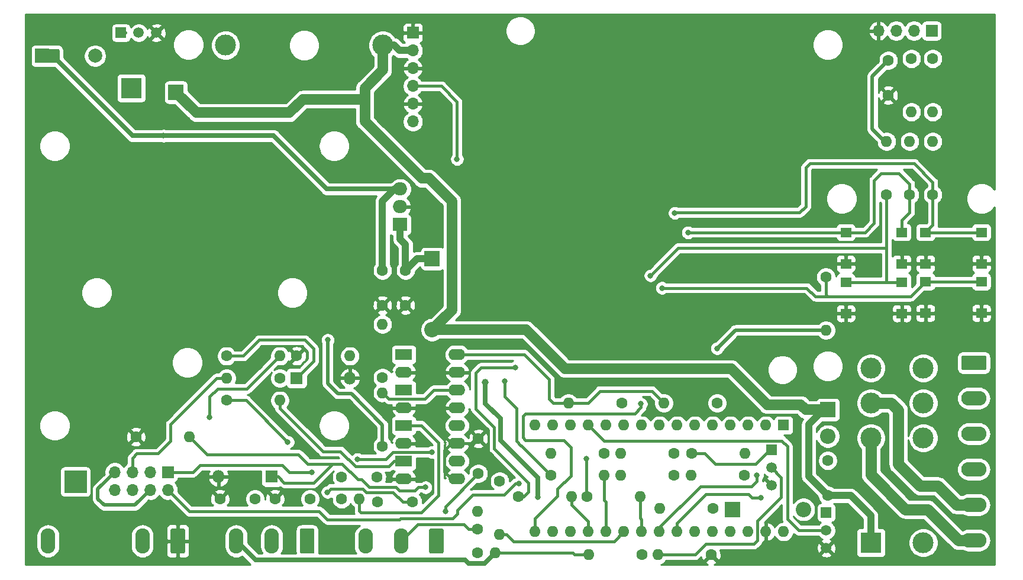
<source format=gbr>
%TF.GenerationSoftware,KiCad,Pcbnew,(5.1.12)-1*%
%TF.CreationDate,2022-09-10T10:21:41+02:00*%
%TF.ProjectId,portail_moteur_continu,706f7274-6169-46c5-9f6d-6f746575725f,1.1*%
%TF.SameCoordinates,Original*%
%TF.FileFunction,Copper,L1,Top*%
%TF.FilePolarity,Positive*%
%FSLAX46Y46*%
G04 Gerber Fmt 4.6, Leading zero omitted, Abs format (unit mm)*
G04 Created by KiCad (PCBNEW (5.1.12)-1) date 2022-09-10 10:21:41*
%MOMM*%
%LPD*%
G01*
G04 APERTURE LIST*
%TA.AperFunction,ComponentPad*%
%ADD10O,1.600000X1.600000*%
%TD*%
%TA.AperFunction,ComponentPad*%
%ADD11C,1.600000*%
%TD*%
%TA.AperFunction,ComponentPad*%
%ADD12O,2.200000X2.200000*%
%TD*%
%TA.AperFunction,ComponentPad*%
%ADD13R,2.200000X2.200000*%
%TD*%
%TA.AperFunction,ComponentPad*%
%ADD14O,1.700000X1.700000*%
%TD*%
%TA.AperFunction,ComponentPad*%
%ADD15R,1.700000X1.700000*%
%TD*%
%TA.AperFunction,ComponentPad*%
%ADD16O,2.080000X3.600000*%
%TD*%
%TA.AperFunction,ComponentPad*%
%ADD17O,3.200000X3.200000*%
%TD*%
%TA.AperFunction,ComponentPad*%
%ADD18R,3.200000X3.200000*%
%TD*%
%TA.AperFunction,ComponentPad*%
%ADD19R,1.500000X1.500000*%
%TD*%
%TA.AperFunction,ComponentPad*%
%ADD20C,1.500000*%
%TD*%
%TA.AperFunction,ComponentPad*%
%ADD21C,3.000000*%
%TD*%
%TA.AperFunction,ComponentPad*%
%ADD22C,2.000000*%
%TD*%
%TA.AperFunction,ComponentPad*%
%ADD23R,2.000000X2.000000*%
%TD*%
%TA.AperFunction,ComponentPad*%
%ADD24O,2.400000X1.600000*%
%TD*%
%TA.AperFunction,ComponentPad*%
%ADD25R,2.400000X1.600000*%
%TD*%
%TA.AperFunction,ComponentPad*%
%ADD26O,2.000000X1.905000*%
%TD*%
%TA.AperFunction,ComponentPad*%
%ADD27R,2.000000X1.905000*%
%TD*%
%TA.AperFunction,ComponentPad*%
%ADD28R,3.000000X3.000000*%
%TD*%
%TA.AperFunction,ComponentPad*%
%ADD29O,3.600000X2.080000*%
%TD*%
%TA.AperFunction,ComponentPad*%
%ADD30O,1.800000X1.800000*%
%TD*%
%TA.AperFunction,ComponentPad*%
%ADD31R,1.800000X1.800000*%
%TD*%
%TA.AperFunction,SMDPad,CuDef*%
%ADD32R,1.600000X1.400000*%
%TD*%
%TA.AperFunction,ComponentPad*%
%ADD33R,1.600000X1.600000*%
%TD*%
%TA.AperFunction,ViaPad*%
%ADD34C,0.800000*%
%TD*%
%TA.AperFunction,ViaPad*%
%ADD35C,1.000000*%
%TD*%
%TA.AperFunction,Conductor*%
%ADD36C,0.400000*%
%TD*%
%TA.AperFunction,Conductor*%
%ADD37C,0.500000*%
%TD*%
%TA.AperFunction,Conductor*%
%ADD38C,1.000000*%
%TD*%
%TA.AperFunction,Conductor*%
%ADD39C,0.700000*%
%TD*%
%TA.AperFunction,Conductor*%
%ADD40C,1.500000*%
%TD*%
%TA.AperFunction,Conductor*%
%ADD41C,1.200000*%
%TD*%
%TA.AperFunction,Conductor*%
%ADD42C,1.600000*%
%TD*%
%TA.AperFunction,Conductor*%
%ADD43C,0.254000*%
%TD*%
%TA.AperFunction,Conductor*%
%ADD44C,0.100000*%
%TD*%
G04 APERTURE END LIST*
D10*
%TO.P,R32,2*%
%TO.N,/PLIS*%
X140117000Y-100530000D03*
D11*
%TO.P,R32,1*%
%TO.N,GND*%
X132497000Y-100530000D03*
%TD*%
D10*
%TO.P,R26,2*%
%TO.N,/LIS*%
X130084000Y-100530000D03*
D11*
%TO.P,R26,1*%
%TO.N,/PLIS*%
X122464000Y-100530000D03*
%TD*%
D10*
%TO.P,R24,2*%
%TO.N,/PRIS*%
X117130000Y-112087000D03*
D11*
%TO.P,R24,1*%
%TO.N,GND*%
X109510000Y-112087000D03*
%TD*%
D10*
%TO.P,R18,2*%
%TO.N,/RIS*%
X122464000Y-103705000D03*
D11*
%TO.P,R18,1*%
%TO.N,/PRIS*%
X130084000Y-103705000D03*
%TD*%
D12*
%TO.P,D7,2*%
%TO.N,+5V*%
X205014000Y-122501000D03*
D13*
%TO.P,D7,1*%
%TO.N,Net-(A1-Pad27)*%
X194854000Y-122501000D03*
%TD*%
D11*
%TO.P,C9,2*%
%TO.N,GND*%
X129402000Y-120977000D03*
%TO.P,C9,1*%
%TO.N,/Commande*%
X134402000Y-120977000D03*
%TD*%
D14*
%TO.P,J11,8*%
%TO.N,GND*%
X106462000Y-119707000D03*
%TO.P,J11,7*%
%TO.N,+5V*%
X106462000Y-117167000D03*
%TO.P,J11,6*%
%TO.N,/LIS*%
X109002000Y-119707000D03*
%TO.P,J11,5*%
%TO.N,/RIS*%
X109002000Y-117167000D03*
%TO.P,J11,4*%
%TO.N,+5V*%
X111542000Y-119707000D03*
%TO.P,J11,3*%
X111542000Y-117167000D03*
%TO.P,J11,2*%
%TO.N,/LPWM*%
X114082000Y-119707000D03*
D15*
%TO.P,J11,1*%
%TO.N,/RPWM*%
X114082000Y-117167000D03*
%TD*%
D16*
%TO.P,J2,3*%
%TO.N,/ComCap*%
X123840000Y-127000000D03*
%TO.P,J2,2*%
%TO.N,/Ffer*%
X128920000Y-127000000D03*
%TO.P,J2,1*%
%TO.N,/FOuv*%
%TA.AperFunction,ComponentPad*%
G36*
G01*
X135040000Y-125449997D02*
X135040000Y-128550003D01*
G75*
G02*
X134790003Y-128800000I-249997J0D01*
G01*
X133209997Y-128800000D01*
G75*
G02*
X132960000Y-128550003I0J249997D01*
G01*
X132960000Y-125449997D01*
G75*
G02*
X133209997Y-125200000I249997J0D01*
G01*
X134790003Y-125200000D01*
G75*
G02*
X135040000Y-125449997I0J-249997D01*
G01*
G37*
%TD.AperFunction*%
%TD*%
D12*
%TO.P,D2,2*%
%TO.N,GND*%
X125385000Y-62811000D03*
D13*
%TO.P,D2,1*%
%TO.N,/24V=*%
X115225000Y-62811000D03*
%TD*%
D10*
%TO.P,R13,2*%
%TO.N,/ComCap*%
X160945000Y-128724000D03*
D11*
%TO.P,R13,1*%
%TO.N,Net-(J5-Pad1)*%
X158405000Y-128724000D03*
%TD*%
D17*
%TO.P,D1,2*%
%TO.N,GND*%
X95768600Y-118513200D03*
D18*
%TO.P,D1,1*%
%TO.N,/24V=*%
X100848600Y-118513200D03*
%TD*%
D19*
%TO.P,Q1,1*%
%TO.N,/PFus*%
X200442000Y-113992000D03*
D20*
%TO.P,Q1,3*%
%TO.N,GND*%
X200442000Y-119072000D03*
%TO.P,Q1,2*%
%TO.N,Net-(Q1-Pad2)*%
X200442000Y-116532000D03*
%TD*%
D10*
%TO.P,R7,2*%
%TO.N,+5V*%
X196632000Y-114500000D03*
D11*
%TO.P,R7,1*%
%TO.N,/PFus*%
X189012000Y-114500000D03*
%TD*%
D10*
%TO.P,R6,2*%
%TO.N,Net-(Q1-Pad2)*%
X184186000Y-128978000D03*
D11*
%TO.P,R6,1*%
%TO.N,GND*%
X191806000Y-128978000D03*
%TD*%
D10*
%TO.P,R5,2*%
%TO.N,/ComCap*%
X174280000Y-128978000D03*
D11*
%TO.P,R5,1*%
%TO.N,Net-(Q1-Pad2)*%
X181900000Y-128978000D03*
%TD*%
D21*
%TO.P,F1,2*%
%TO.N,/ComCap*%
X122316000Y-56080000D03*
%TO.P,F1,1*%
%TO.N,/24V=*%
X144816000Y-56080000D03*
%TD*%
D19*
%TO.P,Q3,1*%
%TO.N,Net-(BZ1-Pad2)*%
X107351000Y-54302000D03*
D20*
%TO.P,Q3,3*%
%TO.N,GND*%
X112431000Y-54302000D03*
%TO.P,Q3,2*%
%TO.N,/Buz*%
X109891000Y-54302000D03*
%TD*%
D14*
%TO.P,J6,6*%
%TO.N,/RadioL*%
X149134000Y-67002000D03*
%TO.P,J6,5*%
%TO.N,GND*%
X149134000Y-64462000D03*
%TO.P,J6,4*%
%TO.N,/RadioR*%
X149134000Y-61922000D03*
%TO.P,J6,3*%
%TO.N,GND*%
X149134000Y-59382000D03*
%TO.P,J6,2*%
%TO.N,/24V=*%
X149134000Y-56842000D03*
D15*
%TO.P,J6,1*%
%TO.N,GND*%
X149134000Y-54302000D03*
%TD*%
%TO.P,J10,1*%
%TO.N,+5V*%
%TA.AperFunction,ComponentPad*%
G36*
G01*
X96572000Y-58354000D02*
X96572000Y-56854000D01*
G75*
G02*
X96822000Y-56604000I250000J0D01*
G01*
X98322000Y-56604000D01*
G75*
G02*
X98572000Y-56854000I0J-250000D01*
G01*
X98572000Y-58354000D01*
G75*
G02*
X98322000Y-58604000I-250000J0D01*
G01*
X96822000Y-58604000D01*
G75*
G02*
X96572000Y-58354000I0J250000D01*
G01*
G37*
%TD.AperFunction*%
%TD*%
D22*
%TO.P,BZ1,2*%
%TO.N,Net-(BZ1-Pad2)*%
X103648000Y-57604000D03*
D23*
%TO.P,BZ1,1*%
%TO.N,+5V*%
X96048000Y-57604000D03*
%TD*%
D11*
%TO.P,C5,2*%
%TO.N,GND*%
X121528000Y-120977000D03*
%TO.P,C5,1*%
%TO.N,/ComCap*%
X126528000Y-120977000D03*
%TD*%
%TO.P,C3,2*%
%TO.N,GND*%
X144098000Y-121412000D03*
%TO.P,C3,1*%
%TO.N,/FOuv*%
X149098000Y-121412000D03*
%TD*%
D10*
%TO.P,R15,2*%
%TO.N,Net-(R15-Pad2)*%
X158369000Y-122755000D03*
D11*
%TO.P,R15,1*%
%TO.N,/Cell*%
X158369000Y-125295000D03*
%TD*%
%TO.P,C4,2*%
%TO.N,GND*%
X143938000Y-117856000D03*
%TO.P,C4,1*%
%TO.N,/Ffer*%
X138938000Y-117856000D03*
%TD*%
D10*
%TO.P,R9,2*%
%TO.N,Net-(R9-Pad2)*%
X141478000Y-121000000D03*
D11*
%TO.P,R9,1*%
%TO.N,/Ffer*%
X138938000Y-121000000D03*
%TD*%
D12*
%TO.P,D3,2*%
%TO.N,Net-(C1-Pad2)*%
X208534000Y-112014000D03*
D13*
%TO.P,D3,1*%
%TO.N,/24V=*%
X208534000Y-108204000D03*
%TD*%
D24*
%TO.P,U5,4*%
%TO.N,/Comand*%
X155448000Y-100330000D03*
%TO.P,U5,2*%
%TO.N,GND*%
X147828000Y-102870000D03*
%TO.P,U5,3*%
X155448000Y-102870000D03*
D25*
%TO.P,U5,1*%
%TO.N,Net-(R17-Pad2)*%
X147828000Y-100330000D03*
%TD*%
D24*
%TO.P,U4,4*%
%TO.N,/Cellule*%
X155448000Y-105410000D03*
%TO.P,U4,2*%
%TO.N,GND*%
X147828000Y-107950000D03*
%TO.P,U4,3*%
X155448000Y-107950000D03*
D25*
%TO.P,U4,1*%
%TO.N,Net-(R15-Pad2)*%
X147828000Y-105410000D03*
%TD*%
D24*
%TO.P,U2,4*%
%TO.N,/Ferme*%
X155448000Y-110490000D03*
%TO.P,U2,2*%
%TO.N,GND*%
X147828000Y-113030000D03*
%TO.P,U2,3*%
X155448000Y-113030000D03*
D25*
%TO.P,U2,1*%
%TO.N,Net-(R9-Pad2)*%
X147828000Y-110490000D03*
%TD*%
D24*
%TO.P,U1,4*%
%TO.N,/Ouvert*%
X155448000Y-115570000D03*
%TO.P,U1,2*%
%TO.N,GND*%
X147828000Y-118110000D03*
%TO.P,U1,3*%
X155448000Y-118110000D03*
D25*
%TO.P,U1,1*%
%TO.N,Net-(R8-Pad2)*%
X147828000Y-115570000D03*
%TD*%
D26*
%TO.P,U3,3*%
%TO.N,+5V*%
X147320000Y-76654000D03*
%TO.P,U3,2*%
%TO.N,GND*%
X147320000Y-79194000D03*
D27*
%TO.P,U3,1*%
%TO.N,Net-(C6-Pad1)*%
X147320000Y-81734000D03*
%TD*%
D10*
%TO.P,R31,2*%
%TO.N,Net-(A1-Pad22)*%
X181620000Y-120650000D03*
D11*
%TO.P,R31,1*%
%TO.N,/Ferme*%
X174000000Y-120650000D03*
%TD*%
D10*
%TO.P,R30,2*%
%TO.N,Net-(A1-Pad21)*%
X161544000Y-126057000D03*
D11*
%TO.P,R30,1*%
%TO.N,/Ouvert*%
X161544000Y-118437000D03*
%TD*%
D10*
%TO.P,R29,2*%
%TO.N,Net-(A1-Pad20)*%
X176530000Y-117602000D03*
D11*
%TO.P,R29,1*%
%TO.N,/RadioR*%
X168910000Y-117602000D03*
%TD*%
D10*
%TO.P,R23,2*%
%TO.N,/Comand*%
X171380000Y-107261000D03*
D11*
%TO.P,R23,1*%
%TO.N,Net-(A1-Pad10)*%
X179000000Y-107261000D03*
%TD*%
D10*
%TO.P,R22,2*%
%TO.N,/RPWM*%
X168910000Y-114500000D03*
D11*
%TO.P,R22,1*%
%TO.N,Net-(A1-Pad9)*%
X176530000Y-114500000D03*
%TD*%
D10*
%TO.P,R21,2*%
%TO.N,/LPWM*%
X178880000Y-117602000D03*
D11*
%TO.P,R21,1*%
%TO.N,Net-(A1-Pad8)*%
X186500000Y-117602000D03*
%TD*%
D10*
%TO.P,R20,2*%
%TO.N,/Cellule*%
X178880000Y-114500000D03*
D11*
%TO.P,R20,1*%
%TO.N,Net-(A1-Pad7)*%
X186500000Y-114500000D03*
%TD*%
D10*
%TO.P,R19,2*%
%TO.N,/Comand*%
X185039000Y-107261000D03*
D11*
%TO.P,R19,1*%
%TO.N,+5V*%
X192659000Y-107261000D03*
%TD*%
D10*
%TO.P,R17,2*%
%TO.N,Net-(R17-Pad2)*%
X144780000Y-96012000D03*
D11*
%TO.P,R17,1*%
%TO.N,/Commande*%
X144780000Y-103632000D03*
%TD*%
D10*
%TO.P,R16,2*%
%TO.N,/Cellule*%
X144780000Y-105791000D03*
D11*
%TO.P,R16,1*%
%TO.N,+5V*%
X144780000Y-113411000D03*
%TD*%
D10*
%TO.P,R28,2*%
%TO.N,Net-(A1-Pad19)*%
X171831000Y-120650000D03*
D11*
%TO.P,R28,1*%
%TO.N,/RadioL*%
X164211000Y-120650000D03*
%TD*%
D10*
%TO.P,R11,2*%
%TO.N,/SCL*%
X220472000Y-65628000D03*
D11*
%TO.P,R11,1*%
%TO.N,Net-(J3-Pad2)*%
X220472000Y-58008000D03*
%TD*%
D10*
%TO.P,R10,2*%
%TO.N,/SDA*%
X223520000Y-65628000D03*
D11*
%TO.P,R10,1*%
%TO.N,Net-(J3-Pad1)*%
X223520000Y-58008000D03*
%TD*%
D10*
%TO.P,R4,2*%
%TO.N,+5V*%
X208216500Y-96837500D03*
D11*
%TO.P,R4,1*%
%TO.N,/Bp+*%
X208216500Y-89217500D03*
%TD*%
D10*
%TO.P,R3,2*%
%TO.N,+5V*%
X216916000Y-69834000D03*
D11*
%TO.P,R3,1*%
%TO.N,/Bp-*%
X216916000Y-77454000D03*
%TD*%
D10*
%TO.P,R2,2*%
%TO.N,+5V*%
X223520000Y-69834000D03*
D11*
%TO.P,R2,1*%
%TO.N,/BpEnt*%
X223520000Y-77454000D03*
%TD*%
D10*
%TO.P,R8,2*%
%TO.N,Net-(R8-Pad2)*%
X130084000Y-106880000D03*
D11*
%TO.P,R8,1*%
%TO.N,/FOuv*%
X122464000Y-106880000D03*
%TD*%
D10*
%TO.P,R14,2*%
%TO.N,/Ferme*%
X188976000Y-117602000D03*
D11*
%TO.P,R14,1*%
%TO.N,+5V*%
X196596000Y-117602000D03*
%TD*%
D10*
%TO.P,R12,2*%
%TO.N,/Ouvert*%
X184440000Y-122374000D03*
D11*
%TO.P,R12,1*%
%TO.N,+5V*%
X192060000Y-122374000D03*
%TD*%
D10*
%TO.P,R1,2*%
%TO.N,+5V*%
X220218000Y-69834000D03*
D11*
%TO.P,R1,1*%
%TO.N,/BpEch*%
X220218000Y-77454000D03*
%TD*%
D19*
%TO.P,Q2,1*%
%TO.N,Net-(C1-Pad2)*%
X208280000Y-122936000D03*
D20*
%TO.P,Q2,3*%
%TO.N,GND*%
X208280000Y-128016000D03*
%TO.P,Q2,2*%
%TO.N,/Marche*%
X208280000Y-125476000D03*
%TD*%
D21*
%TO.P,K1,14*%
%TO.N,Net-(J4-Pad4)*%
X214666000Y-102254000D03*
%TO.P,K1,21*%
%TO.N,Net-(J4-Pad2)*%
X222166000Y-107254000D03*
%TO.P,K1,12*%
%TO.N,Net-(J4-Pad6)*%
X214666000Y-112254000D03*
%TO.P,K1,22*%
%TO.N,Net-(J4-Pad3)*%
X222166000Y-112254000D03*
%TO.P,K1,24*%
%TO.N,Net-(J4-Pad1)*%
X222166000Y-102254000D03*
%TO.P,K1,11*%
%TO.N,Net-(J4-Pad5)*%
X214666000Y-107254000D03*
%TO.P,K1,A2*%
%TO.N,Net-(C1-Pad2)*%
X222166000Y-127254000D03*
D28*
%TO.P,K1,A1*%
%TO.N,/24V=*%
X214666000Y-127254000D03*
%TD*%
%TO.P,J9,1*%
%TO.N,GND*%
X108821000Y-58393500D03*
%TD*%
D16*
%TO.P,J7,2*%
%TO.N,/ComCap*%
X110420000Y-127000000D03*
%TO.P,J7,1*%
%TO.N,GND*%
%TA.AperFunction,ComponentPad*%
G36*
G01*
X116540000Y-125449997D02*
X116540000Y-128550003D01*
G75*
G02*
X116290003Y-128800000I-249997J0D01*
G01*
X114709997Y-128800000D01*
G75*
G02*
X114460000Y-128550003I0J249997D01*
G01*
X114460000Y-125449997D01*
G75*
G02*
X114709997Y-125200000I249997J0D01*
G01*
X116290003Y-125200000D01*
G75*
G02*
X116540000Y-125449997I0J-249997D01*
G01*
G37*
%TD.AperFunction*%
%TD*%
%TO.P,J5,3*%
%TO.N,/Commande*%
X142340000Y-127000000D03*
%TO.P,J5,2*%
%TO.N,/Cell*%
X147420000Y-127000000D03*
%TO.P,J5,1*%
%TO.N,Net-(J5-Pad1)*%
%TA.AperFunction,ComponentPad*%
G36*
G01*
X153540000Y-125449997D02*
X153540000Y-128550003D01*
G75*
G02*
X153290003Y-128800000I-249997J0D01*
G01*
X151709997Y-128800000D01*
G75*
G02*
X151460000Y-128550003I0J249997D01*
G01*
X151460000Y-125449997D01*
G75*
G02*
X151709997Y-125200000I249997J0D01*
G01*
X153290003Y-125200000D01*
G75*
G02*
X153540000Y-125449997I0J-249997D01*
G01*
G37*
%TD.AperFunction*%
%TD*%
D29*
%TO.P,J4,6*%
%TO.N,Net-(J4-Pad6)*%
X229398000Y-126900000D03*
%TO.P,J4,5*%
%TO.N,Net-(J4-Pad5)*%
X229398000Y-121820000D03*
%TO.P,J4,4*%
%TO.N,Net-(J4-Pad4)*%
X229398000Y-116740000D03*
%TO.P,J4,3*%
%TO.N,Net-(J4-Pad3)*%
X229398000Y-111660000D03*
%TO.P,J4,2*%
%TO.N,Net-(J4-Pad2)*%
X229398000Y-106580000D03*
%TO.P,J4,1*%
%TO.N,Net-(J4-Pad1)*%
%TA.AperFunction,ComponentPad*%
G36*
G01*
X227847997Y-100460000D02*
X230948003Y-100460000D01*
G75*
G02*
X231198000Y-100709997I0J-249997D01*
G01*
X231198000Y-102290003D01*
G75*
G02*
X230948003Y-102540000I-249997J0D01*
G01*
X227847997Y-102540000D01*
G75*
G02*
X227598000Y-102290003I0J249997D01*
G01*
X227598000Y-100709997D01*
G75*
G02*
X227847997Y-100460000I249997J0D01*
G01*
G37*
%TD.AperFunction*%
%TD*%
D14*
%TO.P,J3,4*%
%TO.N,GND*%
X215746000Y-54008000D03*
%TO.P,J3,3*%
%TO.N,+5V*%
X218286000Y-54008000D03*
%TO.P,J3,2*%
%TO.N,Net-(J3-Pad2)*%
X220826000Y-54008000D03*
D15*
%TO.P,J3,1*%
%TO.N,Net-(J3-Pad1)*%
X223366000Y-54008000D03*
%TD*%
D16*
%TO.P,J1,2*%
%TO.N,/24V=*%
X96920000Y-127000000D03*
%TO.P,J1,1*%
%TO.N,GND*%
%TA.AperFunction,ComponentPad*%
G36*
G01*
X103040000Y-125449600D02*
X103040000Y-128550400D01*
G75*
G02*
X102790400Y-128800000I-249600J0D01*
G01*
X101209600Y-128800000D01*
G75*
G02*
X100960000Y-128550400I0J249600D01*
G01*
X100960000Y-125449600D01*
G75*
G02*
X101209600Y-125200000I249600J0D01*
G01*
X102790400Y-125200000D01*
G75*
G02*
X103040000Y-125449600I0J-249600D01*
G01*
G37*
%TD.AperFunction*%
%TD*%
D28*
%TO.P,J8,1*%
%TO.N,/24V=*%
X108821000Y-62203500D03*
%TD*%
D30*
%TO.P,D6,2*%
%TO.N,GND*%
X121321000Y-117802000D03*
D31*
%TO.P,D6,1*%
%TO.N,/PRIS*%
X128941000Y-117802000D03*
%TD*%
D30*
%TO.P,D5,2*%
%TO.N,GND*%
X140117000Y-103705000D03*
D31*
%TO.P,D5,1*%
%TO.N,/PLIS*%
X132497000Y-103705000D03*
%TD*%
D12*
%TO.P,D4,2*%
%TO.N,/24V=*%
X151892000Y-96774000D03*
D13*
%TO.P,D4,1*%
%TO.N,Net-(C6-Pad1)*%
X151892000Y-86614000D03*
%TD*%
D11*
%TO.P,C1,2*%
%TO.N,Net-(C1-Pad2)*%
X208500000Y-115500000D03*
%TO.P,C1,1*%
%TO.N,/24V=*%
X208500000Y-120500000D03*
%TD*%
%TO.P,C7,2*%
%TO.N,GND*%
X158496000Y-112348000D03*
%TO.P,C7,1*%
%TO.N,/Cell*%
X158496000Y-117348000D03*
%TD*%
%TO.P,C2,2*%
%TO.N,+5V*%
X217170000Y-58230000D03*
%TO.P,C2,1*%
%TO.N,GND*%
X217170000Y-63230000D03*
%TD*%
%TO.P,C8,2*%
%TO.N,GND*%
X144780000Y-93265000D03*
%TO.P,C8,1*%
%TO.N,+5V*%
X144780000Y-88265000D03*
%TD*%
%TO.P,C6,2*%
%TO.N,GND*%
X148082000Y-93265000D03*
%TO.P,C6,1*%
%TO.N,Net-(C6-Pad1)*%
X148082000Y-88265000D03*
%TD*%
D32*
%TO.P,BpEch1,3*%
%TO.N,GND*%
X211082000Y-87340000D03*
%TO.P,BpEch1,4*%
X219082000Y-87340000D03*
%TO.P,BpEch1,1*%
%TO.N,/BpEch*%
X211082000Y-82840000D03*
%TO.P,BpEch1,2*%
X219082000Y-82840000D03*
%TD*%
%TO.P,Bp-Ent1,3*%
%TO.N,GND*%
X222477000Y-87340000D03*
%TO.P,Bp-Ent1,4*%
X230477000Y-87340000D03*
%TO.P,Bp-Ent1,1*%
%TO.N,/BpEnt*%
X222477000Y-82840000D03*
%TO.P,Bp-Ent1,2*%
X230477000Y-82840000D03*
%TD*%
%TO.P,Bp-1,3*%
%TO.N,GND*%
X211082000Y-94452000D03*
%TO.P,Bp-1,4*%
X219082000Y-94452000D03*
%TO.P,Bp-1,1*%
%TO.N,/Bp-*%
X211082000Y-89952000D03*
%TO.P,Bp-1,2*%
X219082000Y-89952000D03*
%TD*%
%TO.P,Bp+1,3*%
%TO.N,GND*%
X222477000Y-94398000D03*
%TO.P,Bp+1,4*%
X230477000Y-94398000D03*
%TO.P,Bp+1,1*%
%TO.N,/Bp+*%
X222477000Y-89898000D03*
%TO.P,Bp+1,2*%
X230477000Y-89898000D03*
%TD*%
D10*
%TO.P,A1,16*%
%TO.N,/Buz*%
X166624000Y-125676000D03*
%TO.P,A1,15*%
%TO.N,/Bp-*%
X166624000Y-110436000D03*
%TO.P,A1,30*%
%TO.N,N/C*%
X202184000Y-125676000D03*
%TO.P,A1,14*%
%TO.N,/Bp+*%
X169164000Y-110436000D03*
%TO.P,A1,29*%
%TO.N,GND*%
X199644000Y-125676000D03*
%TO.P,A1,13*%
%TO.N,/BpEnt*%
X171704000Y-110436000D03*
%TO.P,A1,28*%
%TO.N,N/C*%
X197104000Y-125676000D03*
%TO.P,A1,12*%
%TO.N,/Marche*%
X174244000Y-110436000D03*
%TO.P,A1,27*%
%TO.N,Net-(A1-Pad27)*%
X194564000Y-125676000D03*
%TO.P,A1,11*%
%TO.N,/BpEch*%
X176784000Y-110436000D03*
%TO.P,A1,26*%
%TO.N,/PRIS*%
X192024000Y-125676000D03*
%TO.P,A1,10*%
%TO.N,Net-(A1-Pad10)*%
X179324000Y-110436000D03*
%TO.P,A1,25*%
%TO.N,/PLIS*%
X189484000Y-125676000D03*
%TO.P,A1,9*%
%TO.N,Net-(A1-Pad9)*%
X181864000Y-110436000D03*
%TO.P,A1,24*%
%TO.N,/SCL*%
X186944000Y-125676000D03*
%TO.P,A1,8*%
%TO.N,Net-(A1-Pad8)*%
X184404000Y-110436000D03*
%TO.P,A1,23*%
%TO.N,/SDA*%
X184404000Y-125676000D03*
%TO.P,A1,7*%
%TO.N,Net-(A1-Pad7)*%
X186944000Y-110436000D03*
%TO.P,A1,22*%
%TO.N,Net-(A1-Pad22)*%
X181864000Y-125676000D03*
%TO.P,A1,6*%
%TO.N,/PFus*%
X189484000Y-110436000D03*
%TO.P,A1,21*%
%TO.N,Net-(A1-Pad21)*%
X179324000Y-125676000D03*
%TO.P,A1,5*%
%TO.N,N/C*%
X192024000Y-110436000D03*
%TO.P,A1,20*%
%TO.N,Net-(A1-Pad20)*%
X176784000Y-125676000D03*
%TO.P,A1,4*%
%TO.N,N/C*%
X194564000Y-110436000D03*
%TO.P,A1,19*%
%TO.N,Net-(A1-Pad19)*%
X174244000Y-125676000D03*
%TO.P,A1,3*%
%TO.N,N/C*%
X197104000Y-110436000D03*
%TO.P,A1,18*%
X171704000Y-125676000D03*
%TO.P,A1,2*%
X199644000Y-110436000D03*
%TO.P,A1,17*%
X169164000Y-125676000D03*
D33*
%TO.P,A1,1*%
X202184000Y-110436000D03*
%TD*%
D34*
%TO.N,GND*%
X138049000Y-126873000D03*
X205268000Y-87576000D03*
X204125000Y-112722000D03*
%TO.N,/Bp-*%
X183134000Y-89027000D03*
%TO.N,/Bp+*%
X184785000Y-90805000D03*
%TO.N,/BpEnt*%
X186599000Y-80083000D03*
%TO.N,/BpEch*%
X188504000Y-82877000D03*
%TO.N,/PRIS*%
X150939500Y-119316500D03*
%TO.N,/SCL*%
X198918000Y-120850000D03*
%TO.N,/SDA*%
X198374000Y-117602000D03*
%TO.N,+5V*%
X192659000Y-99441000D03*
X167041000Y-120723000D03*
D35*
X159512000Y-104267000D03*
D34*
X113447000Y-69034000D03*
X136942000Y-98244000D03*
%TO.N,/FOuv*%
X136906000Y-120015000D03*
X131227000Y-112849000D03*
%TO.N,/Cell*%
X153790854Y-122720010D03*
%TO.N,/LIS*%
X120051000Y-109293000D03*
%TO.N,/LPWM*%
X164338000Y-118745000D03*
%TO.N,/RPWM*%
X151892000Y-114300000D03*
X134656000Y-117167000D03*
X141187000Y-115316000D03*
%TO.N,/RadioL*%
X163830000Y-102145000D03*
%TO.N,/RadioR*%
X162306000Y-104140000D03*
X155448000Y-72372000D03*
%TO.N,/Ferme*%
X173990000Y-115189000D03*
%TO.N,/Buz*%
X181773000Y-107388000D03*
%TD*%
D36*
%TO.N,GND*%
X155448000Y-113030000D02*
X154686000Y-113030000D01*
X154686000Y-113030000D02*
X153670000Y-114046000D01*
X153670000Y-114046000D02*
X153670000Y-117094000D01*
X154686000Y-118110000D02*
X155448000Y-118110000D01*
X153670000Y-117094000D02*
X154686000Y-118110000D01*
X155448000Y-113030000D02*
X154559000Y-113030000D01*
X158144000Y-112348000D02*
X158496000Y-112348000D01*
X157462000Y-113030000D02*
X158144000Y-112348000D01*
X155448000Y-113030000D02*
X157462000Y-113030000D01*
X149479000Y-107950000D02*
X147828000Y-107950000D01*
X152763000Y-107950000D02*
X147828000Y-107950000D01*
X155448000Y-113030000D02*
X154649000Y-113030000D01*
X154649000Y-113030000D02*
X153071000Y-111452000D01*
X153071000Y-108023000D02*
X153144000Y-107950000D01*
X153071000Y-111452000D02*
X153071000Y-108023000D01*
X153144000Y-107950000D02*
X152763000Y-107950000D01*
X155448000Y-107950000D02*
X153144000Y-107950000D01*
%TO.N,/Bp-*%
X217880000Y-89952000D02*
X219082000Y-89952000D01*
X217476000Y-89952000D02*
X217880000Y-89952000D01*
X187071000Y-85090000D02*
X183134000Y-89027000D01*
X216916000Y-85090000D02*
X187071000Y-85090000D01*
X216916000Y-77454000D02*
X216916000Y-85090000D01*
X216916000Y-89898000D02*
X216862000Y-89952000D01*
X216916000Y-85090000D02*
X216916000Y-89898000D01*
X216862000Y-89952000D02*
X217880000Y-89952000D01*
X211082000Y-89952000D02*
X216862000Y-89952000D01*
%TO.N,/Bp+*%
X208000000Y-92000000D02*
X206681000Y-92000000D01*
X205486000Y-90805000D02*
X184785000Y-90805000D01*
X206681000Y-92000000D02*
X205486000Y-90805000D01*
X208216500Y-91757500D02*
X208459000Y-92000000D01*
X208216500Y-89217500D02*
X208216500Y-91757500D01*
X208000000Y-92000000D02*
X208459000Y-92000000D01*
X220375000Y-92000000D02*
X222477000Y-89898000D01*
X208459000Y-92000000D02*
X220375000Y-92000000D01*
X222477000Y-89898000D02*
X230477000Y-89898000D01*
%TO.N,/BpEnt*%
X186672000Y-80010000D02*
X186599000Y-80083000D01*
X204470000Y-80010000D02*
X186672000Y-80010000D01*
X205359000Y-79121000D02*
X204470000Y-80010000D01*
X205359000Y-73596500D02*
X205359000Y-79121000D01*
X205946500Y-73009000D02*
X205359000Y-73596500D01*
X220853000Y-73009000D02*
X205946500Y-73009000D01*
X223520000Y-75676000D02*
X220853000Y-73009000D01*
X223520000Y-77454000D02*
X223520000Y-75676000D01*
X223520000Y-81797000D02*
X222477000Y-82840000D01*
X223520000Y-77454000D02*
X223520000Y-81797000D01*
X230477000Y-82840000D02*
X222477000Y-82840000D01*
%TO.N,/Marche*%
X208280000Y-125476000D02*
X204306000Y-125476000D01*
X202728000Y-113484000D02*
X202728000Y-123898000D01*
X201893000Y-112649000D02*
X202728000Y-113484000D01*
X176457000Y-112649000D02*
X201893000Y-112649000D01*
X174244000Y-110436000D02*
X176457000Y-112649000D01*
X204306000Y-125476000D02*
X202728000Y-123898000D01*
%TO.N,/BpEch*%
X219082000Y-82840000D02*
X219082000Y-81130000D01*
X220218000Y-79994000D02*
X220218000Y-77454000D01*
X219082000Y-81130000D02*
X220218000Y-79994000D01*
X211082000Y-82840000D02*
X213816000Y-82840000D01*
X213816000Y-82840000D02*
X215138000Y-81518000D01*
X215138000Y-81518000D02*
X215138000Y-75422000D01*
X215138000Y-75422000D02*
X216154000Y-74406000D01*
X216154000Y-74406000D02*
X218694000Y-74406000D01*
X220218000Y-75930000D02*
X220218000Y-77454000D01*
X218694000Y-74406000D02*
X220218000Y-75930000D01*
X211030000Y-82788000D02*
X211082000Y-82840000D01*
X188541000Y-82840000D02*
X188504000Y-82877000D01*
X211082000Y-82840000D02*
X188541000Y-82840000D01*
%TO.N,/PRIS*%
X149388000Y-119834000D02*
X149905500Y-119316500D01*
X147229000Y-119834000D02*
X149388000Y-119834000D01*
X146721000Y-119326000D02*
X147229000Y-119834000D01*
X142911000Y-119326000D02*
X146721000Y-119326000D01*
X149905500Y-119316500D02*
X150939500Y-119316500D01*
X139020000Y-115943000D02*
X141260000Y-118183000D01*
X141768000Y-118183000D02*
X142911000Y-119326000D01*
X141260000Y-118183000D02*
X141768000Y-118183000D01*
X128941000Y-117802000D02*
X129830000Y-117802000D01*
X129830000Y-117802000D02*
X130719000Y-118691000D01*
X130719000Y-118691000D02*
X134910000Y-118691000D01*
X137658000Y-115943000D02*
X139020000Y-115943000D01*
X134910000Y-118691000D02*
X137658000Y-115943000D01*
X137658000Y-115943000D02*
X134067000Y-115943000D01*
X134067000Y-115943000D02*
X132751000Y-114627000D01*
X119670000Y-114627000D02*
X117130000Y-112087000D01*
X132751000Y-114627000D02*
X119670000Y-114627000D01*
%TO.N,/PLIS*%
X122464000Y-100530000D02*
X124877000Y-100530000D01*
X124877000Y-100530000D02*
X127163000Y-98244000D01*
X127163000Y-98244000D02*
X133640000Y-98244000D01*
X133640000Y-98244000D02*
X134910000Y-99514000D01*
X134910000Y-101292000D02*
X132497000Y-103705000D01*
X134910000Y-99514000D02*
X134910000Y-101292000D01*
%TO.N,/SCL*%
X191044000Y-120342000D02*
X197140000Y-120342000D01*
X198918000Y-120850000D02*
X197648000Y-120850000D01*
X197648000Y-120850000D02*
X197140000Y-120342000D01*
X186944000Y-124442000D02*
X191044000Y-120342000D01*
X186944000Y-124569000D02*
X186944000Y-124442000D01*
X186944000Y-125676000D02*
X186944000Y-124569000D01*
%TO.N,/SDA*%
X198374000Y-118437000D02*
X197612000Y-119199000D01*
X198374000Y-117602000D02*
X198374000Y-118437000D01*
X184404000Y-125676000D02*
X184404000Y-125077000D01*
X184404000Y-125077000D02*
X190282000Y-119199000D01*
X197612000Y-119199000D02*
X190282000Y-119199000D01*
%TO.N,Net-(A1-Pad22)*%
X181620000Y-120650000D02*
X181620000Y-123708000D01*
X181620000Y-123708000D02*
X181864000Y-123952000D01*
X181864000Y-125676000D02*
X181864000Y-123952000D01*
%TO.N,Net-(A1-Pad21)*%
X177933012Y-127066988D02*
X179324000Y-125676000D01*
X163497988Y-127066988D02*
X177933012Y-127066988D01*
X162488000Y-126057000D02*
X163497988Y-127066988D01*
X161544000Y-126057000D02*
X162488000Y-126057000D01*
%TO.N,Net-(A1-Pad20)*%
X176530000Y-117602000D02*
X176530000Y-121158000D01*
X176530000Y-121158000D02*
X176784000Y-121412000D01*
X176784000Y-125676000D02*
X176784000Y-121412000D01*
%TO.N,Net-(A1-Pad19)*%
X171831000Y-121793000D02*
X174244000Y-124206000D01*
X171831000Y-120650000D02*
X171831000Y-121793000D01*
X174244000Y-125676000D02*
X174244000Y-124206000D01*
D37*
%TO.N,+5V*%
X217170000Y-58230000D02*
X214884000Y-60516000D01*
X214884000Y-68056000D02*
X216662000Y-69834000D01*
X214884000Y-60516000D02*
X214884000Y-68056000D01*
X195100000Y-97000000D02*
X192659000Y-99441000D01*
X195262500Y-96837500D02*
X195100000Y-97000000D01*
X208216500Y-96837500D02*
X195262500Y-96837500D01*
D38*
X144780000Y-88265000D02*
X144780000Y-78396000D01*
X147320000Y-76654000D02*
X146522000Y-76654000D01*
X146522000Y-76654000D02*
X144780000Y-78396000D01*
D39*
X159512000Y-104267000D02*
X159512000Y-107315000D01*
X159512000Y-107315000D02*
X161671000Y-109474000D01*
D37*
X96048000Y-57604000D02*
X98334000Y-57604000D01*
D39*
X147320000Y-76654000D02*
X136815000Y-76654000D01*
X129195000Y-69034000D02*
X113447000Y-69034000D01*
X109002000Y-69034000D02*
X97572000Y-57604000D01*
X136815000Y-76654000D02*
X129195000Y-69034000D01*
X113447000Y-69034000D02*
X109002000Y-69034000D01*
D37*
X106462000Y-117167000D02*
X104049000Y-119580000D01*
X104938000Y-121866000D02*
X109383000Y-121866000D01*
X109383000Y-121866000D02*
X111542000Y-119707000D01*
X104049000Y-120977000D02*
X104938000Y-121866000D01*
X104049000Y-119580000D02*
X104049000Y-120977000D01*
D39*
X167041000Y-117929000D02*
X161671000Y-112559000D01*
X161671000Y-109474000D02*
X161671000Y-112559000D01*
X167041000Y-117929000D02*
X167041000Y-120723000D01*
D37*
X136942000Y-104467000D02*
X136942000Y-98244000D01*
X138385000Y-105910000D02*
X136942000Y-104467000D01*
X138893000Y-105910000D02*
X140327000Y-105910000D01*
X138893000Y-105910000D02*
X138385000Y-105910000D01*
X144780000Y-110363000D02*
X144780000Y-113411000D01*
X140327000Y-105910000D02*
X144780000Y-110363000D01*
D36*
%TO.N,/FOuv*%
X149098000Y-121412000D02*
X147701000Y-121412000D01*
X147701000Y-121412000D02*
X146304000Y-120015000D01*
X146304000Y-120015000D02*
X142494000Y-120015000D01*
X142494000Y-120015000D02*
X141986000Y-119507000D01*
X141986000Y-119507000D02*
X137414000Y-119507000D01*
X137414000Y-119507000D02*
X136906000Y-120015000D01*
X125258000Y-106880000D02*
X131227000Y-112849000D01*
X122464000Y-106880000D02*
X125258000Y-106880000D01*
%TO.N,/Cell*%
X158496000Y-117348000D02*
X153790854Y-122053146D01*
X153790854Y-122053146D02*
X153790854Y-122720010D01*
X157135000Y-125295000D02*
X158369000Y-125295000D01*
X156427000Y-124587000D02*
X157135000Y-125295000D01*
X149833000Y-124587000D02*
X156427000Y-124587000D01*
X147420000Y-127000000D02*
X149833000Y-124587000D01*
D40*
%TO.N,/24V=*%
X161163000Y-96774000D02*
X151892000Y-96774000D01*
X194691000Y-102362000D02*
X170924000Y-102362000D01*
X161163000Y-96774000D02*
X165336000Y-96774000D01*
X165336000Y-96774000D02*
X170924000Y-102362000D01*
X208534000Y-108204000D02*
X205322000Y-108204000D01*
X205322000Y-108204000D02*
X204633000Y-107515000D01*
X199844000Y-107515000D02*
X194691000Y-102362000D01*
X204633000Y-107515000D02*
X199844000Y-107515000D01*
D38*
X208534000Y-108204000D02*
X207264000Y-108204000D01*
X108821000Y-62203500D02*
X108657000Y-62203500D01*
D40*
X142248500Y-62203500D02*
X144816000Y-59636000D01*
D38*
X208534000Y-108204000D02*
X207881000Y-108204000D01*
X207881000Y-108204000D02*
X205776000Y-110309000D01*
X205776000Y-117776000D02*
X208500000Y-120500000D01*
X205776000Y-110309000D02*
X205776000Y-117776000D01*
D40*
X151892000Y-96774000D02*
X154722000Y-93944000D01*
X154722000Y-93944000D02*
X154722000Y-78432000D01*
X154722000Y-78432000D02*
X151420000Y-75130000D01*
X151420000Y-75130000D02*
X150404000Y-75130000D01*
X150404000Y-75130000D02*
X142248500Y-66974500D01*
X144816000Y-59636000D02*
X144816000Y-56080000D01*
X131481000Y-65732000D02*
X133413500Y-63799500D01*
X118146000Y-65732000D02*
X115225000Y-62811000D01*
X118146000Y-65732000D02*
X131481000Y-65732000D01*
X133413500Y-63799500D02*
X142248500Y-63799500D01*
X142248500Y-63799500D02*
X142248500Y-62203500D01*
X142248500Y-66974500D02*
X142248500Y-63799500D01*
D38*
X144816000Y-56080000D02*
X146467000Y-56080000D01*
X147229000Y-56842000D02*
X149134000Y-56842000D01*
X146467000Y-56080000D02*
X147229000Y-56842000D01*
X211776000Y-120500000D02*
X208500000Y-120500000D01*
X214666000Y-123390000D02*
X211776000Y-120500000D01*
X214666000Y-127254000D02*
X214666000Y-123390000D01*
D36*
%TO.N,/LIS*%
X130084000Y-100530000D02*
X127925000Y-102689000D01*
X120051000Y-109293000D02*
X120051000Y-106372000D01*
X120051000Y-106372000D02*
X121194000Y-105229000D01*
X125385000Y-105229000D02*
X127925000Y-102689000D01*
X121194000Y-105229000D02*
X125385000Y-105229000D01*
%TO.N,/RIS*%
X121067000Y-103705000D02*
X122464000Y-103705000D01*
X114463000Y-110309000D02*
X121067000Y-103705000D01*
X114463000Y-112722000D02*
X114463000Y-110309000D01*
X112685000Y-114500000D02*
X114463000Y-112722000D01*
X109637000Y-114500000D02*
X112685000Y-114500000D01*
X109002000Y-115135000D02*
X109637000Y-114500000D01*
X109002000Y-117167000D02*
X109002000Y-115135000D01*
%TO.N,/LPWM*%
X163830000Y-118745000D02*
X164338000Y-118745000D01*
X155484000Y-122628000D02*
X157697500Y-120414500D01*
X154849000Y-123771000D02*
X155484000Y-123136000D01*
X147356000Y-123771000D02*
X154849000Y-123771000D01*
X147175000Y-123952000D02*
X147356000Y-123771000D01*
X136906000Y-123952000D02*
X147175000Y-123952000D01*
X155484000Y-123136000D02*
X155484000Y-122628000D01*
X162160500Y-120414500D02*
X163830000Y-118745000D01*
X157697500Y-120414500D02*
X162160500Y-120414500D01*
X135709000Y-122755000D02*
X135881000Y-122927000D01*
X117130000Y-122755000D02*
X135709000Y-122755000D01*
X114082000Y-119707000D02*
X117130000Y-122755000D01*
X135881000Y-122927000D02*
X136906000Y-123952000D01*
%TO.N,/RPWM*%
X146304000Y-114300000D02*
X145288000Y-115316000D01*
X151892000Y-114300000D02*
X146304000Y-114300000D01*
X114082000Y-117167000D02*
X117638000Y-117167000D01*
X117638000Y-117167000D02*
X118654000Y-116151000D01*
X118654000Y-116151000D02*
X130465000Y-116151000D01*
X131481000Y-117167000D02*
X133005000Y-117167000D01*
X130465000Y-116151000D02*
X131481000Y-117167000D01*
X133005000Y-117167000D02*
X134656000Y-117167000D01*
X145288000Y-115316000D02*
X141187000Y-115316000D01*
%TO.N,/RadioL*%
X158115000Y-104267000D02*
X158115000Y-104267000D01*
X158115000Y-108077000D02*
X158115000Y-104267000D01*
X160782000Y-110744000D02*
X158115000Y-108077000D01*
X160782000Y-113792000D02*
X160782000Y-110744000D01*
X165644000Y-118654000D02*
X160782000Y-113792000D01*
X165644000Y-119961000D02*
X165644000Y-118654000D01*
X164955000Y-120650000D02*
X165644000Y-119961000D01*
X164211000Y-120650000D02*
X164955000Y-120650000D01*
X158115000Y-104267000D02*
X158115000Y-102979000D01*
X158115000Y-102979000D02*
X158913000Y-102181000D01*
X163794000Y-102181000D02*
X163830000Y-102145000D01*
X158913000Y-102181000D02*
X163794000Y-102181000D01*
%TO.N,/RadioR*%
X162321011Y-104155011D02*
X162306000Y-104140000D01*
X164628000Y-113320000D02*
X168910000Y-117602000D01*
X162306000Y-104140000D02*
X162306000Y-106336000D01*
X164628000Y-113320000D02*
X164591000Y-113320000D01*
X163993000Y-112722000D02*
X163993000Y-108023000D01*
X164591000Y-113320000D02*
X163993000Y-112722000D01*
X162306000Y-106336000D02*
X163993000Y-108023000D01*
X153198000Y-61922000D02*
X155448000Y-64172000D01*
X149134000Y-61922000D02*
X153198000Y-61922000D01*
X155448000Y-72372000D02*
X155448000Y-64172000D01*
%TO.N,/Ferme*%
X173990000Y-120640000D02*
X174000000Y-120650000D01*
X173990000Y-115189000D02*
X173990000Y-120640000D01*
%TO.N,/Cellule*%
X152146000Y-105410000D02*
X155448000Y-105410000D01*
X150876000Y-106680000D02*
X152146000Y-105410000D01*
X145669000Y-106680000D02*
X150876000Y-106680000D01*
X144780000Y-105791000D02*
X145669000Y-106680000D01*
%TO.N,/Comand*%
X174171000Y-107261000D02*
X171380000Y-107261000D01*
X175895000Y-105537000D02*
X174171000Y-107261000D01*
X183315000Y-105537000D02*
X175895000Y-105537000D01*
X185039000Y-107261000D02*
X183315000Y-105537000D01*
X168647000Y-103914000D02*
X168647000Y-106671000D01*
X168647000Y-106671000D02*
X169237000Y-107261000D01*
X165063000Y-100330000D02*
X168647000Y-103914000D01*
X169237000Y-107261000D02*
X171380000Y-107261000D01*
X155448000Y-100330000D02*
X165063000Y-100330000D01*
%TO.N,/Buz*%
X166279000Y-112595000D02*
X165228010Y-112595000D01*
X165263000Y-108785000D02*
X180884000Y-108785000D01*
X171740000Y-117675000D02*
X171740000Y-115008000D01*
X180884000Y-108785000D02*
X181773000Y-107896000D01*
X169835000Y-119580000D02*
X171740000Y-117675000D01*
X165228010Y-112560010D02*
X164882000Y-112214000D01*
X164882000Y-109166000D02*
X165263000Y-108785000D01*
X165228010Y-112595000D02*
X165228010Y-112560010D01*
X166624000Y-123807000D02*
X169835000Y-120596000D01*
X171740000Y-115008000D02*
X171740000Y-113738000D01*
X171740000Y-113611000D02*
X170724000Y-112595000D01*
X181773000Y-107896000D02*
X181773000Y-107388000D01*
X170724000Y-112595000D02*
X166279000Y-112595000D01*
X171740000Y-113738000D02*
X171740000Y-113611000D01*
X166624000Y-125676000D02*
X166624000Y-123807000D01*
X169835000Y-120596000D02*
X169835000Y-119580000D01*
X164882000Y-112214000D02*
X164882000Y-109166000D01*
%TO.N,Net-(BZ1-Pad2)*%
X107712000Y-54302000D02*
X107986000Y-54302000D01*
D41*
%TO.N,/ComCap*%
X110420000Y-127000000D02*
X110420000Y-127184000D01*
D39*
X123840000Y-127000000D02*
X123915000Y-127000000D01*
X158786000Y-130248000D02*
X157135000Y-130248000D01*
X156373000Y-129740000D02*
X156627000Y-129740000D01*
X156627000Y-129740000D02*
X157135000Y-130248000D01*
X160945000Y-128724000D02*
X159421000Y-130248000D01*
X159421000Y-130248000D02*
X158786000Y-130248000D01*
X149760000Y-129740000D02*
X156373000Y-129740000D01*
X123915000Y-127000000D02*
X126655000Y-129740000D01*
X126655000Y-129740000D02*
X149760000Y-129740000D01*
D36*
X174026000Y-128978000D02*
X174280000Y-128978000D01*
X160945000Y-128724000D02*
X171994000Y-128724000D01*
X172248000Y-128978000D02*
X174280000Y-128978000D01*
X171994000Y-128724000D02*
X172248000Y-128978000D01*
D38*
%TO.N,Net-(C6-Pad1)*%
X148082000Y-88265000D02*
X148082000Y-84582000D01*
X147320000Y-81734000D02*
X147320000Y-83820000D01*
X148082000Y-84582000D02*
X147320000Y-83820000D01*
X151819000Y-86687000D02*
X151892000Y-86614000D01*
X149733000Y-86614000D02*
X148082000Y-88265000D01*
X151892000Y-86614000D02*
X149733000Y-86614000D01*
D36*
%TO.N,/PFus*%
X198156000Y-116024000D02*
X200188000Y-113992000D01*
X192441000Y-116024000D02*
X198156000Y-116024000D01*
X190917000Y-114500000D02*
X192441000Y-116024000D01*
X189012000Y-114500000D02*
X190917000Y-114500000D01*
%TO.N,Net-(Q1-Pad2)*%
X191044000Y-127454000D02*
X189520000Y-128978000D01*
X197902000Y-127454000D02*
X191044000Y-127454000D01*
X198410000Y-126946000D02*
X197902000Y-127454000D01*
X198410000Y-124152000D02*
X198410000Y-126946000D01*
X201839000Y-120723000D02*
X198410000Y-124152000D01*
X201839000Y-117929000D02*
X201839000Y-120723000D01*
X189520000Y-128978000D02*
X184186000Y-128978000D01*
X200442000Y-116532000D02*
X201839000Y-117929000D01*
%TO.N,Net-(R8-Pad2)*%
X147447000Y-115570000D02*
X147828000Y-115570000D01*
X136271000Y-114165000D02*
X133431000Y-111325000D01*
X138766000Y-114165000D02*
X136271000Y-114165000D01*
X140933000Y-116332000D02*
X138766000Y-114165000D01*
X145651000Y-116332000D02*
X140933000Y-116332000D01*
X146413000Y-115570000D02*
X145651000Y-116332000D01*
X147828000Y-115570000D02*
X146413000Y-115570000D01*
X130084000Y-106880000D02*
X130084000Y-108023000D01*
X133386000Y-111325000D02*
X133431000Y-111325000D01*
X130084000Y-108023000D02*
X133386000Y-111325000D01*
%TO.N,Net-(R9-Pad2)*%
X141478000Y-122682000D02*
X141478000Y-121000000D01*
X141732000Y-122936000D02*
X141478000Y-122682000D01*
X150368000Y-122936000D02*
X141732000Y-122936000D01*
X152817000Y-120487000D02*
X150368000Y-122936000D01*
X152817000Y-112976000D02*
X152817000Y-120487000D01*
X150331000Y-110490000D02*
X152817000Y-112976000D01*
X147828000Y-110490000D02*
X150331000Y-110490000D01*
D42*
%TO.N,Net-(J4-Pad6)*%
X222760999Y-122467999D02*
X227193000Y-126900000D01*
X219585999Y-122467999D02*
X222760999Y-122467999D01*
X214666000Y-117548000D02*
X219585999Y-122467999D01*
X214666000Y-112254000D02*
X214666000Y-117548000D01*
X227193000Y-126900000D02*
X229398000Y-126900000D01*
%TO.N,Net-(J4-Pad5)*%
X224254500Y-119135500D02*
X221714500Y-119135500D01*
X226939000Y-121820000D02*
X224254500Y-119135500D01*
X214666000Y-107254000D02*
X217580000Y-107254000D01*
X217580000Y-107254000D02*
X218603000Y-108277000D01*
X218603000Y-116024000D02*
X221714500Y-119135500D01*
X218603000Y-108277000D02*
X218603000Y-116024000D01*
X226939000Y-121820000D02*
X229398000Y-121820000D01*
%TD*%
D43*
%TO.N,GND*%
X232340000Y-76730862D02*
X232236038Y-76575271D01*
X231924729Y-76263962D01*
X231558669Y-76019369D01*
X231151925Y-75850890D01*
X230720128Y-75765000D01*
X230279872Y-75765000D01*
X229848075Y-75850890D01*
X229441331Y-76019369D01*
X229075271Y-76263962D01*
X228763962Y-76575271D01*
X228519369Y-76941331D01*
X228350890Y-77348075D01*
X228265000Y-77779872D01*
X228265000Y-78220128D01*
X228350890Y-78651925D01*
X228519369Y-79058669D01*
X228763962Y-79424729D01*
X229075271Y-79736038D01*
X229441331Y-79980631D01*
X229848075Y-80149110D01*
X230279872Y-80235000D01*
X230720128Y-80235000D01*
X231151925Y-80149110D01*
X231558669Y-79980631D01*
X231924729Y-79736038D01*
X232236038Y-79424729D01*
X232340000Y-79269138D01*
X232340001Y-130340000D01*
X192258997Y-130340000D01*
X192422292Y-130281603D01*
X192547514Y-130214671D01*
X192619097Y-129970702D01*
X191806000Y-129157605D01*
X190992903Y-129970702D01*
X191064486Y-130214671D01*
X191319996Y-130335571D01*
X191337665Y-130340000D01*
X184647675Y-130340000D01*
X184865727Y-130249680D01*
X185100759Y-130092637D01*
X185300637Y-129892759D01*
X185353930Y-129813000D01*
X189478982Y-129813000D01*
X189520000Y-129817040D01*
X189561018Y-129813000D01*
X189561019Y-129813000D01*
X189683689Y-129800918D01*
X189841087Y-129753172D01*
X189986146Y-129675636D01*
X190113291Y-129571291D01*
X190139446Y-129539421D01*
X190399925Y-129278942D01*
X190407213Y-129328130D01*
X190502397Y-129594292D01*
X190569329Y-129719514D01*
X190813298Y-129791097D01*
X191626395Y-128978000D01*
X191612253Y-128963858D01*
X191791858Y-128784253D01*
X191806000Y-128798395D01*
X191820143Y-128784253D01*
X191999748Y-128963858D01*
X191985605Y-128978000D01*
X192798702Y-129791097D01*
X193042671Y-129719514D01*
X193163571Y-129464004D01*
X193232300Y-129189816D01*
X193242988Y-128972993D01*
X207502612Y-128972993D01*
X207568137Y-129211860D01*
X207815116Y-129327760D01*
X208079960Y-129393250D01*
X208352492Y-129405812D01*
X208622238Y-129364965D01*
X208878832Y-129272277D01*
X208991863Y-129211860D01*
X209057388Y-128972993D01*
X208280000Y-128195605D01*
X207502612Y-128972993D01*
X193242988Y-128972993D01*
X193246217Y-128907488D01*
X193204787Y-128627870D01*
X193109603Y-128361708D01*
X193070740Y-128289000D01*
X197860982Y-128289000D01*
X197902000Y-128293040D01*
X197943018Y-128289000D01*
X197943019Y-128289000D01*
X198065689Y-128276918D01*
X198223087Y-128229172D01*
X198368146Y-128151636D01*
X198445087Y-128088492D01*
X206890188Y-128088492D01*
X206931035Y-128358238D01*
X207023723Y-128614832D01*
X207084140Y-128727863D01*
X207323007Y-128793388D01*
X208100395Y-128016000D01*
X208459605Y-128016000D01*
X209236993Y-128793388D01*
X209475860Y-128727863D01*
X209591760Y-128480884D01*
X209657250Y-128216040D01*
X209669812Y-127943508D01*
X209628965Y-127673762D01*
X209536277Y-127417168D01*
X209475860Y-127304137D01*
X209236993Y-127238612D01*
X208459605Y-128016000D01*
X208100395Y-128016000D01*
X207323007Y-127238612D01*
X207084140Y-127304137D01*
X206968240Y-127551116D01*
X206902750Y-127815960D01*
X206890188Y-128088492D01*
X198445087Y-128088492D01*
X198495291Y-128047291D01*
X198521446Y-128015421D01*
X198971421Y-127565446D01*
X199003291Y-127539291D01*
X199107636Y-127412146D01*
X199185172Y-127267087D01*
X199232918Y-127109689D01*
X199238714Y-127050844D01*
X199294961Y-127067904D01*
X199517000Y-126945915D01*
X199517000Y-125803000D01*
X199497000Y-125803000D01*
X199497000Y-125549000D01*
X199517000Y-125549000D01*
X199517000Y-124406085D01*
X199400686Y-124342181D01*
X201893001Y-121849867D01*
X201893001Y-123856971D01*
X201888960Y-123898000D01*
X201905082Y-124061688D01*
X201952828Y-124219086D01*
X201972049Y-124255047D01*
X201765426Y-124296147D01*
X201504273Y-124404320D01*
X201269241Y-124561363D01*
X201069363Y-124761241D01*
X200912320Y-124996273D01*
X200907933Y-125006865D01*
X200796385Y-124820869D01*
X200607414Y-124612481D01*
X200381420Y-124444963D01*
X200127087Y-124324754D01*
X199993039Y-124284096D01*
X199771000Y-124406085D01*
X199771000Y-125549000D01*
X199791000Y-125549000D01*
X199791000Y-125803000D01*
X199771000Y-125803000D01*
X199771000Y-126945915D01*
X199993039Y-127067904D01*
X200127087Y-127027246D01*
X200381420Y-126907037D01*
X200607414Y-126739519D01*
X200796385Y-126531131D01*
X200907933Y-126345135D01*
X200912320Y-126355727D01*
X201069363Y-126590759D01*
X201269241Y-126790637D01*
X201504273Y-126947680D01*
X201765426Y-127055853D01*
X202042665Y-127111000D01*
X202325335Y-127111000D01*
X202602574Y-127055853D01*
X202863727Y-126947680D01*
X203098759Y-126790637D01*
X203298637Y-126590759D01*
X203455680Y-126355727D01*
X203563853Y-126094574D01*
X203593693Y-125944561D01*
X203686559Y-126037426D01*
X203712709Y-126069291D01*
X203820458Y-126157718D01*
X203839854Y-126173636D01*
X203984913Y-126251172D01*
X204142311Y-126298918D01*
X204305999Y-126315040D01*
X204347018Y-126311000D01*
X207172205Y-126311000D01*
X207204201Y-126358886D01*
X207397114Y-126551799D01*
X207623957Y-126703371D01*
X207723279Y-126744511D01*
X207681168Y-126759723D01*
X207568137Y-126820140D01*
X207502612Y-127059007D01*
X208280000Y-127836395D01*
X209057388Y-127059007D01*
X208991863Y-126820140D01*
X208833523Y-126745836D01*
X208936043Y-126703371D01*
X209162886Y-126551799D01*
X209355799Y-126358886D01*
X209507371Y-126132043D01*
X209611775Y-125879989D01*
X209665000Y-125612411D01*
X209665000Y-125339589D01*
X209611775Y-125072011D01*
X209507371Y-124819957D01*
X209355799Y-124593114D01*
X209162886Y-124400201D01*
X209046517Y-124322445D01*
X209154482Y-124311812D01*
X209274180Y-124275502D01*
X209384494Y-124216537D01*
X209481185Y-124137185D01*
X209560537Y-124040494D01*
X209619502Y-123930180D01*
X209655812Y-123810482D01*
X209668072Y-123686000D01*
X209668072Y-122186000D01*
X209655812Y-122061518D01*
X209619502Y-121941820D01*
X209560537Y-121831506D01*
X209481185Y-121734815D01*
X209384494Y-121655463D01*
X209367363Y-121646306D01*
X209384284Y-121635000D01*
X211305869Y-121635000D01*
X213531001Y-123860133D01*
X213531001Y-125115928D01*
X213166000Y-125115928D01*
X213041518Y-125128188D01*
X212921820Y-125164498D01*
X212811506Y-125223463D01*
X212714815Y-125302815D01*
X212635463Y-125399506D01*
X212576498Y-125509820D01*
X212540188Y-125629518D01*
X212527928Y-125754000D01*
X212527928Y-128754000D01*
X212540188Y-128878482D01*
X212576498Y-128998180D01*
X212635463Y-129108494D01*
X212714815Y-129205185D01*
X212811506Y-129284537D01*
X212921820Y-129343502D01*
X213041518Y-129379812D01*
X213166000Y-129392072D01*
X216166000Y-129392072D01*
X216290482Y-129379812D01*
X216410180Y-129343502D01*
X216520494Y-129284537D01*
X216617185Y-129205185D01*
X216696537Y-129108494D01*
X216755502Y-128998180D01*
X216791812Y-128878482D01*
X216804072Y-128754000D01*
X216804072Y-127043721D01*
X220031000Y-127043721D01*
X220031000Y-127464279D01*
X220113047Y-127876756D01*
X220273988Y-128265302D01*
X220507637Y-128614983D01*
X220805017Y-128912363D01*
X221154698Y-129146012D01*
X221543244Y-129306953D01*
X221955721Y-129389000D01*
X222376279Y-129389000D01*
X222788756Y-129306953D01*
X223177302Y-129146012D01*
X223526983Y-128912363D01*
X223824363Y-128614983D01*
X224058012Y-128265302D01*
X224218953Y-127876756D01*
X224301000Y-127464279D01*
X224301000Y-127043721D01*
X224218953Y-126631244D01*
X224058012Y-126242698D01*
X223824363Y-125893017D01*
X223526983Y-125595637D01*
X223177302Y-125361988D01*
X222788756Y-125201047D01*
X222376279Y-125119000D01*
X221955721Y-125119000D01*
X221543244Y-125201047D01*
X221154698Y-125361988D01*
X220805017Y-125595637D01*
X220507637Y-125893017D01*
X220273988Y-126242698D01*
X220113047Y-126631244D01*
X220031000Y-127043721D01*
X216804072Y-127043721D01*
X216804072Y-125754000D01*
X216791812Y-125629518D01*
X216755502Y-125509820D01*
X216696537Y-125399506D01*
X216617185Y-125302815D01*
X216520494Y-125223463D01*
X216410180Y-125164498D01*
X216290482Y-125128188D01*
X216166000Y-125115928D01*
X215801000Y-125115928D01*
X215801000Y-123445743D01*
X215806490Y-123389999D01*
X215801000Y-123334255D01*
X215801000Y-123334248D01*
X215784577Y-123167501D01*
X215778706Y-123148145D01*
X215764006Y-123099687D01*
X215719676Y-122953553D01*
X215614284Y-122756377D01*
X215472449Y-122583551D01*
X215429141Y-122548009D01*
X212617996Y-119736865D01*
X212582449Y-119693551D01*
X212409623Y-119551716D01*
X212212447Y-119446324D01*
X211998499Y-119381423D01*
X211831752Y-119365000D01*
X211831751Y-119365000D01*
X211776000Y-119359509D01*
X211720249Y-119365000D01*
X209384284Y-119365000D01*
X209179727Y-119228320D01*
X208918574Y-119120147D01*
X208677282Y-119072150D01*
X206911000Y-117305869D01*
X206911000Y-115358665D01*
X207065000Y-115358665D01*
X207065000Y-115641335D01*
X207120147Y-115918574D01*
X207228320Y-116179727D01*
X207385363Y-116414759D01*
X207585241Y-116614637D01*
X207820273Y-116771680D01*
X208081426Y-116879853D01*
X208358665Y-116935000D01*
X208641335Y-116935000D01*
X208918574Y-116879853D01*
X209179727Y-116771680D01*
X209414759Y-116614637D01*
X209614637Y-116414759D01*
X209771680Y-116179727D01*
X209879853Y-115918574D01*
X209935000Y-115641335D01*
X209935000Y-115358665D01*
X209879853Y-115081426D01*
X209771680Y-114820273D01*
X209614637Y-114585241D01*
X209414759Y-114385363D01*
X209179727Y-114228320D01*
X208918574Y-114120147D01*
X208641335Y-114065000D01*
X208358665Y-114065000D01*
X208081426Y-114120147D01*
X207820273Y-114228320D01*
X207585241Y-114385363D01*
X207385363Y-114585241D01*
X207228320Y-114820273D01*
X207120147Y-115081426D01*
X207065000Y-115358665D01*
X206911000Y-115358665D01*
X206911000Y-112629505D01*
X206996463Y-112835831D01*
X207186337Y-113119998D01*
X207428002Y-113361663D01*
X207712169Y-113551537D01*
X208027919Y-113682325D01*
X208363117Y-113749000D01*
X208704883Y-113749000D01*
X209040081Y-113682325D01*
X209355831Y-113551537D01*
X209639998Y-113361663D01*
X209881663Y-113119998D01*
X210071537Y-112835831D01*
X210202325Y-112520081D01*
X210269000Y-112184883D01*
X210269000Y-112043721D01*
X212531000Y-112043721D01*
X212531000Y-112464279D01*
X212613047Y-112876756D01*
X212773988Y-113265302D01*
X213007637Y-113614983D01*
X213231000Y-113838346D01*
X213231001Y-117477498D01*
X213224057Y-117548000D01*
X213251764Y-117829308D01*
X213333818Y-118099807D01*
X213384855Y-118195290D01*
X213467069Y-118349101D01*
X213646393Y-118567608D01*
X213701155Y-118612550D01*
X218521453Y-123432850D01*
X218566391Y-123487607D01*
X218784898Y-123666931D01*
X219034191Y-123800181D01*
X219231390Y-123860000D01*
X219304689Y-123882235D01*
X219585998Y-123909942D01*
X219656490Y-123902999D01*
X222166604Y-123902999D01*
X226128450Y-127864846D01*
X226173392Y-127919608D01*
X226391899Y-128098932D01*
X226635561Y-128229172D01*
X226641192Y-128232182D01*
X226911691Y-128314236D01*
X227193000Y-128341943D01*
X227263492Y-128335000D01*
X227769427Y-128335000D01*
X227993904Y-128454985D01*
X228309643Y-128550764D01*
X228555718Y-128575000D01*
X230240282Y-128575000D01*
X230486357Y-128550764D01*
X230802096Y-128454985D01*
X231093082Y-128299450D01*
X231348134Y-128090134D01*
X231557450Y-127835082D01*
X231712985Y-127544096D01*
X231808764Y-127228357D01*
X231841104Y-126900000D01*
X231808764Y-126571643D01*
X231712985Y-126255904D01*
X231557450Y-125964918D01*
X231348134Y-125709866D01*
X231093082Y-125500550D01*
X230802096Y-125345015D01*
X230486357Y-125249236D01*
X230240282Y-125225000D01*
X228555718Y-125225000D01*
X228309643Y-125249236D01*
X227993904Y-125345015D01*
X227781137Y-125458741D01*
X223825553Y-121503158D01*
X223780607Y-121448391D01*
X223562100Y-121269067D01*
X223312807Y-121135817D01*
X223042308Y-121053763D01*
X222831491Y-121032999D01*
X222760999Y-121026056D01*
X222690507Y-121032999D01*
X220180396Y-121032999D01*
X216101000Y-116953605D01*
X216101000Y-113838346D01*
X216324363Y-113614983D01*
X216558012Y-113265302D01*
X216718953Y-112876756D01*
X216801000Y-112464279D01*
X216801000Y-112043721D01*
X216718953Y-111631244D01*
X216558012Y-111242698D01*
X216324363Y-110893017D01*
X216026983Y-110595637D01*
X215677302Y-110361988D01*
X215288756Y-110201047D01*
X214876279Y-110119000D01*
X214455721Y-110119000D01*
X214043244Y-110201047D01*
X213654698Y-110361988D01*
X213305017Y-110595637D01*
X213007637Y-110893017D01*
X212773988Y-111242698D01*
X212613047Y-111631244D01*
X212531000Y-112043721D01*
X210269000Y-112043721D01*
X210269000Y-111843117D01*
X210202325Y-111507919D01*
X210071537Y-111192169D01*
X209881663Y-110908002D01*
X209639998Y-110666337D01*
X209355831Y-110476463D01*
X209040081Y-110345675D01*
X208704883Y-110279000D01*
X208363117Y-110279000D01*
X208027919Y-110345675D01*
X207712169Y-110476463D01*
X207428002Y-110666337D01*
X207186337Y-110908002D01*
X206996463Y-111192169D01*
X206911000Y-111398495D01*
X206911000Y-110779131D01*
X207748060Y-109942072D01*
X209634000Y-109942072D01*
X209758482Y-109929812D01*
X209878180Y-109893502D01*
X209988494Y-109834537D01*
X210085185Y-109755185D01*
X210164537Y-109658494D01*
X210223502Y-109548180D01*
X210259812Y-109428482D01*
X210272072Y-109304000D01*
X210272072Y-107104000D01*
X210266136Y-107043721D01*
X212531000Y-107043721D01*
X212531000Y-107464279D01*
X212613047Y-107876756D01*
X212773988Y-108265302D01*
X213007637Y-108614983D01*
X213305017Y-108912363D01*
X213654698Y-109146012D01*
X214043244Y-109306953D01*
X214455721Y-109389000D01*
X214876279Y-109389000D01*
X215288756Y-109306953D01*
X215677302Y-109146012D01*
X216026983Y-108912363D01*
X216250346Y-108689000D01*
X216985604Y-108689000D01*
X217168000Y-108871396D01*
X217168001Y-115953498D01*
X217161057Y-116024000D01*
X217188764Y-116305308D01*
X217270818Y-116575807D01*
X217314443Y-116657423D01*
X217404069Y-116825101D01*
X217583393Y-117043608D01*
X217638155Y-117088550D01*
X220649954Y-120100351D01*
X220694892Y-120155108D01*
X220913399Y-120334432D01*
X221162692Y-120467682D01*
X221343174Y-120522430D01*
X221433190Y-120549736D01*
X221714499Y-120577443D01*
X221784991Y-120570500D01*
X223660105Y-120570500D01*
X225874454Y-122784851D01*
X225919392Y-122839608D01*
X226137899Y-123018932D01*
X226387192Y-123152182D01*
X226578672Y-123210266D01*
X226657690Y-123234236D01*
X226938999Y-123261943D01*
X227009491Y-123255000D01*
X227769427Y-123255000D01*
X227993904Y-123374985D01*
X228309643Y-123470764D01*
X228555718Y-123495000D01*
X230240282Y-123495000D01*
X230486357Y-123470764D01*
X230802096Y-123374985D01*
X231093082Y-123219450D01*
X231348134Y-123010134D01*
X231557450Y-122755082D01*
X231712985Y-122464096D01*
X231808764Y-122148357D01*
X231841104Y-121820000D01*
X231808764Y-121491643D01*
X231712985Y-121175904D01*
X231557450Y-120884918D01*
X231348134Y-120629866D01*
X231093082Y-120420550D01*
X230802096Y-120265015D01*
X230486357Y-120169236D01*
X230240282Y-120145000D01*
X228555718Y-120145000D01*
X228309643Y-120169236D01*
X227993904Y-120265015D01*
X227769427Y-120385000D01*
X227533397Y-120385000D01*
X225319054Y-118170659D01*
X225274108Y-118115892D01*
X225055601Y-117936568D01*
X224806308Y-117803318D01*
X224535809Y-117721264D01*
X224324992Y-117700500D01*
X224254500Y-117693557D01*
X224184008Y-117700500D01*
X222308897Y-117700500D01*
X221348397Y-116740000D01*
X226954896Y-116740000D01*
X226987236Y-117068357D01*
X227083015Y-117384096D01*
X227238550Y-117675082D01*
X227447866Y-117930134D01*
X227702918Y-118139450D01*
X227993904Y-118294985D01*
X228309643Y-118390764D01*
X228555718Y-118415000D01*
X230240282Y-118415000D01*
X230486357Y-118390764D01*
X230802096Y-118294985D01*
X231093082Y-118139450D01*
X231348134Y-117930134D01*
X231557450Y-117675082D01*
X231712985Y-117384096D01*
X231808764Y-117068357D01*
X231841104Y-116740000D01*
X231808764Y-116411643D01*
X231712985Y-116095904D01*
X231557450Y-115804918D01*
X231348134Y-115549866D01*
X231093082Y-115340550D01*
X230802096Y-115185015D01*
X230486357Y-115089236D01*
X230240282Y-115065000D01*
X228555718Y-115065000D01*
X228309643Y-115089236D01*
X227993904Y-115185015D01*
X227702918Y-115340550D01*
X227447866Y-115549866D01*
X227238550Y-115804918D01*
X227083015Y-116095904D01*
X226987236Y-116411643D01*
X226954896Y-116740000D01*
X221348397Y-116740000D01*
X220038000Y-115429605D01*
X220038000Y-112499470D01*
X220113047Y-112876756D01*
X220273988Y-113265302D01*
X220507637Y-113614983D01*
X220805017Y-113912363D01*
X221154698Y-114146012D01*
X221543244Y-114306953D01*
X221955721Y-114389000D01*
X222376279Y-114389000D01*
X222788756Y-114306953D01*
X223177302Y-114146012D01*
X223526983Y-113912363D01*
X223824363Y-113614983D01*
X224058012Y-113265302D01*
X224218953Y-112876756D01*
X224301000Y-112464279D01*
X224301000Y-112043721D01*
X224224673Y-111660000D01*
X226954896Y-111660000D01*
X226987236Y-111988357D01*
X227083015Y-112304096D01*
X227238550Y-112595082D01*
X227447866Y-112850134D01*
X227702918Y-113059450D01*
X227993904Y-113214985D01*
X228309643Y-113310764D01*
X228555718Y-113335000D01*
X230240282Y-113335000D01*
X230486357Y-113310764D01*
X230802096Y-113214985D01*
X231093082Y-113059450D01*
X231348134Y-112850134D01*
X231557450Y-112595082D01*
X231712985Y-112304096D01*
X231808764Y-111988357D01*
X231841104Y-111660000D01*
X231808764Y-111331643D01*
X231712985Y-111015904D01*
X231557450Y-110724918D01*
X231348134Y-110469866D01*
X231093082Y-110260550D01*
X230802096Y-110105015D01*
X230486357Y-110009236D01*
X230240282Y-109985000D01*
X228555718Y-109985000D01*
X228309643Y-110009236D01*
X227993904Y-110105015D01*
X227702918Y-110260550D01*
X227447866Y-110469866D01*
X227238550Y-110724918D01*
X227083015Y-111015904D01*
X226987236Y-111331643D01*
X226954896Y-111660000D01*
X224224673Y-111660000D01*
X224218953Y-111631244D01*
X224058012Y-111242698D01*
X223824363Y-110893017D01*
X223526983Y-110595637D01*
X223177302Y-110361988D01*
X222788756Y-110201047D01*
X222376279Y-110119000D01*
X221955721Y-110119000D01*
X221543244Y-110201047D01*
X221154698Y-110361988D01*
X220805017Y-110595637D01*
X220507637Y-110893017D01*
X220273988Y-111242698D01*
X220113047Y-111631244D01*
X220038000Y-112008530D01*
X220038000Y-108347491D01*
X220044943Y-108276999D01*
X220017236Y-107995690D01*
X219981158Y-107876756D01*
X219935182Y-107725192D01*
X219801932Y-107475899D01*
X219695445Y-107346145D01*
X219667543Y-107312146D01*
X219667541Y-107312144D01*
X219622607Y-107257392D01*
X219567855Y-107212458D01*
X219399118Y-107043721D01*
X220031000Y-107043721D01*
X220031000Y-107464279D01*
X220113047Y-107876756D01*
X220273988Y-108265302D01*
X220507637Y-108614983D01*
X220805017Y-108912363D01*
X221154698Y-109146012D01*
X221543244Y-109306953D01*
X221955721Y-109389000D01*
X222376279Y-109389000D01*
X222788756Y-109306953D01*
X223177302Y-109146012D01*
X223526983Y-108912363D01*
X223824363Y-108614983D01*
X224058012Y-108265302D01*
X224218953Y-107876756D01*
X224301000Y-107464279D01*
X224301000Y-107043721D01*
X224218953Y-106631244D01*
X224197728Y-106580000D01*
X226954896Y-106580000D01*
X226987236Y-106908357D01*
X227083015Y-107224096D01*
X227238550Y-107515082D01*
X227447866Y-107770134D01*
X227702918Y-107979450D01*
X227993904Y-108134985D01*
X228309643Y-108230764D01*
X228555718Y-108255000D01*
X230240282Y-108255000D01*
X230486357Y-108230764D01*
X230802096Y-108134985D01*
X231093082Y-107979450D01*
X231348134Y-107770134D01*
X231557450Y-107515082D01*
X231712985Y-107224096D01*
X231808764Y-106908357D01*
X231841104Y-106580000D01*
X231808764Y-106251643D01*
X231712985Y-105935904D01*
X231557450Y-105644918D01*
X231348134Y-105389866D01*
X231093082Y-105180550D01*
X230802096Y-105025015D01*
X230486357Y-104929236D01*
X230240282Y-104905000D01*
X228555718Y-104905000D01*
X228309643Y-104929236D01*
X227993904Y-105025015D01*
X227702918Y-105180550D01*
X227447866Y-105389866D01*
X227238550Y-105644918D01*
X227083015Y-105935904D01*
X226987236Y-106251643D01*
X226954896Y-106580000D01*
X224197728Y-106580000D01*
X224058012Y-106242698D01*
X223824363Y-105893017D01*
X223526983Y-105595637D01*
X223177302Y-105361988D01*
X222788756Y-105201047D01*
X222376279Y-105119000D01*
X221955721Y-105119000D01*
X221543244Y-105201047D01*
X221154698Y-105361988D01*
X220805017Y-105595637D01*
X220507637Y-105893017D01*
X220273988Y-106242698D01*
X220113047Y-106631244D01*
X220031000Y-107043721D01*
X219399118Y-107043721D01*
X218644554Y-106289159D01*
X218599608Y-106234392D01*
X218381101Y-106055068D01*
X218131808Y-105921818D01*
X217861309Y-105839764D01*
X217650492Y-105819000D01*
X217580000Y-105812057D01*
X217509508Y-105819000D01*
X216250346Y-105819000D01*
X216026983Y-105595637D01*
X215677302Y-105361988D01*
X215288756Y-105201047D01*
X214876279Y-105119000D01*
X214455721Y-105119000D01*
X214043244Y-105201047D01*
X213654698Y-105361988D01*
X213305017Y-105595637D01*
X213007637Y-105893017D01*
X212773988Y-106242698D01*
X212613047Y-106631244D01*
X212531000Y-107043721D01*
X210266136Y-107043721D01*
X210259812Y-106979518D01*
X210223502Y-106859820D01*
X210164537Y-106749506D01*
X210085185Y-106652815D01*
X209988494Y-106573463D01*
X209878180Y-106514498D01*
X209758482Y-106478188D01*
X209634000Y-106465928D01*
X207434000Y-106465928D01*
X207309518Y-106478188D01*
X207189820Y-106514498D01*
X207079506Y-106573463D01*
X206982815Y-106652815D01*
X206903463Y-106749506D01*
X206866317Y-106819000D01*
X205895685Y-106819000D01*
X205660454Y-106583769D01*
X205617081Y-106530919D01*
X205406188Y-106357843D01*
X205165581Y-106229236D01*
X204904507Y-106150040D01*
X204701037Y-106130000D01*
X204701029Y-106130000D01*
X204633000Y-106123300D01*
X204564971Y-106130000D01*
X200417685Y-106130000D01*
X196577406Y-102289721D01*
X199865000Y-102289721D01*
X199865000Y-102710279D01*
X199947047Y-103122756D01*
X200107988Y-103511302D01*
X200341637Y-103860983D01*
X200639017Y-104158363D01*
X200988698Y-104392012D01*
X201377244Y-104552953D01*
X201789721Y-104635000D01*
X202210279Y-104635000D01*
X202622756Y-104552953D01*
X203011302Y-104392012D01*
X203360983Y-104158363D01*
X203658363Y-103860983D01*
X203892012Y-103511302D01*
X204052953Y-103122756D01*
X204135000Y-102710279D01*
X204135000Y-102289721D01*
X204052953Y-101877244D01*
X204012621Y-101779872D01*
X206265000Y-101779872D01*
X206265000Y-102220128D01*
X206350890Y-102651925D01*
X206519369Y-103058669D01*
X206763962Y-103424729D01*
X207075271Y-103736038D01*
X207441331Y-103980631D01*
X207848075Y-104149110D01*
X208279872Y-104235000D01*
X208720128Y-104235000D01*
X209151925Y-104149110D01*
X209558669Y-103980631D01*
X209924729Y-103736038D01*
X210236038Y-103424729D01*
X210480631Y-103058669D01*
X210649110Y-102651925D01*
X210735000Y-102220128D01*
X210735000Y-102043721D01*
X212531000Y-102043721D01*
X212531000Y-102464279D01*
X212613047Y-102876756D01*
X212773988Y-103265302D01*
X213007637Y-103614983D01*
X213305017Y-103912363D01*
X213654698Y-104146012D01*
X214043244Y-104306953D01*
X214455721Y-104389000D01*
X214876279Y-104389000D01*
X215288756Y-104306953D01*
X215677302Y-104146012D01*
X216026983Y-103912363D01*
X216324363Y-103614983D01*
X216558012Y-103265302D01*
X216718953Y-102876756D01*
X216801000Y-102464279D01*
X216801000Y-102043721D01*
X220031000Y-102043721D01*
X220031000Y-102464279D01*
X220113047Y-102876756D01*
X220273988Y-103265302D01*
X220507637Y-103614983D01*
X220805017Y-103912363D01*
X221154698Y-104146012D01*
X221543244Y-104306953D01*
X221955721Y-104389000D01*
X222376279Y-104389000D01*
X222788756Y-104306953D01*
X223177302Y-104146012D01*
X223526983Y-103912363D01*
X223824363Y-103614983D01*
X224058012Y-103265302D01*
X224218953Y-102876756D01*
X224301000Y-102464279D01*
X224301000Y-102043721D01*
X224218953Y-101631244D01*
X224058012Y-101242698D01*
X223824363Y-100893017D01*
X223641343Y-100709997D01*
X226959928Y-100709997D01*
X226959928Y-102290003D01*
X226976992Y-102463257D01*
X227027528Y-102629852D01*
X227109595Y-102783388D01*
X227220037Y-102917963D01*
X227354612Y-103028405D01*
X227508148Y-103110472D01*
X227674743Y-103161008D01*
X227847997Y-103178072D01*
X230948003Y-103178072D01*
X231121257Y-103161008D01*
X231287852Y-103110472D01*
X231441388Y-103028405D01*
X231575963Y-102917963D01*
X231686405Y-102783388D01*
X231768472Y-102629852D01*
X231819008Y-102463257D01*
X231836072Y-102290003D01*
X231836072Y-100709997D01*
X231819008Y-100536743D01*
X231768472Y-100370148D01*
X231686405Y-100216612D01*
X231575963Y-100082037D01*
X231441388Y-99971595D01*
X231287852Y-99889528D01*
X231121257Y-99838992D01*
X230948003Y-99821928D01*
X227847997Y-99821928D01*
X227674743Y-99838992D01*
X227508148Y-99889528D01*
X227354612Y-99971595D01*
X227220037Y-100082037D01*
X227109595Y-100216612D01*
X227027528Y-100370148D01*
X226976992Y-100536743D01*
X226959928Y-100709997D01*
X223641343Y-100709997D01*
X223526983Y-100595637D01*
X223177302Y-100361988D01*
X222788756Y-100201047D01*
X222376279Y-100119000D01*
X221955721Y-100119000D01*
X221543244Y-100201047D01*
X221154698Y-100361988D01*
X220805017Y-100595637D01*
X220507637Y-100893017D01*
X220273988Y-101242698D01*
X220113047Y-101631244D01*
X220031000Y-102043721D01*
X216801000Y-102043721D01*
X216718953Y-101631244D01*
X216558012Y-101242698D01*
X216324363Y-100893017D01*
X216026983Y-100595637D01*
X215677302Y-100361988D01*
X215288756Y-100201047D01*
X214876279Y-100119000D01*
X214455721Y-100119000D01*
X214043244Y-100201047D01*
X213654698Y-100361988D01*
X213305017Y-100595637D01*
X213007637Y-100893017D01*
X212773988Y-101242698D01*
X212613047Y-101631244D01*
X212531000Y-102043721D01*
X210735000Y-102043721D01*
X210735000Y-101779872D01*
X210649110Y-101348075D01*
X210480631Y-100941331D01*
X210236038Y-100575271D01*
X209924729Y-100263962D01*
X209558669Y-100019369D01*
X209151925Y-99850890D01*
X208720128Y-99765000D01*
X208279872Y-99765000D01*
X207848075Y-99850890D01*
X207441331Y-100019369D01*
X207075271Y-100263962D01*
X206763962Y-100575271D01*
X206519369Y-100941331D01*
X206350890Y-101348075D01*
X206265000Y-101779872D01*
X204012621Y-101779872D01*
X203892012Y-101488698D01*
X203658363Y-101139017D01*
X203360983Y-100841637D01*
X203011302Y-100607988D01*
X202622756Y-100447047D01*
X202210279Y-100365000D01*
X201789721Y-100365000D01*
X201377244Y-100447047D01*
X200988698Y-100607988D01*
X200639017Y-100841637D01*
X200341637Y-101139017D01*
X200107988Y-101488698D01*
X199947047Y-101877244D01*
X199865000Y-102289721D01*
X196577406Y-102289721D01*
X195718454Y-101430769D01*
X195675081Y-101377919D01*
X195464188Y-101204843D01*
X195223581Y-101076236D01*
X194962507Y-100997040D01*
X194759037Y-100977000D01*
X194759029Y-100977000D01*
X194691000Y-100970300D01*
X194622971Y-100977000D01*
X171497686Y-100977000D01*
X169859747Y-99339061D01*
X191624000Y-99339061D01*
X191624000Y-99542939D01*
X191663774Y-99742898D01*
X191741795Y-99931256D01*
X191855063Y-100100774D01*
X191999226Y-100244937D01*
X192168744Y-100358205D01*
X192357102Y-100436226D01*
X192557061Y-100476000D01*
X192760939Y-100476000D01*
X192960898Y-100436226D01*
X193149256Y-100358205D01*
X193318774Y-100244937D01*
X193462937Y-100100774D01*
X193576205Y-99931256D01*
X193654226Y-99742898D01*
X193665535Y-99686043D01*
X195629079Y-97722500D01*
X207081979Y-97722500D01*
X207101863Y-97752259D01*
X207301741Y-97952137D01*
X207536773Y-98109180D01*
X207797926Y-98217353D01*
X208075165Y-98272500D01*
X208357835Y-98272500D01*
X208635074Y-98217353D01*
X208896227Y-98109180D01*
X209131259Y-97952137D01*
X209331137Y-97752259D01*
X209488180Y-97517227D01*
X209596353Y-97256074D01*
X209651500Y-96978835D01*
X209651500Y-96696165D01*
X209596353Y-96418926D01*
X209488180Y-96157773D01*
X209331137Y-95922741D01*
X209131259Y-95722863D01*
X208896227Y-95565820D01*
X208635074Y-95457647D01*
X208357835Y-95402500D01*
X208075165Y-95402500D01*
X207797926Y-95457647D01*
X207536773Y-95565820D01*
X207301741Y-95722863D01*
X207101863Y-95922741D01*
X207081979Y-95952500D01*
X195305969Y-95952500D01*
X195262500Y-95948219D01*
X195219031Y-95952500D01*
X195219023Y-95952500D01*
X195089010Y-95965305D01*
X194922187Y-96015911D01*
X194768441Y-96098089D01*
X194633683Y-96208683D01*
X194605966Y-96242456D01*
X194504959Y-96343463D01*
X194504953Y-96343468D01*
X192413957Y-98434465D01*
X192357102Y-98445774D01*
X192168744Y-98523795D01*
X191999226Y-98637063D01*
X191855063Y-98781226D01*
X191741795Y-98950744D01*
X191663774Y-99139102D01*
X191624000Y-99339061D01*
X169859747Y-99339061D01*
X166363452Y-95842767D01*
X166320081Y-95789919D01*
X166109188Y-95616843D01*
X165868581Y-95488236D01*
X165607507Y-95409040D01*
X165404037Y-95389000D01*
X165404029Y-95389000D01*
X165336000Y-95382300D01*
X165267971Y-95389000D01*
X155235686Y-95389000D01*
X155472686Y-95152000D01*
X209643928Y-95152000D01*
X209656188Y-95276482D01*
X209692498Y-95396180D01*
X209751463Y-95506494D01*
X209830815Y-95603185D01*
X209927506Y-95682537D01*
X210037820Y-95741502D01*
X210157518Y-95777812D01*
X210282000Y-95790072D01*
X210796250Y-95787000D01*
X210955000Y-95628250D01*
X210955000Y-94579000D01*
X211209000Y-94579000D01*
X211209000Y-95628250D01*
X211367750Y-95787000D01*
X211882000Y-95790072D01*
X212006482Y-95777812D01*
X212126180Y-95741502D01*
X212236494Y-95682537D01*
X212333185Y-95603185D01*
X212412537Y-95506494D01*
X212471502Y-95396180D01*
X212507812Y-95276482D01*
X212520072Y-95152000D01*
X217643928Y-95152000D01*
X217656188Y-95276482D01*
X217692498Y-95396180D01*
X217751463Y-95506494D01*
X217830815Y-95603185D01*
X217927506Y-95682537D01*
X218037820Y-95741502D01*
X218157518Y-95777812D01*
X218282000Y-95790072D01*
X218796250Y-95787000D01*
X218955000Y-95628250D01*
X218955000Y-94579000D01*
X219209000Y-94579000D01*
X219209000Y-95628250D01*
X219367750Y-95787000D01*
X219882000Y-95790072D01*
X220006482Y-95777812D01*
X220126180Y-95741502D01*
X220236494Y-95682537D01*
X220333185Y-95603185D01*
X220412537Y-95506494D01*
X220471502Y-95396180D01*
X220507812Y-95276482D01*
X220520072Y-95152000D01*
X220519672Y-95098000D01*
X221038928Y-95098000D01*
X221051188Y-95222482D01*
X221087498Y-95342180D01*
X221146463Y-95452494D01*
X221225815Y-95549185D01*
X221322506Y-95628537D01*
X221432820Y-95687502D01*
X221552518Y-95723812D01*
X221677000Y-95736072D01*
X222191250Y-95733000D01*
X222350000Y-95574250D01*
X222350000Y-94525000D01*
X222604000Y-94525000D01*
X222604000Y-95574250D01*
X222762750Y-95733000D01*
X223277000Y-95736072D01*
X223401482Y-95723812D01*
X223521180Y-95687502D01*
X223631494Y-95628537D01*
X223728185Y-95549185D01*
X223807537Y-95452494D01*
X223866502Y-95342180D01*
X223902812Y-95222482D01*
X223915072Y-95098000D01*
X229038928Y-95098000D01*
X229051188Y-95222482D01*
X229087498Y-95342180D01*
X229146463Y-95452494D01*
X229225815Y-95549185D01*
X229322506Y-95628537D01*
X229432820Y-95687502D01*
X229552518Y-95723812D01*
X229677000Y-95736072D01*
X230191250Y-95733000D01*
X230350000Y-95574250D01*
X230350000Y-94525000D01*
X230604000Y-94525000D01*
X230604000Y-95574250D01*
X230762750Y-95733000D01*
X231277000Y-95736072D01*
X231401482Y-95723812D01*
X231521180Y-95687502D01*
X231631494Y-95628537D01*
X231728185Y-95549185D01*
X231807537Y-95452494D01*
X231866502Y-95342180D01*
X231902812Y-95222482D01*
X231915072Y-95098000D01*
X231912000Y-94683750D01*
X231753250Y-94525000D01*
X230604000Y-94525000D01*
X230350000Y-94525000D01*
X229200750Y-94525000D01*
X229042000Y-94683750D01*
X229038928Y-95098000D01*
X223915072Y-95098000D01*
X223912000Y-94683750D01*
X223753250Y-94525000D01*
X222604000Y-94525000D01*
X222350000Y-94525000D01*
X221200750Y-94525000D01*
X221042000Y-94683750D01*
X221038928Y-95098000D01*
X220519672Y-95098000D01*
X220517000Y-94737750D01*
X220358250Y-94579000D01*
X219209000Y-94579000D01*
X218955000Y-94579000D01*
X217805750Y-94579000D01*
X217647000Y-94737750D01*
X217643928Y-95152000D01*
X212520072Y-95152000D01*
X212517000Y-94737750D01*
X212358250Y-94579000D01*
X211209000Y-94579000D01*
X210955000Y-94579000D01*
X209805750Y-94579000D01*
X209647000Y-94737750D01*
X209643928Y-95152000D01*
X155472686Y-95152000D01*
X155653241Y-94971445D01*
X155706080Y-94928081D01*
X155749445Y-94875241D01*
X155749452Y-94875234D01*
X155879156Y-94717189D01*
X155879157Y-94717188D01*
X156007764Y-94476581D01*
X156086960Y-94215507D01*
X156107000Y-94012037D01*
X156107000Y-94012028D01*
X156113700Y-93944001D01*
X156107000Y-93875974D01*
X156107000Y-93752000D01*
X209643928Y-93752000D01*
X209647000Y-94166250D01*
X209805750Y-94325000D01*
X210955000Y-94325000D01*
X210955000Y-93275750D01*
X211209000Y-93275750D01*
X211209000Y-94325000D01*
X212358250Y-94325000D01*
X212517000Y-94166250D01*
X212520072Y-93752000D01*
X217643928Y-93752000D01*
X217647000Y-94166250D01*
X217805750Y-94325000D01*
X218955000Y-94325000D01*
X218955000Y-93275750D01*
X219209000Y-93275750D01*
X219209000Y-94325000D01*
X220358250Y-94325000D01*
X220517000Y-94166250D01*
X220520072Y-93752000D01*
X220514754Y-93698000D01*
X221038928Y-93698000D01*
X221042000Y-94112250D01*
X221200750Y-94271000D01*
X222350000Y-94271000D01*
X222350000Y-93221750D01*
X222604000Y-93221750D01*
X222604000Y-94271000D01*
X223753250Y-94271000D01*
X223912000Y-94112250D01*
X223915072Y-93698000D01*
X229038928Y-93698000D01*
X229042000Y-94112250D01*
X229200750Y-94271000D01*
X230350000Y-94271000D01*
X230350000Y-93221750D01*
X230604000Y-93221750D01*
X230604000Y-94271000D01*
X231753250Y-94271000D01*
X231912000Y-94112250D01*
X231915072Y-93698000D01*
X231902812Y-93573518D01*
X231866502Y-93453820D01*
X231807537Y-93343506D01*
X231728185Y-93246815D01*
X231631494Y-93167463D01*
X231521180Y-93108498D01*
X231401482Y-93072188D01*
X231277000Y-93059928D01*
X230762750Y-93063000D01*
X230604000Y-93221750D01*
X230350000Y-93221750D01*
X230191250Y-93063000D01*
X229677000Y-93059928D01*
X229552518Y-93072188D01*
X229432820Y-93108498D01*
X229322506Y-93167463D01*
X229225815Y-93246815D01*
X229146463Y-93343506D01*
X229087498Y-93453820D01*
X229051188Y-93573518D01*
X229038928Y-93698000D01*
X223915072Y-93698000D01*
X223902812Y-93573518D01*
X223866502Y-93453820D01*
X223807537Y-93343506D01*
X223728185Y-93246815D01*
X223631494Y-93167463D01*
X223521180Y-93108498D01*
X223401482Y-93072188D01*
X223277000Y-93059928D01*
X222762750Y-93063000D01*
X222604000Y-93221750D01*
X222350000Y-93221750D01*
X222191250Y-93063000D01*
X221677000Y-93059928D01*
X221552518Y-93072188D01*
X221432820Y-93108498D01*
X221322506Y-93167463D01*
X221225815Y-93246815D01*
X221146463Y-93343506D01*
X221087498Y-93453820D01*
X221051188Y-93573518D01*
X221038928Y-93698000D01*
X220514754Y-93698000D01*
X220507812Y-93627518D01*
X220471502Y-93507820D01*
X220412537Y-93397506D01*
X220333185Y-93300815D01*
X220236494Y-93221463D01*
X220126180Y-93162498D01*
X220006482Y-93126188D01*
X219882000Y-93113928D01*
X219367750Y-93117000D01*
X219209000Y-93275750D01*
X218955000Y-93275750D01*
X218796250Y-93117000D01*
X218282000Y-93113928D01*
X218157518Y-93126188D01*
X218037820Y-93162498D01*
X217927506Y-93221463D01*
X217830815Y-93300815D01*
X217751463Y-93397506D01*
X217692498Y-93507820D01*
X217656188Y-93627518D01*
X217643928Y-93752000D01*
X212520072Y-93752000D01*
X212507812Y-93627518D01*
X212471502Y-93507820D01*
X212412537Y-93397506D01*
X212333185Y-93300815D01*
X212236494Y-93221463D01*
X212126180Y-93162498D01*
X212006482Y-93126188D01*
X211882000Y-93113928D01*
X211367750Y-93117000D01*
X211209000Y-93275750D01*
X210955000Y-93275750D01*
X210796250Y-93117000D01*
X210282000Y-93113928D01*
X210157518Y-93126188D01*
X210037820Y-93162498D01*
X209927506Y-93221463D01*
X209830815Y-93300815D01*
X209751463Y-93397506D01*
X209692498Y-93507820D01*
X209656188Y-93627518D01*
X209643928Y-93752000D01*
X156107000Y-93752000D01*
X156107000Y-88925061D01*
X182099000Y-88925061D01*
X182099000Y-89128939D01*
X182138774Y-89328898D01*
X182216795Y-89517256D01*
X182330063Y-89686774D01*
X182474226Y-89830937D01*
X182643744Y-89944205D01*
X182832102Y-90022226D01*
X183032061Y-90062000D01*
X183235939Y-90062000D01*
X183435898Y-90022226D01*
X183624256Y-89944205D01*
X183793774Y-89830937D01*
X183937937Y-89686774D01*
X184051205Y-89517256D01*
X184129226Y-89328898D01*
X184158093Y-89183775D01*
X186701868Y-86640000D01*
X209643928Y-86640000D01*
X209647000Y-87054250D01*
X209805750Y-87213000D01*
X210955000Y-87213000D01*
X210955000Y-86163750D01*
X211209000Y-86163750D01*
X211209000Y-87213000D01*
X212358250Y-87213000D01*
X212517000Y-87054250D01*
X212520072Y-86640000D01*
X212507812Y-86515518D01*
X212471502Y-86395820D01*
X212412537Y-86285506D01*
X212333185Y-86188815D01*
X212236494Y-86109463D01*
X212126180Y-86050498D01*
X212006482Y-86014188D01*
X211882000Y-86001928D01*
X211367750Y-86005000D01*
X211209000Y-86163750D01*
X210955000Y-86163750D01*
X210796250Y-86005000D01*
X210282000Y-86001928D01*
X210157518Y-86014188D01*
X210037820Y-86050498D01*
X209927506Y-86109463D01*
X209830815Y-86188815D01*
X209751463Y-86285506D01*
X209692498Y-86395820D01*
X209656188Y-86515518D01*
X209643928Y-86640000D01*
X186701868Y-86640000D01*
X187416869Y-85925000D01*
X216081000Y-85925000D01*
X216081001Y-89117000D01*
X212504621Y-89117000D01*
X212471502Y-89007820D01*
X212412537Y-88897506D01*
X212333185Y-88800815D01*
X212236494Y-88721463D01*
X212126180Y-88662498D01*
X212071793Y-88646000D01*
X212126180Y-88629502D01*
X212236494Y-88570537D01*
X212333185Y-88491185D01*
X212412537Y-88394494D01*
X212471502Y-88284180D01*
X212507812Y-88164482D01*
X212520072Y-88040000D01*
X212517000Y-87625750D01*
X212358250Y-87467000D01*
X211209000Y-87467000D01*
X211209000Y-87487000D01*
X210955000Y-87487000D01*
X210955000Y-87467000D01*
X209805750Y-87467000D01*
X209647000Y-87625750D01*
X209643928Y-88040000D01*
X209656188Y-88164482D01*
X209692498Y-88284180D01*
X209751463Y-88394494D01*
X209830815Y-88491185D01*
X209927506Y-88570537D01*
X210037820Y-88629502D01*
X210092207Y-88646000D01*
X210037820Y-88662498D01*
X209927506Y-88721463D01*
X209830815Y-88800815D01*
X209751463Y-88897506D01*
X209692498Y-89007820D01*
X209656188Y-89127518D01*
X209651500Y-89175118D01*
X209651500Y-89076165D01*
X209596353Y-88798926D01*
X209488180Y-88537773D01*
X209331137Y-88302741D01*
X209131259Y-88102863D01*
X208896227Y-87945820D01*
X208635074Y-87837647D01*
X208357835Y-87782500D01*
X208075165Y-87782500D01*
X207797926Y-87837647D01*
X207536773Y-87945820D01*
X207301741Y-88102863D01*
X207101863Y-88302741D01*
X206944820Y-88537773D01*
X206836647Y-88798926D01*
X206781500Y-89076165D01*
X206781500Y-89358835D01*
X206836647Y-89636074D01*
X206944820Y-89897227D01*
X207101863Y-90132259D01*
X207301741Y-90332137D01*
X207381500Y-90385430D01*
X207381501Y-91165000D01*
X207026868Y-91165000D01*
X206105446Y-90243579D01*
X206079291Y-90211709D01*
X205952146Y-90107364D01*
X205807087Y-90029828D01*
X205649689Y-89982082D01*
X205527019Y-89970000D01*
X205527018Y-89970000D01*
X205486000Y-89965960D01*
X205444982Y-89970000D01*
X185398285Y-89970000D01*
X185275256Y-89887795D01*
X185086898Y-89809774D01*
X184886939Y-89770000D01*
X184683061Y-89770000D01*
X184483102Y-89809774D01*
X184294744Y-89887795D01*
X184125226Y-90001063D01*
X183981063Y-90145226D01*
X183867795Y-90314744D01*
X183789774Y-90503102D01*
X183750000Y-90703061D01*
X183750000Y-90906939D01*
X183789774Y-91106898D01*
X183867795Y-91295256D01*
X183981063Y-91464774D01*
X184125226Y-91608937D01*
X184294744Y-91722205D01*
X184483102Y-91800226D01*
X184683061Y-91840000D01*
X184886939Y-91840000D01*
X185086898Y-91800226D01*
X185275256Y-91722205D01*
X185398285Y-91640000D01*
X205140133Y-91640000D01*
X206061558Y-92561426D01*
X206087709Y-92593291D01*
X206214854Y-92697636D01*
X206359913Y-92775172D01*
X206517311Y-92822918D01*
X206639981Y-92835000D01*
X206639983Y-92835000D01*
X206680999Y-92839040D01*
X206722015Y-92835000D01*
X208417982Y-92835000D01*
X208459000Y-92839040D01*
X208500018Y-92835000D01*
X220333982Y-92835000D01*
X220375000Y-92839040D01*
X220416018Y-92835000D01*
X220416019Y-92835000D01*
X220538689Y-92822918D01*
X220696087Y-92775172D01*
X220841146Y-92697636D01*
X220968291Y-92593291D01*
X220994446Y-92561421D01*
X222319796Y-91236072D01*
X223277000Y-91236072D01*
X223401482Y-91223812D01*
X223521180Y-91187502D01*
X223631494Y-91128537D01*
X223728185Y-91049185D01*
X223807537Y-90952494D01*
X223866502Y-90842180D01*
X223899621Y-90733000D01*
X229054379Y-90733000D01*
X229087498Y-90842180D01*
X229146463Y-90952494D01*
X229225815Y-91049185D01*
X229322506Y-91128537D01*
X229432820Y-91187502D01*
X229552518Y-91223812D01*
X229677000Y-91236072D01*
X231277000Y-91236072D01*
X231401482Y-91223812D01*
X231521180Y-91187502D01*
X231631494Y-91128537D01*
X231728185Y-91049185D01*
X231807537Y-90952494D01*
X231866502Y-90842180D01*
X231902812Y-90722482D01*
X231915072Y-90598000D01*
X231915072Y-89198000D01*
X231902812Y-89073518D01*
X231866502Y-88953820D01*
X231807537Y-88843506D01*
X231728185Y-88746815D01*
X231631494Y-88667463D01*
X231540828Y-88619000D01*
X231631494Y-88570537D01*
X231728185Y-88491185D01*
X231807537Y-88394494D01*
X231866502Y-88284180D01*
X231902812Y-88164482D01*
X231915072Y-88040000D01*
X231912000Y-87625750D01*
X231753250Y-87467000D01*
X230604000Y-87467000D01*
X230604000Y-87487000D01*
X230350000Y-87487000D01*
X230350000Y-87467000D01*
X229200750Y-87467000D01*
X229042000Y-87625750D01*
X229038928Y-88040000D01*
X229051188Y-88164482D01*
X229087498Y-88284180D01*
X229146463Y-88394494D01*
X229225815Y-88491185D01*
X229322506Y-88570537D01*
X229413172Y-88619000D01*
X229322506Y-88667463D01*
X229225815Y-88746815D01*
X229146463Y-88843506D01*
X229087498Y-88953820D01*
X229054379Y-89063000D01*
X223899621Y-89063000D01*
X223866502Y-88953820D01*
X223807537Y-88843506D01*
X223728185Y-88746815D01*
X223631494Y-88667463D01*
X223540828Y-88619000D01*
X223631494Y-88570537D01*
X223728185Y-88491185D01*
X223807537Y-88394494D01*
X223866502Y-88284180D01*
X223902812Y-88164482D01*
X223915072Y-88040000D01*
X223912000Y-87625750D01*
X223753250Y-87467000D01*
X222604000Y-87467000D01*
X222604000Y-87487000D01*
X222350000Y-87487000D01*
X222350000Y-87467000D01*
X221200750Y-87467000D01*
X221042000Y-87625750D01*
X221038928Y-88040000D01*
X221051188Y-88164482D01*
X221087498Y-88284180D01*
X221146463Y-88394494D01*
X221225815Y-88491185D01*
X221322506Y-88570537D01*
X221413172Y-88619000D01*
X221322506Y-88667463D01*
X221225815Y-88746815D01*
X221146463Y-88843506D01*
X221087498Y-88953820D01*
X221051188Y-89073518D01*
X221038928Y-89198000D01*
X221038928Y-90155204D01*
X220517662Y-90676470D01*
X220520072Y-90652000D01*
X220520072Y-89252000D01*
X220507812Y-89127518D01*
X220471502Y-89007820D01*
X220412537Y-88897506D01*
X220333185Y-88800815D01*
X220236494Y-88721463D01*
X220126180Y-88662498D01*
X220071793Y-88646000D01*
X220126180Y-88629502D01*
X220236494Y-88570537D01*
X220333185Y-88491185D01*
X220412537Y-88394494D01*
X220471502Y-88284180D01*
X220507812Y-88164482D01*
X220520072Y-88040000D01*
X220517000Y-87625750D01*
X220358250Y-87467000D01*
X219209000Y-87467000D01*
X219209000Y-87487000D01*
X218955000Y-87487000D01*
X218955000Y-87467000D01*
X218935000Y-87467000D01*
X218935000Y-87213000D01*
X218955000Y-87213000D01*
X218955000Y-86163750D01*
X219209000Y-86163750D01*
X219209000Y-87213000D01*
X220358250Y-87213000D01*
X220517000Y-87054250D01*
X220520072Y-86640000D01*
X221038928Y-86640000D01*
X221042000Y-87054250D01*
X221200750Y-87213000D01*
X222350000Y-87213000D01*
X222350000Y-86163750D01*
X222604000Y-86163750D01*
X222604000Y-87213000D01*
X223753250Y-87213000D01*
X223912000Y-87054250D01*
X223915072Y-86640000D01*
X229038928Y-86640000D01*
X229042000Y-87054250D01*
X229200750Y-87213000D01*
X230350000Y-87213000D01*
X230350000Y-86163750D01*
X230604000Y-86163750D01*
X230604000Y-87213000D01*
X231753250Y-87213000D01*
X231912000Y-87054250D01*
X231915072Y-86640000D01*
X231902812Y-86515518D01*
X231866502Y-86395820D01*
X231807537Y-86285506D01*
X231728185Y-86188815D01*
X231631494Y-86109463D01*
X231521180Y-86050498D01*
X231401482Y-86014188D01*
X231277000Y-86001928D01*
X230762750Y-86005000D01*
X230604000Y-86163750D01*
X230350000Y-86163750D01*
X230191250Y-86005000D01*
X229677000Y-86001928D01*
X229552518Y-86014188D01*
X229432820Y-86050498D01*
X229322506Y-86109463D01*
X229225815Y-86188815D01*
X229146463Y-86285506D01*
X229087498Y-86395820D01*
X229051188Y-86515518D01*
X229038928Y-86640000D01*
X223915072Y-86640000D01*
X223902812Y-86515518D01*
X223866502Y-86395820D01*
X223807537Y-86285506D01*
X223728185Y-86188815D01*
X223631494Y-86109463D01*
X223521180Y-86050498D01*
X223401482Y-86014188D01*
X223277000Y-86001928D01*
X222762750Y-86005000D01*
X222604000Y-86163750D01*
X222350000Y-86163750D01*
X222191250Y-86005000D01*
X221677000Y-86001928D01*
X221552518Y-86014188D01*
X221432820Y-86050498D01*
X221322506Y-86109463D01*
X221225815Y-86188815D01*
X221146463Y-86285506D01*
X221087498Y-86395820D01*
X221051188Y-86515518D01*
X221038928Y-86640000D01*
X220520072Y-86640000D01*
X220507812Y-86515518D01*
X220471502Y-86395820D01*
X220412537Y-86285506D01*
X220333185Y-86188815D01*
X220236494Y-86109463D01*
X220126180Y-86050498D01*
X220006482Y-86014188D01*
X219882000Y-86001928D01*
X219367750Y-86005000D01*
X219209000Y-86163750D01*
X218955000Y-86163750D01*
X218796250Y-86005000D01*
X218282000Y-86001928D01*
X218157518Y-86014188D01*
X218037820Y-86050498D01*
X217927506Y-86109463D01*
X217830815Y-86188815D01*
X217751463Y-86285506D01*
X217751000Y-86286372D01*
X217751000Y-85131019D01*
X217755040Y-85090000D01*
X217751000Y-85048981D01*
X217751000Y-83893628D01*
X217751463Y-83894494D01*
X217830815Y-83991185D01*
X217927506Y-84070537D01*
X218037820Y-84129502D01*
X218157518Y-84165812D01*
X218282000Y-84178072D01*
X219882000Y-84178072D01*
X220006482Y-84165812D01*
X220126180Y-84129502D01*
X220236494Y-84070537D01*
X220333185Y-83991185D01*
X220412537Y-83894494D01*
X220471502Y-83784180D01*
X220507812Y-83664482D01*
X220520072Y-83540000D01*
X220520072Y-82140000D01*
X220507812Y-82015518D01*
X220471502Y-81895820D01*
X220412537Y-81785506D01*
X220333185Y-81688815D01*
X220236494Y-81609463D01*
X220126180Y-81550498D01*
X220006482Y-81514188D01*
X219917000Y-81505375D01*
X219917000Y-81475867D01*
X220779433Y-80613436D01*
X220811291Y-80587291D01*
X220852803Y-80536709D01*
X220915636Y-80460146D01*
X220993172Y-80315087D01*
X221012624Y-80250963D01*
X221040918Y-80157689D01*
X221053000Y-80035019D01*
X221053000Y-80035018D01*
X221057040Y-79994000D01*
X221053000Y-79952982D01*
X221053000Y-78621930D01*
X221132759Y-78568637D01*
X221332637Y-78368759D01*
X221489680Y-78133727D01*
X221597853Y-77872574D01*
X221653000Y-77595335D01*
X221653000Y-77312665D01*
X221597853Y-77035426D01*
X221489680Y-76774273D01*
X221332637Y-76539241D01*
X221132759Y-76339363D01*
X221053000Y-76286070D01*
X221053000Y-75971007D01*
X221057039Y-75929999D01*
X221053000Y-75888991D01*
X221053000Y-75888981D01*
X221040918Y-75766311D01*
X220993172Y-75608913D01*
X220915636Y-75463854D01*
X220811291Y-75336709D01*
X220779428Y-75310560D01*
X219313446Y-73844579D01*
X219312971Y-73844000D01*
X220507133Y-73844000D01*
X222685001Y-76021870D01*
X222685001Y-76286069D01*
X222605241Y-76339363D01*
X222405363Y-76539241D01*
X222248320Y-76774273D01*
X222140147Y-77035426D01*
X222085000Y-77312665D01*
X222085000Y-77595335D01*
X222140147Y-77872574D01*
X222248320Y-78133727D01*
X222405363Y-78368759D01*
X222605241Y-78568637D01*
X222685000Y-78621930D01*
X222685001Y-81451131D01*
X222634204Y-81501928D01*
X221677000Y-81501928D01*
X221552518Y-81514188D01*
X221432820Y-81550498D01*
X221322506Y-81609463D01*
X221225815Y-81688815D01*
X221146463Y-81785506D01*
X221087498Y-81895820D01*
X221051188Y-82015518D01*
X221038928Y-82140000D01*
X221038928Y-83540000D01*
X221051188Y-83664482D01*
X221087498Y-83784180D01*
X221146463Y-83894494D01*
X221225815Y-83991185D01*
X221322506Y-84070537D01*
X221432820Y-84129502D01*
X221552518Y-84165812D01*
X221677000Y-84178072D01*
X223277000Y-84178072D01*
X223401482Y-84165812D01*
X223521180Y-84129502D01*
X223631494Y-84070537D01*
X223728185Y-83991185D01*
X223807537Y-83894494D01*
X223866502Y-83784180D01*
X223899621Y-83675000D01*
X229054379Y-83675000D01*
X229087498Y-83784180D01*
X229146463Y-83894494D01*
X229225815Y-83991185D01*
X229322506Y-84070537D01*
X229432820Y-84129502D01*
X229552518Y-84165812D01*
X229677000Y-84178072D01*
X231277000Y-84178072D01*
X231401482Y-84165812D01*
X231521180Y-84129502D01*
X231631494Y-84070537D01*
X231728185Y-83991185D01*
X231807537Y-83894494D01*
X231866502Y-83784180D01*
X231902812Y-83664482D01*
X231915072Y-83540000D01*
X231915072Y-82140000D01*
X231902812Y-82015518D01*
X231866502Y-81895820D01*
X231807537Y-81785506D01*
X231728185Y-81688815D01*
X231631494Y-81609463D01*
X231521180Y-81550498D01*
X231401482Y-81514188D01*
X231277000Y-81501928D01*
X229677000Y-81501928D01*
X229552518Y-81514188D01*
X229432820Y-81550498D01*
X229322506Y-81609463D01*
X229225815Y-81688815D01*
X229146463Y-81785506D01*
X229087498Y-81895820D01*
X229054379Y-82005000D01*
X224329476Y-82005000D01*
X224335802Y-81984146D01*
X224342918Y-81960689D01*
X224355000Y-81838019D01*
X224355000Y-81838018D01*
X224359040Y-81797000D01*
X224355000Y-81755982D01*
X224355000Y-78621930D01*
X224434759Y-78568637D01*
X224634637Y-78368759D01*
X224791680Y-78133727D01*
X224899853Y-77872574D01*
X224955000Y-77595335D01*
X224955000Y-77312665D01*
X224899853Y-77035426D01*
X224791680Y-76774273D01*
X224634637Y-76539241D01*
X224434759Y-76339363D01*
X224355000Y-76286070D01*
X224355000Y-75717018D01*
X224359040Y-75676000D01*
X224352433Y-75608914D01*
X224342918Y-75512311D01*
X224295172Y-75354913D01*
X224217636Y-75209854D01*
X224113291Y-75082709D01*
X224081432Y-75056563D01*
X221472446Y-72447579D01*
X221446291Y-72415709D01*
X221319146Y-72311364D01*
X221174087Y-72233828D01*
X221016689Y-72186082D01*
X220894019Y-72174000D01*
X220894018Y-72174000D01*
X220853000Y-72169960D01*
X220811982Y-72174000D01*
X205987507Y-72174000D01*
X205946499Y-72169961D01*
X205905491Y-72174000D01*
X205905481Y-72174000D01*
X205782811Y-72186082D01*
X205625413Y-72233828D01*
X205480354Y-72311364D01*
X205353209Y-72415709D01*
X205327058Y-72447574D01*
X204797578Y-72977055D01*
X204765709Y-73003209D01*
X204661365Y-73130354D01*
X204661364Y-73130355D01*
X204583828Y-73275414D01*
X204536082Y-73432812D01*
X204519960Y-73596500D01*
X204524000Y-73637519D01*
X204524001Y-78775131D01*
X204124132Y-79175000D01*
X187103032Y-79175000D01*
X187089256Y-79165795D01*
X186900898Y-79087774D01*
X186700939Y-79048000D01*
X186497061Y-79048000D01*
X186297102Y-79087774D01*
X186108744Y-79165795D01*
X185939226Y-79279063D01*
X185795063Y-79423226D01*
X185681795Y-79592744D01*
X185603774Y-79781102D01*
X185564000Y-79981061D01*
X185564000Y-80184939D01*
X185603774Y-80384898D01*
X185681795Y-80573256D01*
X185795063Y-80742774D01*
X185939226Y-80886937D01*
X186108744Y-81000205D01*
X186297102Y-81078226D01*
X186497061Y-81118000D01*
X186700939Y-81118000D01*
X186900898Y-81078226D01*
X187089256Y-81000205D01*
X187258774Y-80886937D01*
X187300711Y-80845000D01*
X204428982Y-80845000D01*
X204470000Y-80849040D01*
X204511018Y-80845000D01*
X204511019Y-80845000D01*
X204633689Y-80832918D01*
X204791087Y-80785172D01*
X204936146Y-80707636D01*
X205063291Y-80603291D01*
X205089445Y-80571422D01*
X205920432Y-79740437D01*
X205952291Y-79714291D01*
X205986249Y-79672914D01*
X206056636Y-79587146D01*
X206134172Y-79442087D01*
X206181918Y-79284689D01*
X206198040Y-79121000D01*
X206194000Y-79079982D01*
X206194000Y-77779872D01*
X208265000Y-77779872D01*
X208265000Y-78220128D01*
X208350890Y-78651925D01*
X208519369Y-79058669D01*
X208763962Y-79424729D01*
X209075271Y-79736038D01*
X209441331Y-79980631D01*
X209848075Y-80149110D01*
X210279872Y-80235000D01*
X210720128Y-80235000D01*
X211151925Y-80149110D01*
X211558669Y-79980631D01*
X211924729Y-79736038D01*
X212236038Y-79424729D01*
X212480631Y-79058669D01*
X212649110Y-78651925D01*
X212735000Y-78220128D01*
X212735000Y-77779872D01*
X212649110Y-77348075D01*
X212480631Y-76941331D01*
X212236038Y-76575271D01*
X211924729Y-76263962D01*
X211558669Y-76019369D01*
X211151925Y-75850890D01*
X210720128Y-75765000D01*
X210279872Y-75765000D01*
X209848075Y-75850890D01*
X209441331Y-76019369D01*
X209075271Y-76263962D01*
X208763962Y-76575271D01*
X208519369Y-76941331D01*
X208350890Y-77348075D01*
X208265000Y-77779872D01*
X206194000Y-77779872D01*
X206194000Y-73942367D01*
X206292368Y-73844000D01*
X215535029Y-73844000D01*
X215534558Y-73844574D01*
X214576574Y-74802559D01*
X214544710Y-74828709D01*
X214485524Y-74900828D01*
X214440364Y-74955855D01*
X214362828Y-75100914D01*
X214315082Y-75258312D01*
X214298960Y-75422000D01*
X214303001Y-75463028D01*
X214303000Y-81172132D01*
X213470133Y-82005000D01*
X212504621Y-82005000D01*
X212471502Y-81895820D01*
X212412537Y-81785506D01*
X212333185Y-81688815D01*
X212236494Y-81609463D01*
X212126180Y-81550498D01*
X212006482Y-81514188D01*
X211882000Y-81501928D01*
X210282000Y-81501928D01*
X210157518Y-81514188D01*
X210037820Y-81550498D01*
X209927506Y-81609463D01*
X209830815Y-81688815D01*
X209751463Y-81785506D01*
X209692498Y-81895820D01*
X209659379Y-82005000D01*
X189061910Y-82005000D01*
X188994256Y-81959795D01*
X188805898Y-81881774D01*
X188605939Y-81842000D01*
X188402061Y-81842000D01*
X188202102Y-81881774D01*
X188013744Y-81959795D01*
X187844226Y-82073063D01*
X187700063Y-82217226D01*
X187586795Y-82386744D01*
X187508774Y-82575102D01*
X187469000Y-82775061D01*
X187469000Y-82978939D01*
X187508774Y-83178898D01*
X187586795Y-83367256D01*
X187700063Y-83536774D01*
X187844226Y-83680937D01*
X188013744Y-83794205D01*
X188202102Y-83872226D01*
X188402061Y-83912000D01*
X188605939Y-83912000D01*
X188805898Y-83872226D01*
X188994256Y-83794205D01*
X189163774Y-83680937D01*
X189169711Y-83675000D01*
X209659379Y-83675000D01*
X209692498Y-83784180D01*
X209751463Y-83894494D01*
X209830815Y-83991185D01*
X209927506Y-84070537D01*
X210037820Y-84129502D01*
X210157518Y-84165812D01*
X210282000Y-84178072D01*
X211882000Y-84178072D01*
X212006482Y-84165812D01*
X212126180Y-84129502D01*
X212236494Y-84070537D01*
X212333185Y-83991185D01*
X212412537Y-83894494D01*
X212471502Y-83784180D01*
X212504621Y-83675000D01*
X213774982Y-83675000D01*
X213816000Y-83679040D01*
X213857018Y-83675000D01*
X213857019Y-83675000D01*
X213979689Y-83662918D01*
X214137087Y-83615172D01*
X214282146Y-83537636D01*
X214409291Y-83433291D01*
X214435446Y-83401421D01*
X215699428Y-82137440D01*
X215731291Y-82111291D01*
X215835636Y-81984146D01*
X215913172Y-81839087D01*
X215960918Y-81681689D01*
X215973000Y-81559019D01*
X215973000Y-81559009D01*
X215977039Y-81518001D01*
X215973000Y-81476993D01*
X215973000Y-78540396D01*
X216001241Y-78568637D01*
X216081000Y-78621930D01*
X216081001Y-84255000D01*
X187112018Y-84255000D01*
X187071000Y-84250960D01*
X187029981Y-84255000D01*
X186907311Y-84267082D01*
X186749913Y-84314828D01*
X186604854Y-84392364D01*
X186530210Y-84453623D01*
X186477709Y-84496709D01*
X186451563Y-84528568D01*
X182977225Y-88002907D01*
X182832102Y-88031774D01*
X182643744Y-88109795D01*
X182474226Y-88223063D01*
X182330063Y-88367226D01*
X182216795Y-88536744D01*
X182138774Y-88725102D01*
X182099000Y-88925061D01*
X156107000Y-88925061D01*
X156107000Y-78500026D01*
X156113700Y-78431999D01*
X156107000Y-78363972D01*
X156107000Y-78363963D01*
X156086960Y-78160493D01*
X156007764Y-77899419D01*
X155879157Y-77658812D01*
X155804977Y-77568424D01*
X155749452Y-77500766D01*
X155749450Y-77500764D01*
X155706081Y-77447919D01*
X155653236Y-77404550D01*
X152447454Y-74198769D01*
X152404081Y-74145919D01*
X152193188Y-73972843D01*
X151952581Y-73844236D01*
X151691507Y-73765040D01*
X151488037Y-73745000D01*
X151488029Y-73745000D01*
X151420000Y-73738300D01*
X151351971Y-73745000D01*
X150977686Y-73745000D01*
X144088426Y-66855740D01*
X147649000Y-66855740D01*
X147649000Y-67148260D01*
X147706068Y-67435158D01*
X147818010Y-67705411D01*
X147980525Y-67948632D01*
X148187368Y-68155475D01*
X148430589Y-68317990D01*
X148700842Y-68429932D01*
X148987740Y-68487000D01*
X149280260Y-68487000D01*
X149567158Y-68429932D01*
X149837411Y-68317990D01*
X150080632Y-68155475D01*
X150287475Y-67948632D01*
X150449990Y-67705411D01*
X150561932Y-67435158D01*
X150619000Y-67148260D01*
X150619000Y-66855740D01*
X150561932Y-66568842D01*
X150449990Y-66298589D01*
X150287475Y-66055368D01*
X150080632Y-65848525D01*
X149898466Y-65726805D01*
X150015355Y-65657178D01*
X150231588Y-65462269D01*
X150405641Y-65228920D01*
X150530825Y-64966099D01*
X150575476Y-64818890D01*
X150454155Y-64589000D01*
X149261000Y-64589000D01*
X149261000Y-64609000D01*
X149007000Y-64609000D01*
X149007000Y-64589000D01*
X147813845Y-64589000D01*
X147692524Y-64818890D01*
X147737175Y-64966099D01*
X147862359Y-65228920D01*
X148036412Y-65462269D01*
X148252645Y-65657178D01*
X148369534Y-65726805D01*
X148187368Y-65848525D01*
X147980525Y-66055368D01*
X147818010Y-66298589D01*
X147706068Y-66568842D01*
X147649000Y-66855740D01*
X144088426Y-66855740D01*
X143633500Y-66400815D01*
X143633500Y-63867536D01*
X143640201Y-63799500D01*
X143633500Y-63731463D01*
X143633500Y-62777185D01*
X144634945Y-61775740D01*
X147649000Y-61775740D01*
X147649000Y-62068260D01*
X147706068Y-62355158D01*
X147818010Y-62625411D01*
X147980525Y-62868632D01*
X148187368Y-63075475D01*
X148369534Y-63197195D01*
X148252645Y-63266822D01*
X148036412Y-63461731D01*
X147862359Y-63695080D01*
X147737175Y-63957901D01*
X147692524Y-64105110D01*
X147813845Y-64335000D01*
X149007000Y-64335000D01*
X149007000Y-64315000D01*
X149261000Y-64315000D01*
X149261000Y-64335000D01*
X150454155Y-64335000D01*
X150575476Y-64105110D01*
X150530825Y-63957901D01*
X150405641Y-63695080D01*
X150231588Y-63461731D01*
X150015355Y-63266822D01*
X149898466Y-63197195D01*
X150080632Y-63075475D01*
X150287475Y-62868632D01*
X150362065Y-62757000D01*
X152852133Y-62757000D01*
X154613001Y-64517870D01*
X154613000Y-71758715D01*
X154530795Y-71881744D01*
X154452774Y-72070102D01*
X154413000Y-72270061D01*
X154413000Y-72473939D01*
X154452774Y-72673898D01*
X154530795Y-72862256D01*
X154644063Y-73031774D01*
X154788226Y-73175937D01*
X154957744Y-73289205D01*
X155146102Y-73367226D01*
X155346061Y-73407000D01*
X155549939Y-73407000D01*
X155749898Y-73367226D01*
X155938256Y-73289205D01*
X156107774Y-73175937D01*
X156251937Y-73031774D01*
X156365205Y-72862256D01*
X156443226Y-72673898D01*
X156483000Y-72473939D01*
X156483000Y-72270061D01*
X156443226Y-72070102D01*
X156365205Y-71881744D01*
X156283000Y-71758715D01*
X156283000Y-64213018D01*
X156287040Y-64172000D01*
X156270918Y-64008312D01*
X156228215Y-63867536D01*
X156223172Y-63850913D01*
X156145636Y-63705854D01*
X156041291Y-63578709D01*
X156009432Y-63552563D01*
X153817446Y-61360579D01*
X153791291Y-61328709D01*
X153664146Y-61224364D01*
X153519087Y-61146828D01*
X153361689Y-61099082D01*
X153239019Y-61087000D01*
X153239018Y-61087000D01*
X153198000Y-61082960D01*
X153156982Y-61087000D01*
X150362065Y-61087000D01*
X150287475Y-60975368D01*
X150080632Y-60768525D01*
X149898466Y-60646805D01*
X150015355Y-60577178D01*
X150083226Y-60516000D01*
X213994719Y-60516000D01*
X213999000Y-60559469D01*
X213999001Y-68012521D01*
X213994719Y-68056000D01*
X214011805Y-68229490D01*
X214062412Y-68396313D01*
X214144590Y-68550059D01*
X214227468Y-68651046D01*
X214227471Y-68651049D01*
X214255184Y-68684817D01*
X214288951Y-68712529D01*
X215481000Y-69904579D01*
X215481000Y-69975335D01*
X215536147Y-70252574D01*
X215644320Y-70513727D01*
X215801363Y-70748759D01*
X216001241Y-70948637D01*
X216236273Y-71105680D01*
X216497426Y-71213853D01*
X216774665Y-71269000D01*
X217057335Y-71269000D01*
X217334574Y-71213853D01*
X217595727Y-71105680D01*
X217830759Y-70948637D01*
X218030637Y-70748759D01*
X218187680Y-70513727D01*
X218295853Y-70252574D01*
X218351000Y-69975335D01*
X218351000Y-69692665D01*
X218783000Y-69692665D01*
X218783000Y-69975335D01*
X218838147Y-70252574D01*
X218946320Y-70513727D01*
X219103363Y-70748759D01*
X219303241Y-70948637D01*
X219538273Y-71105680D01*
X219799426Y-71213853D01*
X220076665Y-71269000D01*
X220359335Y-71269000D01*
X220636574Y-71213853D01*
X220897727Y-71105680D01*
X221132759Y-70948637D01*
X221332637Y-70748759D01*
X221489680Y-70513727D01*
X221597853Y-70252574D01*
X221653000Y-69975335D01*
X221653000Y-69692665D01*
X222085000Y-69692665D01*
X222085000Y-69975335D01*
X222140147Y-70252574D01*
X222248320Y-70513727D01*
X222405363Y-70748759D01*
X222605241Y-70948637D01*
X222840273Y-71105680D01*
X223101426Y-71213853D01*
X223378665Y-71269000D01*
X223661335Y-71269000D01*
X223938574Y-71213853D01*
X224199727Y-71105680D01*
X224434759Y-70948637D01*
X224634637Y-70748759D01*
X224791680Y-70513727D01*
X224899853Y-70252574D01*
X224955000Y-69975335D01*
X224955000Y-69692665D01*
X224899853Y-69415426D01*
X224791680Y-69154273D01*
X224634637Y-68919241D01*
X224434759Y-68719363D01*
X224199727Y-68562320D01*
X223938574Y-68454147D01*
X223661335Y-68399000D01*
X223378665Y-68399000D01*
X223101426Y-68454147D01*
X222840273Y-68562320D01*
X222605241Y-68719363D01*
X222405363Y-68919241D01*
X222248320Y-69154273D01*
X222140147Y-69415426D01*
X222085000Y-69692665D01*
X221653000Y-69692665D01*
X221597853Y-69415426D01*
X221489680Y-69154273D01*
X221332637Y-68919241D01*
X221132759Y-68719363D01*
X220897727Y-68562320D01*
X220636574Y-68454147D01*
X220359335Y-68399000D01*
X220076665Y-68399000D01*
X219799426Y-68454147D01*
X219538273Y-68562320D01*
X219303241Y-68719363D01*
X219103363Y-68919241D01*
X218946320Y-69154273D01*
X218838147Y-69415426D01*
X218783000Y-69692665D01*
X218351000Y-69692665D01*
X218295853Y-69415426D01*
X218187680Y-69154273D01*
X218030637Y-68919241D01*
X217830759Y-68719363D01*
X217595727Y-68562320D01*
X217334574Y-68454147D01*
X217057335Y-68399000D01*
X216774665Y-68399000D01*
X216527703Y-68448124D01*
X215769000Y-67689422D01*
X215769000Y-65486665D01*
X219037000Y-65486665D01*
X219037000Y-65769335D01*
X219092147Y-66046574D01*
X219200320Y-66307727D01*
X219357363Y-66542759D01*
X219557241Y-66742637D01*
X219792273Y-66899680D01*
X220053426Y-67007853D01*
X220330665Y-67063000D01*
X220613335Y-67063000D01*
X220890574Y-67007853D01*
X221151727Y-66899680D01*
X221386759Y-66742637D01*
X221586637Y-66542759D01*
X221743680Y-66307727D01*
X221851853Y-66046574D01*
X221907000Y-65769335D01*
X221907000Y-65486665D01*
X222085000Y-65486665D01*
X222085000Y-65769335D01*
X222140147Y-66046574D01*
X222248320Y-66307727D01*
X222405363Y-66542759D01*
X222605241Y-66742637D01*
X222840273Y-66899680D01*
X223101426Y-67007853D01*
X223378665Y-67063000D01*
X223661335Y-67063000D01*
X223938574Y-67007853D01*
X224199727Y-66899680D01*
X224434759Y-66742637D01*
X224634637Y-66542759D01*
X224791680Y-66307727D01*
X224899853Y-66046574D01*
X224955000Y-65769335D01*
X224955000Y-65486665D01*
X224899853Y-65209426D01*
X224791680Y-64948273D01*
X224634637Y-64713241D01*
X224434759Y-64513363D01*
X224199727Y-64356320D01*
X223938574Y-64248147D01*
X223661335Y-64193000D01*
X223378665Y-64193000D01*
X223101426Y-64248147D01*
X222840273Y-64356320D01*
X222605241Y-64513363D01*
X222405363Y-64713241D01*
X222248320Y-64948273D01*
X222140147Y-65209426D01*
X222085000Y-65486665D01*
X221907000Y-65486665D01*
X221851853Y-65209426D01*
X221743680Y-64948273D01*
X221586637Y-64713241D01*
X221386759Y-64513363D01*
X221151727Y-64356320D01*
X220890574Y-64248147D01*
X220613335Y-64193000D01*
X220330665Y-64193000D01*
X220053426Y-64248147D01*
X219792273Y-64356320D01*
X219557241Y-64513363D01*
X219357363Y-64713241D01*
X219200320Y-64948273D01*
X219092147Y-65209426D01*
X219037000Y-65486665D01*
X215769000Y-65486665D01*
X215769000Y-64222702D01*
X216356903Y-64222702D01*
X216428486Y-64466671D01*
X216683996Y-64587571D01*
X216958184Y-64656300D01*
X217240512Y-64670217D01*
X217520130Y-64628787D01*
X217786292Y-64533603D01*
X217911514Y-64466671D01*
X217983097Y-64222702D01*
X217170000Y-63409605D01*
X216356903Y-64222702D01*
X215769000Y-64222702D01*
X215769000Y-63565194D01*
X215771213Y-63580130D01*
X215866397Y-63846292D01*
X215933329Y-63971514D01*
X216177298Y-64043097D01*
X216990395Y-63230000D01*
X217349605Y-63230000D01*
X218162702Y-64043097D01*
X218406671Y-63971514D01*
X218527571Y-63716004D01*
X218596300Y-63441816D01*
X218610217Y-63159488D01*
X218568787Y-62879870D01*
X218473603Y-62613708D01*
X218406671Y-62488486D01*
X218162702Y-62416903D01*
X217349605Y-63230000D01*
X216990395Y-63230000D01*
X216177298Y-62416903D01*
X215933329Y-62488486D01*
X215812429Y-62743996D01*
X215769000Y-62917252D01*
X215769000Y-62237298D01*
X216356903Y-62237298D01*
X217170000Y-63050395D01*
X217983097Y-62237298D01*
X217911514Y-61993329D01*
X217656004Y-61872429D01*
X217381816Y-61803700D01*
X217099488Y-61789783D01*
X216819870Y-61831213D01*
X216553708Y-61926397D01*
X216428486Y-61993329D01*
X216356903Y-62237298D01*
X215769000Y-62237298D01*
X215769000Y-60882578D01*
X216993561Y-59658017D01*
X217028665Y-59665000D01*
X217311335Y-59665000D01*
X217588574Y-59609853D01*
X217849727Y-59501680D01*
X218084759Y-59344637D01*
X218284637Y-59144759D01*
X218441680Y-58909727D01*
X218549853Y-58648574D01*
X218605000Y-58371335D01*
X218605000Y-58088665D01*
X218560841Y-57866665D01*
X219037000Y-57866665D01*
X219037000Y-58149335D01*
X219092147Y-58426574D01*
X219200320Y-58687727D01*
X219357363Y-58922759D01*
X219557241Y-59122637D01*
X219792273Y-59279680D01*
X220053426Y-59387853D01*
X220330665Y-59443000D01*
X220613335Y-59443000D01*
X220890574Y-59387853D01*
X221151727Y-59279680D01*
X221386759Y-59122637D01*
X221586637Y-58922759D01*
X221743680Y-58687727D01*
X221851853Y-58426574D01*
X221907000Y-58149335D01*
X221907000Y-57866665D01*
X222085000Y-57866665D01*
X222085000Y-58149335D01*
X222140147Y-58426574D01*
X222248320Y-58687727D01*
X222405363Y-58922759D01*
X222605241Y-59122637D01*
X222840273Y-59279680D01*
X223101426Y-59387853D01*
X223378665Y-59443000D01*
X223661335Y-59443000D01*
X223938574Y-59387853D01*
X224199727Y-59279680D01*
X224434759Y-59122637D01*
X224634637Y-58922759D01*
X224791680Y-58687727D01*
X224899853Y-58426574D01*
X224955000Y-58149335D01*
X224955000Y-57866665D01*
X224899853Y-57589426D01*
X224791680Y-57328273D01*
X224634637Y-57093241D01*
X224434759Y-56893363D01*
X224199727Y-56736320D01*
X223938574Y-56628147D01*
X223661335Y-56573000D01*
X223378665Y-56573000D01*
X223101426Y-56628147D01*
X222840273Y-56736320D01*
X222605241Y-56893363D01*
X222405363Y-57093241D01*
X222248320Y-57328273D01*
X222140147Y-57589426D01*
X222085000Y-57866665D01*
X221907000Y-57866665D01*
X221851853Y-57589426D01*
X221743680Y-57328273D01*
X221586637Y-57093241D01*
X221386759Y-56893363D01*
X221151727Y-56736320D01*
X220890574Y-56628147D01*
X220613335Y-56573000D01*
X220330665Y-56573000D01*
X220053426Y-56628147D01*
X219792273Y-56736320D01*
X219557241Y-56893363D01*
X219357363Y-57093241D01*
X219200320Y-57328273D01*
X219092147Y-57589426D01*
X219037000Y-57866665D01*
X218560841Y-57866665D01*
X218549853Y-57811426D01*
X218441680Y-57550273D01*
X218284637Y-57315241D01*
X218084759Y-57115363D01*
X217849727Y-56958320D01*
X217588574Y-56850147D01*
X217311335Y-56795000D01*
X217028665Y-56795000D01*
X216751426Y-56850147D01*
X216490273Y-56958320D01*
X216255241Y-57115363D01*
X216055363Y-57315241D01*
X215898320Y-57550273D01*
X215790147Y-57811426D01*
X215735000Y-58088665D01*
X215735000Y-58371335D01*
X215741983Y-58406439D01*
X214288956Y-59859466D01*
X214255183Y-59887183D01*
X214144589Y-60021942D01*
X214062411Y-60175688D01*
X214011805Y-60342511D01*
X213999000Y-60472524D01*
X213999000Y-60472531D01*
X213994719Y-60516000D01*
X150083226Y-60516000D01*
X150231588Y-60382269D01*
X150405641Y-60148920D01*
X150530825Y-59886099D01*
X150575476Y-59738890D01*
X150454155Y-59509000D01*
X149261000Y-59509000D01*
X149261000Y-59529000D01*
X149007000Y-59529000D01*
X149007000Y-59509000D01*
X147813845Y-59509000D01*
X147692524Y-59738890D01*
X147737175Y-59886099D01*
X147862359Y-60148920D01*
X148036412Y-60382269D01*
X148252645Y-60577178D01*
X148369534Y-60646805D01*
X148187368Y-60768525D01*
X147980525Y-60975368D01*
X147818010Y-61218589D01*
X147706068Y-61488842D01*
X147649000Y-61775740D01*
X144634945Y-61775740D01*
X145747241Y-60663445D01*
X145800080Y-60620081D01*
X145843445Y-60567241D01*
X145843452Y-60567234D01*
X145973156Y-60409189D01*
X145973157Y-60409188D01*
X146101764Y-60168581D01*
X146180960Y-59907507D01*
X146201000Y-59704037D01*
X146201000Y-59704028D01*
X146207700Y-59636001D01*
X146201000Y-59567974D01*
X146201000Y-57714346D01*
X146348607Y-57566739D01*
X146387008Y-57605140D01*
X146422551Y-57648449D01*
X146529278Y-57736038D01*
X146595377Y-57790284D01*
X146792553Y-57895676D01*
X147006501Y-57960577D01*
X147229000Y-57982491D01*
X147284752Y-57977000D01*
X148168893Y-57977000D01*
X148187368Y-57995475D01*
X148369534Y-58117195D01*
X148252645Y-58186822D01*
X148036412Y-58381731D01*
X147862359Y-58615080D01*
X147737175Y-58877901D01*
X147692524Y-59025110D01*
X147813845Y-59255000D01*
X149007000Y-59255000D01*
X149007000Y-59235000D01*
X149261000Y-59235000D01*
X149261000Y-59255000D01*
X150454155Y-59255000D01*
X150575476Y-59025110D01*
X150530825Y-58877901D01*
X150405641Y-58615080D01*
X150231588Y-58381731D01*
X150015355Y-58186822D01*
X149898466Y-58117195D01*
X150080632Y-57995475D01*
X150287475Y-57788632D01*
X150449990Y-57545411D01*
X150561932Y-57275158D01*
X150619000Y-56988260D01*
X150619000Y-56695740D01*
X150561932Y-56408842D01*
X150449990Y-56138589D01*
X150287475Y-55895368D01*
X150155620Y-55763513D01*
X150228180Y-55741502D01*
X150338494Y-55682537D01*
X150435185Y-55603185D01*
X150514537Y-55506494D01*
X150573502Y-55396180D01*
X150609812Y-55276482D01*
X150622072Y-55152000D01*
X150619000Y-54587750D01*
X150460250Y-54429000D01*
X149261000Y-54429000D01*
X149261000Y-54449000D01*
X149007000Y-54449000D01*
X149007000Y-54429000D01*
X147807750Y-54429000D01*
X147649000Y-54587750D01*
X147645928Y-55152000D01*
X147658188Y-55276482D01*
X147694498Y-55396180D01*
X147753463Y-55506494D01*
X147832815Y-55603185D01*
X147929506Y-55682537D01*
X147975272Y-55707000D01*
X147699132Y-55707000D01*
X147308995Y-55316864D01*
X147273449Y-55273551D01*
X147100623Y-55131716D01*
X146903447Y-55026324D01*
X146689499Y-54961423D01*
X146632588Y-54955818D01*
X146474363Y-54719017D01*
X146176983Y-54421637D01*
X145827302Y-54187988D01*
X145438756Y-54027047D01*
X145026279Y-53945000D01*
X144605721Y-53945000D01*
X144193244Y-54027047D01*
X143804698Y-54187988D01*
X143455017Y-54421637D01*
X143157637Y-54719017D01*
X142923988Y-55068698D01*
X142763047Y-55457244D01*
X142681000Y-55869721D01*
X142681000Y-56290279D01*
X142763047Y-56702756D01*
X142923988Y-57091302D01*
X143157637Y-57440983D01*
X143431001Y-57714347D01*
X143431000Y-59062314D01*
X141317264Y-61176051D01*
X141264420Y-61219419D01*
X141221051Y-61272264D01*
X141221048Y-61272267D01*
X141091344Y-61430312D01*
X140962736Y-61670920D01*
X140901609Y-61872429D01*
X140883540Y-61931993D01*
X140863500Y-62135463D01*
X140863500Y-62135471D01*
X140856800Y-62203500D01*
X140863500Y-62271529D01*
X140863500Y-62414500D01*
X133481529Y-62414500D01*
X133413500Y-62407800D01*
X133345471Y-62414500D01*
X133345463Y-62414500D01*
X133141993Y-62434540D01*
X132880919Y-62513736D01*
X132640312Y-62642343D01*
X132482266Y-62772048D01*
X132482264Y-62772050D01*
X132429419Y-62815419D01*
X132386050Y-62868264D01*
X130907315Y-64347000D01*
X118719686Y-64347000D01*
X116963072Y-62590387D01*
X116963072Y-61711000D01*
X116950812Y-61586518D01*
X116914502Y-61466820D01*
X116855537Y-61356506D01*
X116776185Y-61259815D01*
X116679494Y-61180463D01*
X116569180Y-61121498D01*
X116449482Y-61085188D01*
X116325000Y-61072928D01*
X114125000Y-61072928D01*
X114000518Y-61085188D01*
X113880820Y-61121498D01*
X113770506Y-61180463D01*
X113673815Y-61259815D01*
X113594463Y-61356506D01*
X113535498Y-61466820D01*
X113499188Y-61586518D01*
X113486928Y-61711000D01*
X113486928Y-63911000D01*
X113499188Y-64035482D01*
X113535498Y-64155180D01*
X113594463Y-64265494D01*
X113673815Y-64362185D01*
X113770506Y-64441537D01*
X113880820Y-64500502D01*
X114000518Y-64536812D01*
X114125000Y-64549072D01*
X115004387Y-64549072D01*
X117118550Y-66663236D01*
X117161919Y-66716081D01*
X117214764Y-66759450D01*
X117214766Y-66759452D01*
X117332093Y-66855740D01*
X117372812Y-66889157D01*
X117613419Y-67017764D01*
X117874493Y-67096960D01*
X118077963Y-67117000D01*
X118077971Y-67117000D01*
X118146000Y-67123700D01*
X118214029Y-67117000D01*
X131412971Y-67117000D01*
X131481000Y-67123700D01*
X131549029Y-67117000D01*
X131549037Y-67117000D01*
X131752507Y-67096960D01*
X132013581Y-67017764D01*
X132254188Y-66889157D01*
X132465081Y-66716081D01*
X132508454Y-66663231D01*
X133987186Y-65184500D01*
X140863501Y-65184500D01*
X140863500Y-66906471D01*
X140856800Y-66974500D01*
X140863500Y-67042529D01*
X140863500Y-67042536D01*
X140870834Y-67117000D01*
X140883540Y-67246007D01*
X140962736Y-67507080D01*
X141091344Y-67747688D01*
X141201990Y-67882510D01*
X141264419Y-67958580D01*
X141317265Y-68001950D01*
X149376550Y-76061236D01*
X149419919Y-76114081D01*
X149472764Y-76157450D01*
X149472766Y-76157452D01*
X149598988Y-76261040D01*
X149630812Y-76287157D01*
X149871419Y-76415764D01*
X150132493Y-76494960D01*
X150335963Y-76515000D01*
X150335971Y-76515000D01*
X150404000Y-76521700D01*
X150472029Y-76515000D01*
X150846315Y-76515000D01*
X153337001Y-79005687D01*
X153337001Y-84978389D01*
X153236180Y-84924498D01*
X153116482Y-84888188D01*
X152992000Y-84875928D01*
X150792000Y-84875928D01*
X150667518Y-84888188D01*
X150547820Y-84924498D01*
X150437506Y-84983463D01*
X150340815Y-85062815D01*
X150261463Y-85159506D01*
X150202498Y-85269820D01*
X150166188Y-85389518D01*
X150157375Y-85479000D01*
X149788752Y-85479000D01*
X149733000Y-85473509D01*
X149510501Y-85495423D01*
X149296553Y-85560324D01*
X149217000Y-85602846D01*
X149217000Y-84637752D01*
X149222491Y-84582000D01*
X149200577Y-84359501D01*
X149135676Y-84145553D01*
X149030284Y-83948377D01*
X148923989Y-83818857D01*
X148888449Y-83775551D01*
X148845140Y-83740008D01*
X148455000Y-83349869D01*
X148455000Y-83309121D01*
X148564180Y-83276002D01*
X148674494Y-83217037D01*
X148771185Y-83137685D01*
X148850537Y-83040994D01*
X148909502Y-82930680D01*
X148945812Y-82810982D01*
X148958072Y-82686500D01*
X148958072Y-80781500D01*
X148945812Y-80657018D01*
X148909502Y-80537320D01*
X148850537Y-80427006D01*
X148771185Y-80330315D01*
X148674494Y-80250963D01*
X148582781Y-80201941D01*
X148695969Y-80060923D01*
X148839571Y-79785094D01*
X148910563Y-79566980D01*
X148790594Y-79321000D01*
X147447000Y-79321000D01*
X147447000Y-79341000D01*
X147193000Y-79341000D01*
X147193000Y-79321000D01*
X147173000Y-79321000D01*
X147173000Y-79067000D01*
X147193000Y-79067000D01*
X147193000Y-79047000D01*
X147447000Y-79047000D01*
X147447000Y-79067000D01*
X148790594Y-79067000D01*
X148910563Y-78821020D01*
X148839571Y-78602906D01*
X148695969Y-78327077D01*
X148501315Y-78084563D01*
X148316101Y-77929163D01*
X148495463Y-77781963D01*
X148693845Y-77540235D01*
X148841255Y-77264449D01*
X148932030Y-76965204D01*
X148962681Y-76654000D01*
X148932030Y-76342796D01*
X148841255Y-76043551D01*
X148693845Y-75767765D01*
X148495463Y-75526037D01*
X148253735Y-75327655D01*
X147977949Y-75180245D01*
X147678704Y-75089470D01*
X147445486Y-75066500D01*
X147194514Y-75066500D01*
X146961296Y-75089470D01*
X146662051Y-75180245D01*
X146386265Y-75327655D01*
X146144537Y-75526037D01*
X146082022Y-75602211D01*
X145957068Y-75669000D01*
X137223000Y-75669000D01*
X131817872Y-70263872D01*
X135638000Y-70263872D01*
X135638000Y-70704128D01*
X135723890Y-71135925D01*
X135892369Y-71542669D01*
X136136962Y-71908729D01*
X136448271Y-72220038D01*
X136814331Y-72464631D01*
X137221075Y-72633110D01*
X137652872Y-72719000D01*
X138093128Y-72719000D01*
X138524925Y-72633110D01*
X138931669Y-72464631D01*
X139297729Y-72220038D01*
X139609038Y-71908729D01*
X139853631Y-71542669D01*
X140022110Y-71135925D01*
X140108000Y-70704128D01*
X140108000Y-70263872D01*
X140022110Y-69832075D01*
X139853631Y-69425331D01*
X139609038Y-69059271D01*
X139297729Y-68747962D01*
X138931669Y-68503369D01*
X138524925Y-68334890D01*
X138093128Y-68249000D01*
X137652872Y-68249000D01*
X137221075Y-68334890D01*
X136814331Y-68503369D01*
X136448271Y-68747962D01*
X136136962Y-69059271D01*
X135892369Y-69425331D01*
X135723890Y-69832075D01*
X135638000Y-70263872D01*
X131817872Y-70263872D01*
X129925716Y-68371716D01*
X129894870Y-68334130D01*
X129744884Y-68211040D01*
X129573767Y-68119576D01*
X129388094Y-68063253D01*
X129243380Y-68049000D01*
X129195000Y-68044235D01*
X129146620Y-68049000D01*
X113773586Y-68049000D01*
X113748898Y-68038774D01*
X113548939Y-67999000D01*
X113345061Y-67999000D01*
X113145102Y-68038774D01*
X113120414Y-68049000D01*
X109410000Y-68049000D01*
X102064500Y-60703500D01*
X106682928Y-60703500D01*
X106682928Y-63703500D01*
X106695188Y-63827982D01*
X106731498Y-63947680D01*
X106790463Y-64057994D01*
X106869815Y-64154685D01*
X106966506Y-64234037D01*
X107076820Y-64293002D01*
X107196518Y-64329312D01*
X107321000Y-64341572D01*
X110321000Y-64341572D01*
X110445482Y-64329312D01*
X110565180Y-64293002D01*
X110675494Y-64234037D01*
X110772185Y-64154685D01*
X110851537Y-64057994D01*
X110910502Y-63947680D01*
X110946812Y-63827982D01*
X110959072Y-63703500D01*
X110959072Y-60703500D01*
X110946812Y-60579018D01*
X110910502Y-60459320D01*
X110851537Y-60349006D01*
X110772185Y-60252315D01*
X110675494Y-60172963D01*
X110565180Y-60113998D01*
X110445482Y-60077688D01*
X110321000Y-60065428D01*
X107321000Y-60065428D01*
X107196518Y-60077688D01*
X107076820Y-60113998D01*
X106966506Y-60172963D01*
X106869815Y-60252315D01*
X106790463Y-60349006D01*
X106731498Y-60459320D01*
X106695188Y-60579018D01*
X106682928Y-60703500D01*
X102064500Y-60703500D01*
X99210072Y-57849072D01*
X99210072Y-57738126D01*
X99223282Y-57604000D01*
X99210072Y-57469874D01*
X99210072Y-57442967D01*
X102013000Y-57442967D01*
X102013000Y-57765033D01*
X102075832Y-58080912D01*
X102199082Y-58378463D01*
X102378013Y-58646252D01*
X102605748Y-58873987D01*
X102873537Y-59052918D01*
X103171088Y-59176168D01*
X103486967Y-59239000D01*
X103809033Y-59239000D01*
X104124912Y-59176168D01*
X104422463Y-59052918D01*
X104690252Y-58873987D01*
X104917987Y-58646252D01*
X105096918Y-58378463D01*
X105220168Y-58080912D01*
X105283000Y-57765033D01*
X105283000Y-57442967D01*
X105220168Y-57127088D01*
X105096918Y-56829537D01*
X104917987Y-56561748D01*
X104690252Y-56334013D01*
X104422463Y-56155082D01*
X104124912Y-56031832D01*
X103809033Y-55969000D01*
X103486967Y-55969000D01*
X103171088Y-56031832D01*
X102873537Y-56155082D01*
X102605748Y-56334013D01*
X102378013Y-56561748D01*
X102199082Y-56829537D01*
X102075832Y-57127088D01*
X102013000Y-57442967D01*
X99210072Y-57442967D01*
X99210072Y-56854000D01*
X99193008Y-56680746D01*
X99142472Y-56514150D01*
X99060405Y-56360614D01*
X98949962Y-56226038D01*
X98815386Y-56115595D01*
X98661850Y-56033528D01*
X98495254Y-55982992D01*
X98322000Y-55965928D01*
X95048000Y-55965928D01*
X94923518Y-55978188D01*
X94803820Y-56014498D01*
X94693506Y-56073463D01*
X94596815Y-56152815D01*
X94517463Y-56249506D01*
X94458498Y-56359820D01*
X94422188Y-56479518D01*
X94409928Y-56604000D01*
X94409928Y-58604000D01*
X94422188Y-58728482D01*
X94458498Y-58848180D01*
X94517463Y-58958494D01*
X94596815Y-59055185D01*
X94693506Y-59134537D01*
X94803820Y-59193502D01*
X94923518Y-59229812D01*
X95048000Y-59242072D01*
X97817072Y-59242072D01*
X108271284Y-69696284D01*
X108302130Y-69733870D01*
X108452116Y-69856960D01*
X108623233Y-69948424D01*
X108808906Y-70004747D01*
X109001999Y-70023765D01*
X109050379Y-70019000D01*
X113120414Y-70019000D01*
X113145102Y-70029226D01*
X113345061Y-70069000D01*
X113548939Y-70069000D01*
X113748898Y-70029226D01*
X113773586Y-70019000D01*
X128787000Y-70019000D01*
X136084284Y-77316284D01*
X136115130Y-77353870D01*
X136265116Y-77476960D01*
X136436233Y-77568424D01*
X136578691Y-77611638D01*
X136621905Y-77624747D01*
X136814999Y-77643765D01*
X136863379Y-77639000D01*
X143932970Y-77639000D01*
X143831717Y-77762377D01*
X143817487Y-77789000D01*
X143726324Y-77959554D01*
X143661423Y-78173502D01*
X143639509Y-78396000D01*
X143645001Y-78451761D01*
X143645000Y-87380716D01*
X143508320Y-87585273D01*
X143400147Y-87846426D01*
X143345000Y-88123665D01*
X143345000Y-88406335D01*
X143400147Y-88683574D01*
X143508320Y-88944727D01*
X143665363Y-89179759D01*
X143865241Y-89379637D01*
X144100273Y-89536680D01*
X144361426Y-89644853D01*
X144638665Y-89700000D01*
X144921335Y-89700000D01*
X145198574Y-89644853D01*
X145459727Y-89536680D01*
X145694759Y-89379637D01*
X145894637Y-89179759D01*
X146051680Y-88944727D01*
X146159853Y-88683574D01*
X146215000Y-88406335D01*
X146215000Y-88123665D01*
X146159853Y-87846426D01*
X146051680Y-87585273D01*
X145915000Y-87380716D01*
X145915000Y-83175588D01*
X145965506Y-83217037D01*
X146075820Y-83276002D01*
X146185001Y-83309122D01*
X146185001Y-83764239D01*
X146179509Y-83820000D01*
X146201423Y-84042498D01*
X146266324Y-84256446D01*
X146266325Y-84256447D01*
X146371717Y-84453623D01*
X146513552Y-84626449D01*
X146556860Y-84661991D01*
X146947001Y-85052132D01*
X146947000Y-87380716D01*
X146810320Y-87585273D01*
X146702147Y-87846426D01*
X146647000Y-88123665D01*
X146647000Y-88406335D01*
X146702147Y-88683574D01*
X146810320Y-88944727D01*
X146967363Y-89179759D01*
X147167241Y-89379637D01*
X147402273Y-89536680D01*
X147663426Y-89644853D01*
X147940665Y-89700000D01*
X148223335Y-89700000D01*
X148500574Y-89644853D01*
X148761727Y-89536680D01*
X148996759Y-89379637D01*
X149196637Y-89179759D01*
X149353680Y-88944727D01*
X149461853Y-88683574D01*
X149509850Y-88442282D01*
X150161478Y-87790655D01*
X150166188Y-87838482D01*
X150202498Y-87958180D01*
X150261463Y-88068494D01*
X150340815Y-88165185D01*
X150437506Y-88244537D01*
X150547820Y-88303502D01*
X150667518Y-88339812D01*
X150792000Y-88352072D01*
X152992000Y-88352072D01*
X153116482Y-88339812D01*
X153236180Y-88303502D01*
X153337000Y-88249612D01*
X153337000Y-93370314D01*
X151655204Y-95052111D01*
X151385919Y-95105675D01*
X151070169Y-95236463D01*
X150786002Y-95426337D01*
X150544337Y-95668002D01*
X150354463Y-95952169D01*
X150223675Y-96267919D01*
X150157000Y-96603117D01*
X150157000Y-96944883D01*
X150223675Y-97280081D01*
X150354463Y-97595831D01*
X150544337Y-97879998D01*
X150786002Y-98121663D01*
X151070169Y-98311537D01*
X151385919Y-98442325D01*
X151721117Y-98509000D01*
X152062883Y-98509000D01*
X152398081Y-98442325D01*
X152713831Y-98311537D01*
X152942119Y-98159000D01*
X164762315Y-98159000D01*
X169896550Y-103293236D01*
X169939919Y-103346081D01*
X169992764Y-103389450D01*
X169992766Y-103389452D01*
X170083813Y-103464172D01*
X170150812Y-103519157D01*
X170391419Y-103647764D01*
X170652493Y-103726960D01*
X170855963Y-103747000D01*
X170855972Y-103747000D01*
X170923999Y-103753700D01*
X170992026Y-103747000D01*
X194117315Y-103747000D01*
X198816546Y-108446231D01*
X198859919Y-108499081D01*
X199070812Y-108672157D01*
X199311419Y-108800764D01*
X199572493Y-108879960D01*
X199775963Y-108900000D01*
X199775972Y-108900000D01*
X199843999Y-108906700D01*
X199912026Y-108900000D01*
X204059315Y-108900000D01*
X204294546Y-109135231D01*
X204337919Y-109188081D01*
X204548812Y-109361157D01*
X204789419Y-109489764D01*
X204942048Y-109536064D01*
X204827716Y-109675377D01*
X204738276Y-109842710D01*
X204722324Y-109872554D01*
X204657423Y-110086502D01*
X204635509Y-110309000D01*
X204641000Y-110364752D01*
X204641001Y-117720239D01*
X204635509Y-117776000D01*
X204657423Y-117998498D01*
X204722324Y-118212446D01*
X204757934Y-118279068D01*
X204827717Y-118409623D01*
X204969552Y-118582449D01*
X205012860Y-118617991D01*
X207072150Y-120677282D01*
X207120147Y-120918574D01*
X207228320Y-121179727D01*
X207385363Y-121414759D01*
X207519560Y-121548956D01*
X207405518Y-121560188D01*
X207285820Y-121596498D01*
X207175506Y-121655463D01*
X207078815Y-121734815D01*
X206999463Y-121831506D01*
X206940498Y-121941820D01*
X206904188Y-122061518D01*
X206891928Y-122186000D01*
X206891928Y-123686000D01*
X206904188Y-123810482D01*
X206940498Y-123930180D01*
X206999463Y-124040494D01*
X207078815Y-124137185D01*
X207175506Y-124216537D01*
X207285820Y-124275502D01*
X207405518Y-124311812D01*
X207513483Y-124322445D01*
X207397114Y-124400201D01*
X207204201Y-124593114D01*
X207172205Y-124641000D01*
X204651868Y-124641000D01*
X203563000Y-123552133D01*
X203563000Y-123452343D01*
X203666337Y-123606998D01*
X203908002Y-123848663D01*
X204192169Y-124038537D01*
X204507919Y-124169325D01*
X204843117Y-124236000D01*
X205184883Y-124236000D01*
X205520081Y-124169325D01*
X205835831Y-124038537D01*
X206119998Y-123848663D01*
X206361663Y-123606998D01*
X206551537Y-123322831D01*
X206682325Y-123007081D01*
X206749000Y-122671883D01*
X206749000Y-122330117D01*
X206682325Y-121994919D01*
X206551537Y-121679169D01*
X206361663Y-121395002D01*
X206119998Y-121153337D01*
X205835831Y-120963463D01*
X205520081Y-120832675D01*
X205184883Y-120766000D01*
X204843117Y-120766000D01*
X204507919Y-120832675D01*
X204192169Y-120963463D01*
X203908002Y-121153337D01*
X203666337Y-121395002D01*
X203563000Y-121549657D01*
X203563000Y-113525007D01*
X203567039Y-113483999D01*
X203563000Y-113442991D01*
X203563000Y-113442981D01*
X203550918Y-113320311D01*
X203503172Y-113162913D01*
X203425636Y-113017854D01*
X203321291Y-112890709D01*
X203289427Y-112864560D01*
X202512446Y-112087579D01*
X202486291Y-112055709D01*
X202359146Y-111951364D01*
X202214543Y-111874072D01*
X202984000Y-111874072D01*
X203108482Y-111861812D01*
X203228180Y-111825502D01*
X203338494Y-111766537D01*
X203435185Y-111687185D01*
X203514537Y-111590494D01*
X203573502Y-111480180D01*
X203609812Y-111360482D01*
X203622072Y-111236000D01*
X203622072Y-109636000D01*
X203609812Y-109511518D01*
X203573502Y-109391820D01*
X203514537Y-109281506D01*
X203435185Y-109184815D01*
X203338494Y-109105463D01*
X203228180Y-109046498D01*
X203108482Y-109010188D01*
X202984000Y-108997928D01*
X201384000Y-108997928D01*
X201259518Y-109010188D01*
X201139820Y-109046498D01*
X201029506Y-109105463D01*
X200932815Y-109184815D01*
X200853463Y-109281506D01*
X200794498Y-109391820D01*
X200758188Y-109511518D01*
X200757357Y-109519961D01*
X200558759Y-109321363D01*
X200323727Y-109164320D01*
X200062574Y-109056147D01*
X199785335Y-109001000D01*
X199502665Y-109001000D01*
X199225426Y-109056147D01*
X198964273Y-109164320D01*
X198729241Y-109321363D01*
X198529363Y-109521241D01*
X198374000Y-109753759D01*
X198218637Y-109521241D01*
X198018759Y-109321363D01*
X197783727Y-109164320D01*
X197522574Y-109056147D01*
X197245335Y-109001000D01*
X196962665Y-109001000D01*
X196685426Y-109056147D01*
X196424273Y-109164320D01*
X196189241Y-109321363D01*
X195989363Y-109521241D01*
X195834000Y-109753759D01*
X195678637Y-109521241D01*
X195478759Y-109321363D01*
X195243727Y-109164320D01*
X194982574Y-109056147D01*
X194705335Y-109001000D01*
X194422665Y-109001000D01*
X194145426Y-109056147D01*
X193884273Y-109164320D01*
X193649241Y-109321363D01*
X193449363Y-109521241D01*
X193294000Y-109753759D01*
X193138637Y-109521241D01*
X192938759Y-109321363D01*
X192703727Y-109164320D01*
X192442574Y-109056147D01*
X192165335Y-109001000D01*
X191882665Y-109001000D01*
X191605426Y-109056147D01*
X191344273Y-109164320D01*
X191109241Y-109321363D01*
X190909363Y-109521241D01*
X190754000Y-109753759D01*
X190598637Y-109521241D01*
X190398759Y-109321363D01*
X190163727Y-109164320D01*
X189902574Y-109056147D01*
X189625335Y-109001000D01*
X189342665Y-109001000D01*
X189065426Y-109056147D01*
X188804273Y-109164320D01*
X188569241Y-109321363D01*
X188369363Y-109521241D01*
X188214000Y-109753759D01*
X188058637Y-109521241D01*
X187858759Y-109321363D01*
X187623727Y-109164320D01*
X187362574Y-109056147D01*
X187085335Y-109001000D01*
X186802665Y-109001000D01*
X186525426Y-109056147D01*
X186264273Y-109164320D01*
X186029241Y-109321363D01*
X185829363Y-109521241D01*
X185674000Y-109753759D01*
X185518637Y-109521241D01*
X185318759Y-109321363D01*
X185083727Y-109164320D01*
X184822574Y-109056147D01*
X184545335Y-109001000D01*
X184262665Y-109001000D01*
X183985426Y-109056147D01*
X183724273Y-109164320D01*
X183489241Y-109321363D01*
X183289363Y-109521241D01*
X183134000Y-109753759D01*
X182978637Y-109521241D01*
X182778759Y-109321363D01*
X182543727Y-109164320D01*
X182282574Y-109056147D01*
X182005335Y-109001000D01*
X181848868Y-109001000D01*
X182334433Y-108515436D01*
X182366291Y-108489291D01*
X182470636Y-108362146D01*
X182548172Y-108217087D01*
X182595918Y-108059689D01*
X182600576Y-108012396D01*
X182690205Y-107878256D01*
X182768226Y-107689898D01*
X182808000Y-107489939D01*
X182808000Y-107286061D01*
X182768226Y-107086102D01*
X182690205Y-106897744D01*
X182576937Y-106728226D01*
X182432774Y-106584063D01*
X182263256Y-106470795D01*
X182074898Y-106392774D01*
X181970459Y-106372000D01*
X182969133Y-106372000D01*
X183622715Y-107025582D01*
X183604000Y-107119665D01*
X183604000Y-107402335D01*
X183659147Y-107679574D01*
X183767320Y-107940727D01*
X183924363Y-108175759D01*
X184124241Y-108375637D01*
X184359273Y-108532680D01*
X184620426Y-108640853D01*
X184897665Y-108696000D01*
X185180335Y-108696000D01*
X185457574Y-108640853D01*
X185718727Y-108532680D01*
X185953759Y-108375637D01*
X186153637Y-108175759D01*
X186310680Y-107940727D01*
X186418853Y-107679574D01*
X186474000Y-107402335D01*
X186474000Y-107119665D01*
X191224000Y-107119665D01*
X191224000Y-107402335D01*
X191279147Y-107679574D01*
X191387320Y-107940727D01*
X191544363Y-108175759D01*
X191744241Y-108375637D01*
X191979273Y-108532680D01*
X192240426Y-108640853D01*
X192517665Y-108696000D01*
X192800335Y-108696000D01*
X193077574Y-108640853D01*
X193338727Y-108532680D01*
X193573759Y-108375637D01*
X193773637Y-108175759D01*
X193930680Y-107940727D01*
X194038853Y-107679574D01*
X194094000Y-107402335D01*
X194094000Y-107119665D01*
X194038853Y-106842426D01*
X193930680Y-106581273D01*
X193773637Y-106346241D01*
X193573759Y-106146363D01*
X193338727Y-105989320D01*
X193077574Y-105881147D01*
X192800335Y-105826000D01*
X192517665Y-105826000D01*
X192240426Y-105881147D01*
X191979273Y-105989320D01*
X191744241Y-106146363D01*
X191544363Y-106346241D01*
X191387320Y-106581273D01*
X191279147Y-106842426D01*
X191224000Y-107119665D01*
X186474000Y-107119665D01*
X186418853Y-106842426D01*
X186310680Y-106581273D01*
X186153637Y-106346241D01*
X185953759Y-106146363D01*
X185718727Y-105989320D01*
X185457574Y-105881147D01*
X185180335Y-105826000D01*
X184897665Y-105826000D01*
X184803582Y-105844715D01*
X183934446Y-104975579D01*
X183908291Y-104943709D01*
X183781146Y-104839364D01*
X183636087Y-104761828D01*
X183478689Y-104714082D01*
X183356019Y-104702000D01*
X183356018Y-104702000D01*
X183315000Y-104697960D01*
X183273982Y-104702000D01*
X175936018Y-104702000D01*
X175894999Y-104697960D01*
X175853981Y-104702000D01*
X175731311Y-104714082D01*
X175573913Y-104761828D01*
X175428854Y-104839364D01*
X175301709Y-104943709D01*
X175275559Y-104975574D01*
X173825133Y-106426000D01*
X172547930Y-106426000D01*
X172494637Y-106346241D01*
X172294759Y-106146363D01*
X172059727Y-105989320D01*
X171798574Y-105881147D01*
X171521335Y-105826000D01*
X171238665Y-105826000D01*
X170961426Y-105881147D01*
X170700273Y-105989320D01*
X170465241Y-106146363D01*
X170265363Y-106346241D01*
X170212070Y-106426000D01*
X169582868Y-106426000D01*
X169482000Y-106325133D01*
X169482000Y-103955007D01*
X169486039Y-103913999D01*
X169482000Y-103872991D01*
X169482000Y-103872981D01*
X169469918Y-103750311D01*
X169422172Y-103592913D01*
X169344636Y-103447854D01*
X169240291Y-103320709D01*
X169208428Y-103294560D01*
X165682446Y-99768579D01*
X165656291Y-99736709D01*
X165529146Y-99632364D01*
X165384087Y-99554828D01*
X165226689Y-99507082D01*
X165104019Y-99495000D01*
X165104018Y-99495000D01*
X165063000Y-99490960D01*
X165021982Y-99495000D01*
X157019112Y-99495000D01*
X156867608Y-99310392D01*
X156649101Y-99131068D01*
X156399808Y-98997818D01*
X156129309Y-98915764D01*
X155918492Y-98895000D01*
X154977508Y-98895000D01*
X154766691Y-98915764D01*
X154496192Y-98997818D01*
X154246899Y-99131068D01*
X154028392Y-99310392D01*
X153849068Y-99528899D01*
X153715818Y-99778192D01*
X153633764Y-100048691D01*
X153606057Y-100330000D01*
X153633764Y-100611309D01*
X153715818Y-100881808D01*
X153849068Y-101131101D01*
X154028392Y-101349608D01*
X154246899Y-101528932D01*
X154374741Y-101597265D01*
X154145161Y-101747399D01*
X153943500Y-101945105D01*
X153784285Y-102178354D01*
X153673633Y-102438182D01*
X153656096Y-102520961D01*
X153778085Y-102743000D01*
X155321000Y-102743000D01*
X155321000Y-102723000D01*
X155575000Y-102723000D01*
X155575000Y-102743000D01*
X157117915Y-102743000D01*
X157239904Y-102520961D01*
X157222367Y-102438182D01*
X157111715Y-102178354D01*
X156952500Y-101945105D01*
X156750839Y-101747399D01*
X156521259Y-101597265D01*
X156649101Y-101528932D01*
X156867608Y-101349608D01*
X157019112Y-101165000D01*
X163491343Y-101165000D01*
X163339744Y-101227795D01*
X163170226Y-101341063D01*
X163165289Y-101346000D01*
X158954007Y-101346000D01*
X158912999Y-101341961D01*
X158871991Y-101346000D01*
X158871981Y-101346000D01*
X158749311Y-101358082D01*
X158591913Y-101405828D01*
X158446854Y-101483364D01*
X158319709Y-101587709D01*
X158293561Y-101619571D01*
X157553574Y-102359559D01*
X157521710Y-102385709D01*
X157454965Y-102467038D01*
X157417364Y-102512855D01*
X157339828Y-102657914D01*
X157292082Y-102815312D01*
X157275960Y-102979000D01*
X157280001Y-103020028D01*
X157280000Y-104225981D01*
X157275960Y-104267000D01*
X157280001Y-104308029D01*
X157280001Y-105309056D01*
X157262236Y-105128691D01*
X157180182Y-104858192D01*
X157046932Y-104608899D01*
X156867608Y-104390392D01*
X156649101Y-104211068D01*
X156521259Y-104142735D01*
X156750839Y-103992601D01*
X156952500Y-103794895D01*
X157111715Y-103561646D01*
X157222367Y-103301818D01*
X157239904Y-103219039D01*
X157117915Y-102997000D01*
X155575000Y-102997000D01*
X155575000Y-103017000D01*
X155321000Y-103017000D01*
X155321000Y-102997000D01*
X153778085Y-102997000D01*
X153656096Y-103219039D01*
X153673633Y-103301818D01*
X153784285Y-103561646D01*
X153943500Y-103794895D01*
X154145161Y-103992601D01*
X154374741Y-104142735D01*
X154246899Y-104211068D01*
X154028392Y-104390392D01*
X153876888Y-104575000D01*
X152187015Y-104575000D01*
X152145999Y-104570960D01*
X152104983Y-104575000D01*
X152104981Y-104575000D01*
X151982311Y-104587082D01*
X151824913Y-104634828D01*
X151679854Y-104712364D01*
X151552709Y-104816709D01*
X151526558Y-104848574D01*
X150530133Y-105845000D01*
X149666072Y-105845000D01*
X149666072Y-104610000D01*
X149653812Y-104485518D01*
X149617502Y-104365820D01*
X149558537Y-104255506D01*
X149479185Y-104158815D01*
X149382494Y-104079463D01*
X149272180Y-104020498D01*
X149152482Y-103984188D01*
X149140613Y-103983019D01*
X149332500Y-103794895D01*
X149491715Y-103561646D01*
X149602367Y-103301818D01*
X149619904Y-103219039D01*
X149497915Y-102997000D01*
X147955000Y-102997000D01*
X147955000Y-103017000D01*
X147701000Y-103017000D01*
X147701000Y-102997000D01*
X147681000Y-102997000D01*
X147681000Y-102743000D01*
X147701000Y-102743000D01*
X147701000Y-102723000D01*
X147955000Y-102723000D01*
X147955000Y-102743000D01*
X149497915Y-102743000D01*
X149619904Y-102520961D01*
X149602367Y-102438182D01*
X149491715Y-102178354D01*
X149332500Y-101945105D01*
X149140613Y-101756981D01*
X149152482Y-101755812D01*
X149272180Y-101719502D01*
X149382494Y-101660537D01*
X149479185Y-101581185D01*
X149558537Y-101484494D01*
X149617502Y-101374180D01*
X149653812Y-101254482D01*
X149666072Y-101130000D01*
X149666072Y-99530000D01*
X149653812Y-99405518D01*
X149617502Y-99285820D01*
X149558537Y-99175506D01*
X149479185Y-99078815D01*
X149382494Y-98999463D01*
X149272180Y-98940498D01*
X149152482Y-98904188D01*
X149028000Y-98891928D01*
X146628000Y-98891928D01*
X146503518Y-98904188D01*
X146383820Y-98940498D01*
X146273506Y-98999463D01*
X146176815Y-99078815D01*
X146097463Y-99175506D01*
X146038498Y-99285820D01*
X146002188Y-99405518D01*
X145989928Y-99530000D01*
X145989928Y-101130000D01*
X146002188Y-101254482D01*
X146038498Y-101374180D01*
X146097463Y-101484494D01*
X146176815Y-101581185D01*
X146273506Y-101660537D01*
X146383820Y-101719502D01*
X146503518Y-101755812D01*
X146515387Y-101756981D01*
X146323500Y-101945105D01*
X146164285Y-102178354D01*
X146053633Y-102438182D01*
X146036096Y-102520961D01*
X146158084Y-102742998D01*
X145993000Y-102742998D01*
X145993000Y-102864452D01*
X145894637Y-102717241D01*
X145694759Y-102517363D01*
X145459727Y-102360320D01*
X145198574Y-102252147D01*
X144921335Y-102197000D01*
X144638665Y-102197000D01*
X144361426Y-102252147D01*
X144100273Y-102360320D01*
X143865241Y-102517363D01*
X143665363Y-102717241D01*
X143508320Y-102952273D01*
X143400147Y-103213426D01*
X143345000Y-103490665D01*
X143345000Y-103773335D01*
X143400147Y-104050574D01*
X143508320Y-104311727D01*
X143665363Y-104546759D01*
X143830104Y-104711500D01*
X143665363Y-104876241D01*
X143508320Y-105111273D01*
X143400147Y-105372426D01*
X143345000Y-105649665D01*
X143345000Y-105932335D01*
X143400147Y-106209574D01*
X143508320Y-106470727D01*
X143665363Y-106705759D01*
X143865241Y-106905637D01*
X144100273Y-107062680D01*
X144361426Y-107170853D01*
X144638665Y-107226000D01*
X144921335Y-107226000D01*
X145015417Y-107207286D01*
X145049563Y-107241432D01*
X145075709Y-107273291D01*
X145107568Y-107299437D01*
X145107570Y-107299439D01*
X145139160Y-107325364D01*
X145202854Y-107377636D01*
X145347913Y-107455172D01*
X145505311Y-107502918D01*
X145557854Y-107508093D01*
X145669000Y-107519040D01*
X145710018Y-107515000D01*
X146054988Y-107515000D01*
X146053633Y-107518182D01*
X146036096Y-107600961D01*
X146158085Y-107823000D01*
X147701000Y-107823000D01*
X147701000Y-107803000D01*
X147955000Y-107803000D01*
X147955000Y-107823000D01*
X149497915Y-107823000D01*
X149619904Y-107600961D01*
X149602367Y-107518182D01*
X149601012Y-107515000D01*
X150834982Y-107515000D01*
X150876000Y-107519040D01*
X150917018Y-107515000D01*
X150917019Y-107515000D01*
X151039689Y-107502918D01*
X151197087Y-107455172D01*
X151342146Y-107377636D01*
X151469291Y-107273291D01*
X151495446Y-107241421D01*
X152491868Y-106245000D01*
X153876888Y-106245000D01*
X154028392Y-106429608D01*
X154246899Y-106608932D01*
X154374741Y-106677265D01*
X154145161Y-106827399D01*
X153943500Y-107025105D01*
X153784285Y-107258354D01*
X153673633Y-107518182D01*
X153656096Y-107600961D01*
X153778085Y-107823000D01*
X155321000Y-107823000D01*
X155321000Y-107803000D01*
X155575000Y-107803000D01*
X155575000Y-107823000D01*
X155595000Y-107823000D01*
X155595000Y-108077000D01*
X155575000Y-108077000D01*
X155575000Y-108097000D01*
X155321000Y-108097000D01*
X155321000Y-108077000D01*
X153778085Y-108077000D01*
X153656096Y-108299039D01*
X153673633Y-108381818D01*
X153784285Y-108641646D01*
X153943500Y-108874895D01*
X154145161Y-109072601D01*
X154374741Y-109222735D01*
X154246899Y-109291068D01*
X154028392Y-109470392D01*
X153849068Y-109688899D01*
X153715818Y-109938192D01*
X153633764Y-110208691D01*
X153606057Y-110490000D01*
X153633764Y-110771309D01*
X153715818Y-111041808D01*
X153849068Y-111291101D01*
X154028392Y-111509608D01*
X154246899Y-111688932D01*
X154374741Y-111757265D01*
X154145161Y-111907399D01*
X153943500Y-112105105D01*
X153784285Y-112338354D01*
X153673633Y-112598182D01*
X153656096Y-112680961D01*
X153778084Y-112902998D01*
X153648850Y-112902998D01*
X153639918Y-112812311D01*
X153592172Y-112654913D01*
X153514636Y-112509854D01*
X153436439Y-112414570D01*
X153436437Y-112414568D01*
X153410291Y-112382709D01*
X153378433Y-112356564D01*
X150950446Y-109928579D01*
X150924291Y-109896709D01*
X150797146Y-109792364D01*
X150652087Y-109714828D01*
X150494689Y-109667082D01*
X150372019Y-109655000D01*
X150372018Y-109655000D01*
X150331000Y-109650960D01*
X150289982Y-109655000D01*
X149662625Y-109655000D01*
X149653812Y-109565518D01*
X149617502Y-109445820D01*
X149558537Y-109335506D01*
X149479185Y-109238815D01*
X149382494Y-109159463D01*
X149272180Y-109100498D01*
X149152482Y-109064188D01*
X149140613Y-109063019D01*
X149332500Y-108874895D01*
X149491715Y-108641646D01*
X149602367Y-108381818D01*
X149619904Y-108299039D01*
X149497915Y-108077000D01*
X147955000Y-108077000D01*
X147955000Y-108097000D01*
X147701000Y-108097000D01*
X147701000Y-108077000D01*
X146158085Y-108077000D01*
X146036096Y-108299039D01*
X146053633Y-108381818D01*
X146164285Y-108641646D01*
X146323500Y-108874895D01*
X146515387Y-109063019D01*
X146503518Y-109064188D01*
X146383820Y-109100498D01*
X146273506Y-109159463D01*
X146176815Y-109238815D01*
X146097463Y-109335506D01*
X146038498Y-109445820D01*
X146002188Y-109565518D01*
X145989928Y-109690000D01*
X145989928Y-111290000D01*
X146002188Y-111414482D01*
X146038498Y-111534180D01*
X146097463Y-111644494D01*
X146176815Y-111741185D01*
X146273506Y-111820537D01*
X146383820Y-111879502D01*
X146503518Y-111915812D01*
X146515387Y-111916981D01*
X146323500Y-112105105D01*
X146164285Y-112338354D01*
X146053633Y-112598182D01*
X146036096Y-112680961D01*
X146158084Y-112902998D01*
X146122811Y-112902998D01*
X146051680Y-112731273D01*
X145894637Y-112496241D01*
X145694759Y-112296363D01*
X145665000Y-112276479D01*
X145665000Y-110406469D01*
X145669281Y-110363000D01*
X145665000Y-110319531D01*
X145665000Y-110319523D01*
X145652195Y-110189510D01*
X145638788Y-110145312D01*
X145608771Y-110046364D01*
X145601589Y-110022687D01*
X145519411Y-109868941D01*
X145476424Y-109816562D01*
X145436532Y-109767953D01*
X145436530Y-109767951D01*
X145408817Y-109734183D01*
X145375050Y-109706472D01*
X140983534Y-105314956D01*
X140955817Y-105281183D01*
X140821059Y-105170589D01*
X140715148Y-105113979D01*
X140765620Y-105096234D01*
X141024573Y-104942962D01*
X141248649Y-104742116D01*
X141429236Y-104501414D01*
X141559394Y-104230107D01*
X141608036Y-104069740D01*
X141487378Y-103832000D01*
X140244000Y-103832000D01*
X140244000Y-103852000D01*
X139990000Y-103852000D01*
X139990000Y-103832000D01*
X138746622Y-103832000D01*
X138625964Y-104069740D01*
X138674606Y-104230107D01*
X138804764Y-104501414D01*
X138985351Y-104742116D01*
X139209427Y-104942962D01*
X139348030Y-105025000D01*
X138751579Y-105025000D01*
X137827000Y-104100422D01*
X137827000Y-103340260D01*
X138625964Y-103340260D01*
X138746622Y-103578000D01*
X139990000Y-103578000D01*
X139990000Y-102334008D01*
X140244000Y-102334008D01*
X140244000Y-103578000D01*
X141487378Y-103578000D01*
X141608036Y-103340260D01*
X141559394Y-103179893D01*
X141429236Y-102908586D01*
X141248649Y-102667884D01*
X141024573Y-102467038D01*
X140765620Y-102313766D01*
X140481741Y-102213959D01*
X140244000Y-102334008D01*
X139990000Y-102334008D01*
X139752259Y-102213959D01*
X139468380Y-102313766D01*
X139209427Y-102467038D01*
X138985351Y-102667884D01*
X138804764Y-102908586D01*
X138674606Y-103179893D01*
X138625964Y-103340260D01*
X137827000Y-103340260D01*
X137827000Y-100388665D01*
X138682000Y-100388665D01*
X138682000Y-100671335D01*
X138737147Y-100948574D01*
X138845320Y-101209727D01*
X139002363Y-101444759D01*
X139202241Y-101644637D01*
X139437273Y-101801680D01*
X139698426Y-101909853D01*
X139975665Y-101965000D01*
X140258335Y-101965000D01*
X140535574Y-101909853D01*
X140796727Y-101801680D01*
X141031759Y-101644637D01*
X141231637Y-101444759D01*
X141388680Y-101209727D01*
X141496853Y-100948574D01*
X141552000Y-100671335D01*
X141552000Y-100388665D01*
X141496853Y-100111426D01*
X141388680Y-99850273D01*
X141231637Y-99615241D01*
X141031759Y-99415363D01*
X140796727Y-99258320D01*
X140535574Y-99150147D01*
X140258335Y-99095000D01*
X139975665Y-99095000D01*
X139698426Y-99150147D01*
X139437273Y-99258320D01*
X139202241Y-99415363D01*
X139002363Y-99615241D01*
X138845320Y-99850273D01*
X138737147Y-100111426D01*
X138682000Y-100388665D01*
X137827000Y-100388665D01*
X137827000Y-98782454D01*
X137859205Y-98734256D01*
X137937226Y-98545898D01*
X137977000Y-98345939D01*
X137977000Y-98142061D01*
X137937226Y-97942102D01*
X137859205Y-97753744D01*
X137745937Y-97584226D01*
X137601774Y-97440063D01*
X137432256Y-97326795D01*
X137243898Y-97248774D01*
X137043939Y-97209000D01*
X136840061Y-97209000D01*
X136640102Y-97248774D01*
X136451744Y-97326795D01*
X136282226Y-97440063D01*
X136138063Y-97584226D01*
X136024795Y-97753744D01*
X135946774Y-97942102D01*
X135907000Y-98142061D01*
X135907000Y-98345939D01*
X135946774Y-98545898D01*
X136024795Y-98734256D01*
X136057001Y-98782456D01*
X136057000Y-104423531D01*
X136052719Y-104467000D01*
X136057000Y-104510469D01*
X136057000Y-104510476D01*
X136069805Y-104640489D01*
X136120411Y-104807312D01*
X136202589Y-104961058D01*
X136313183Y-105095817D01*
X136346956Y-105123534D01*
X137728470Y-106505049D01*
X137756183Y-106538817D01*
X137789951Y-106566530D01*
X137789953Y-106566532D01*
X137846365Y-106612828D01*
X137890941Y-106649411D01*
X138044687Y-106731589D01*
X138211510Y-106782195D01*
X138341523Y-106795000D01*
X138341533Y-106795000D01*
X138384999Y-106799281D01*
X138428465Y-106795000D01*
X139960422Y-106795000D01*
X143895000Y-110729579D01*
X143895001Y-112276478D01*
X143865241Y-112296363D01*
X143665363Y-112496241D01*
X143508320Y-112731273D01*
X143400147Y-112992426D01*
X143345000Y-113269665D01*
X143345000Y-113552335D01*
X143400147Y-113829574D01*
X143508320Y-114090727D01*
X143665363Y-114325759D01*
X143820604Y-114481000D01*
X141800285Y-114481000D01*
X141677256Y-114398795D01*
X141488898Y-114320774D01*
X141288939Y-114281000D01*
X141085061Y-114281000D01*
X140885102Y-114320774D01*
X140696744Y-114398795D01*
X140527226Y-114512063D01*
X140410578Y-114628711D01*
X139385446Y-113603579D01*
X139359291Y-113571709D01*
X139232146Y-113467364D01*
X139087087Y-113389828D01*
X138929689Y-113342082D01*
X138807019Y-113330000D01*
X138807018Y-113330000D01*
X138766000Y-113325960D01*
X138724982Y-113330000D01*
X136616869Y-113330000D01*
X134050446Y-110763579D01*
X134024291Y-110731709D01*
X133897146Y-110627364D01*
X133837179Y-110595311D01*
X133505740Y-110263872D01*
X135638000Y-110263872D01*
X135638000Y-110704128D01*
X135723890Y-111135925D01*
X135892369Y-111542669D01*
X136136962Y-111908729D01*
X136448271Y-112220038D01*
X136814331Y-112464631D01*
X137221075Y-112633110D01*
X137652872Y-112719000D01*
X138093128Y-112719000D01*
X138524925Y-112633110D01*
X138931669Y-112464631D01*
X139297729Y-112220038D01*
X139609038Y-111908729D01*
X139853631Y-111542669D01*
X140022110Y-111135925D01*
X140108000Y-110704128D01*
X140108000Y-110263872D01*
X140022110Y-109832075D01*
X139853631Y-109425331D01*
X139609038Y-109059271D01*
X139297729Y-108747962D01*
X138931669Y-108503369D01*
X138524925Y-108334890D01*
X138093128Y-108249000D01*
X137652872Y-108249000D01*
X137221075Y-108334890D01*
X136814331Y-108503369D01*
X136448271Y-108747962D01*
X136136962Y-109059271D01*
X135892369Y-109425331D01*
X135723890Y-109832075D01*
X135638000Y-110263872D01*
X133505740Y-110263872D01*
X131117632Y-107875764D01*
X131198637Y-107794759D01*
X131355680Y-107559727D01*
X131463853Y-107298574D01*
X131519000Y-107021335D01*
X131519000Y-106738665D01*
X131463853Y-106461426D01*
X131355680Y-106200273D01*
X131198637Y-105965241D01*
X130998759Y-105765363D01*
X130763727Y-105608320D01*
X130502574Y-105500147D01*
X130225335Y-105445000D01*
X129942665Y-105445000D01*
X129665426Y-105500147D01*
X129404273Y-105608320D01*
X129169241Y-105765363D01*
X128969363Y-105965241D01*
X128812320Y-106200273D01*
X128704147Y-106461426D01*
X128649000Y-106738665D01*
X128649000Y-107021335D01*
X128704147Y-107298574D01*
X128812320Y-107559727D01*
X128969363Y-107794759D01*
X129169241Y-107994637D01*
X129247304Y-108046797D01*
X129261082Y-108186688D01*
X129308828Y-108344086D01*
X129386364Y-108489145D01*
X129394518Y-108499081D01*
X129490710Y-108616291D01*
X129522574Y-108642441D01*
X132766559Y-111886427D01*
X132792709Y-111918291D01*
X132894356Y-112001710D01*
X132919854Y-112022636D01*
X132979823Y-112054690D01*
X135651563Y-114726432D01*
X135677709Y-114758291D01*
X135709568Y-114784437D01*
X135709570Y-114784439D01*
X135741023Y-114810251D01*
X135804854Y-114862636D01*
X135949913Y-114940172D01*
X136107311Y-114987918D01*
X136229981Y-115000000D01*
X136229982Y-115000000D01*
X136271000Y-115004040D01*
X136312018Y-115000000D01*
X138420133Y-115000000D01*
X138528133Y-115108000D01*
X137699018Y-115108000D01*
X137658000Y-115103960D01*
X137616981Y-115108000D01*
X134412868Y-115108000D01*
X133370446Y-114065579D01*
X133344291Y-114033709D01*
X133217146Y-113929364D01*
X133072087Y-113851828D01*
X132914689Y-113804082D01*
X132792019Y-113792000D01*
X132792018Y-113792000D01*
X132751000Y-113787960D01*
X132709982Y-113792000D01*
X131654982Y-113792000D01*
X131717256Y-113766205D01*
X131886774Y-113652937D01*
X132030937Y-113508774D01*
X132144205Y-113339256D01*
X132222226Y-113150898D01*
X132262000Y-112950939D01*
X132262000Y-112747061D01*
X132222226Y-112547102D01*
X132144205Y-112358744D01*
X132030937Y-112189226D01*
X131886774Y-112045063D01*
X131717256Y-111931795D01*
X131528898Y-111853774D01*
X131383777Y-111824908D01*
X125877446Y-106318579D01*
X125851291Y-106286709D01*
X125724146Y-106182364D01*
X125579087Y-106104828D01*
X125439966Y-106062626D01*
X125548689Y-106051918D01*
X125706087Y-106004172D01*
X125851146Y-105926636D01*
X125978291Y-105822291D01*
X126004446Y-105790421D01*
X128544438Y-103250430D01*
X128544442Y-103250425D01*
X128898355Y-102896512D01*
X128812320Y-103025273D01*
X128704147Y-103286426D01*
X128649000Y-103563665D01*
X128649000Y-103846335D01*
X128704147Y-104123574D01*
X128812320Y-104384727D01*
X128969363Y-104619759D01*
X129169241Y-104819637D01*
X129404273Y-104976680D01*
X129665426Y-105084853D01*
X129942665Y-105140000D01*
X130225335Y-105140000D01*
X130502574Y-105084853D01*
X130763727Y-104976680D01*
X130998574Y-104819761D01*
X131007498Y-104849180D01*
X131066463Y-104959494D01*
X131145815Y-105056185D01*
X131242506Y-105135537D01*
X131352820Y-105194502D01*
X131472518Y-105230812D01*
X131597000Y-105243072D01*
X133397000Y-105243072D01*
X133521482Y-105230812D01*
X133641180Y-105194502D01*
X133751494Y-105135537D01*
X133848185Y-105056185D01*
X133927537Y-104959494D01*
X133986502Y-104849180D01*
X134022812Y-104729482D01*
X134035072Y-104605000D01*
X134035072Y-103347795D01*
X135471427Y-101911441D01*
X135503291Y-101885291D01*
X135607636Y-101758146D01*
X135685172Y-101613087D01*
X135732918Y-101455689D01*
X135745000Y-101333019D01*
X135745000Y-101333009D01*
X135749039Y-101292001D01*
X135745000Y-101250993D01*
X135745000Y-99555015D01*
X135749040Y-99513999D01*
X135738355Y-99405518D01*
X135732918Y-99350311D01*
X135685172Y-99192913D01*
X135607636Y-99047854D01*
X135503291Y-98920709D01*
X135471428Y-98894560D01*
X134259446Y-97682579D01*
X134233291Y-97650709D01*
X134106146Y-97546364D01*
X133961087Y-97468828D01*
X133803689Y-97421082D01*
X133681019Y-97409000D01*
X133681018Y-97409000D01*
X133640000Y-97404960D01*
X133598982Y-97409000D01*
X127204018Y-97409000D01*
X127162999Y-97404960D01*
X127121981Y-97409000D01*
X126999311Y-97421082D01*
X126841913Y-97468828D01*
X126696854Y-97546364D01*
X126569709Y-97650709D01*
X126543559Y-97682573D01*
X124531133Y-99695000D01*
X123631930Y-99695000D01*
X123578637Y-99615241D01*
X123378759Y-99415363D01*
X123143727Y-99258320D01*
X122882574Y-99150147D01*
X122605335Y-99095000D01*
X122322665Y-99095000D01*
X122045426Y-99150147D01*
X121784273Y-99258320D01*
X121549241Y-99415363D01*
X121349363Y-99615241D01*
X121192320Y-99850273D01*
X121084147Y-100111426D01*
X121029000Y-100388665D01*
X121029000Y-100671335D01*
X121084147Y-100948574D01*
X121192320Y-101209727D01*
X121349363Y-101444759D01*
X121549241Y-101644637D01*
X121784273Y-101801680D01*
X122045426Y-101909853D01*
X122322665Y-101965000D01*
X122605335Y-101965000D01*
X122882574Y-101909853D01*
X123143727Y-101801680D01*
X123378759Y-101644637D01*
X123578637Y-101444759D01*
X123631930Y-101365000D01*
X124835982Y-101365000D01*
X124877000Y-101369040D01*
X124918018Y-101365000D01*
X124918019Y-101365000D01*
X125040689Y-101352918D01*
X125198087Y-101305172D01*
X125343146Y-101227636D01*
X125470291Y-101123291D01*
X125496446Y-101091421D01*
X127508868Y-99079000D01*
X133294133Y-99079000D01*
X134075000Y-99859868D01*
X134075001Y-100946131D01*
X133583870Y-101437263D01*
X133489704Y-101343097D01*
X133733671Y-101271514D01*
X133854571Y-101016004D01*
X133923300Y-100741816D01*
X133937217Y-100459488D01*
X133895787Y-100179870D01*
X133800603Y-99913708D01*
X133733671Y-99788486D01*
X133489702Y-99716903D01*
X132676605Y-100530000D01*
X132690748Y-100544143D01*
X132511143Y-100723748D01*
X132497000Y-100709605D01*
X131683903Y-101522702D01*
X131755486Y-101766671D01*
X132010996Y-101887571D01*
X132285184Y-101956300D01*
X132567512Y-101970217D01*
X132847130Y-101928787D01*
X133113292Y-101833603D01*
X133238514Y-101766671D01*
X133310097Y-101522704D01*
X133404263Y-101616870D01*
X132854205Y-102166928D01*
X131597000Y-102166928D01*
X131472518Y-102179188D01*
X131352820Y-102215498D01*
X131242506Y-102274463D01*
X131145815Y-102353815D01*
X131066463Y-102450506D01*
X131007498Y-102560820D01*
X130998574Y-102590239D01*
X130763727Y-102433320D01*
X130502574Y-102325147D01*
X130225335Y-102270000D01*
X129942665Y-102270000D01*
X129665426Y-102325147D01*
X129404273Y-102433320D01*
X129275513Y-102519355D01*
X129848582Y-101946286D01*
X129942665Y-101965000D01*
X130225335Y-101965000D01*
X130502574Y-101909853D01*
X130763727Y-101801680D01*
X130998759Y-101644637D01*
X131198637Y-101444759D01*
X131305533Y-101284777D01*
X131504298Y-101343097D01*
X132317395Y-100530000D01*
X131504298Y-99716903D01*
X131305533Y-99775223D01*
X131198637Y-99615241D01*
X131120694Y-99537298D01*
X131683903Y-99537298D01*
X132497000Y-100350395D01*
X133310097Y-99537298D01*
X133238514Y-99293329D01*
X132983004Y-99172429D01*
X132708816Y-99103700D01*
X132426488Y-99089783D01*
X132146870Y-99131213D01*
X131880708Y-99226397D01*
X131755486Y-99293329D01*
X131683903Y-99537298D01*
X131120694Y-99537298D01*
X130998759Y-99415363D01*
X130763727Y-99258320D01*
X130502574Y-99150147D01*
X130225335Y-99095000D01*
X129942665Y-99095000D01*
X129665426Y-99150147D01*
X129404273Y-99258320D01*
X129169241Y-99415363D01*
X128969363Y-99615241D01*
X128812320Y-99850273D01*
X128704147Y-100111426D01*
X128649000Y-100388665D01*
X128649000Y-100671335D01*
X128667714Y-100765418D01*
X127363575Y-102069558D01*
X127363570Y-102069562D01*
X125039133Y-104394000D01*
X123729484Y-104394000D01*
X123735680Y-104384727D01*
X123843853Y-104123574D01*
X123899000Y-103846335D01*
X123899000Y-103563665D01*
X123843853Y-103286426D01*
X123735680Y-103025273D01*
X123578637Y-102790241D01*
X123378759Y-102590363D01*
X123143727Y-102433320D01*
X122882574Y-102325147D01*
X122605335Y-102270000D01*
X122322665Y-102270000D01*
X122045426Y-102325147D01*
X121784273Y-102433320D01*
X121549241Y-102590363D01*
X121349363Y-102790241D01*
X121296070Y-102870000D01*
X121108007Y-102870000D01*
X121066999Y-102865961D01*
X121025991Y-102870000D01*
X121025981Y-102870000D01*
X120903311Y-102882082D01*
X120745913Y-102929828D01*
X120600854Y-103007364D01*
X120473709Y-103111709D01*
X120447561Y-103143571D01*
X113901574Y-109689559D01*
X113869710Y-109715709D01*
X113833944Y-109759290D01*
X113765364Y-109842855D01*
X113687828Y-109987914D01*
X113640082Y-110145312D01*
X113623960Y-110309000D01*
X113628001Y-110350028D01*
X113628000Y-112376131D01*
X112339133Y-113665000D01*
X109678018Y-113665000D01*
X109637000Y-113660960D01*
X109595982Y-113665000D01*
X109595981Y-113665000D01*
X109473311Y-113677082D01*
X109315913Y-113724828D01*
X109170854Y-113802364D01*
X109043709Y-113906709D01*
X109017562Y-113938569D01*
X108440573Y-114515559D01*
X108408710Y-114541709D01*
X108338714Y-114627000D01*
X108304364Y-114668855D01*
X108226828Y-114813914D01*
X108179082Y-114971312D01*
X108162960Y-115135000D01*
X108167001Y-115176028D01*
X108167001Y-115938935D01*
X108055368Y-116013525D01*
X107848525Y-116220368D01*
X107732000Y-116394760D01*
X107615475Y-116220368D01*
X107408632Y-116013525D01*
X107165411Y-115851010D01*
X106895158Y-115739068D01*
X106608260Y-115682000D01*
X106315740Y-115682000D01*
X106028842Y-115739068D01*
X105758589Y-115851010D01*
X105515368Y-116013525D01*
X105308525Y-116220368D01*
X105146010Y-116463589D01*
X105034068Y-116733842D01*
X104977000Y-117020740D01*
X104977000Y-117313260D01*
X104991461Y-117385960D01*
X103453956Y-118923466D01*
X103420183Y-118951183D01*
X103309589Y-119085942D01*
X103227411Y-119239688D01*
X103176805Y-119406511D01*
X103164000Y-119536524D01*
X103164000Y-119536531D01*
X103159719Y-119580000D01*
X103164000Y-119623470D01*
X103164001Y-120933521D01*
X103159719Y-120977000D01*
X103176805Y-121150490D01*
X103227412Y-121317313D01*
X103309590Y-121471059D01*
X103392468Y-121572046D01*
X103392471Y-121572049D01*
X103420184Y-121605817D01*
X103453951Y-121633529D01*
X104281470Y-122461049D01*
X104309183Y-122494817D01*
X104342951Y-122522530D01*
X104342953Y-122522532D01*
X104417305Y-122583551D01*
X104443941Y-122605411D01*
X104597687Y-122687589D01*
X104764510Y-122738195D01*
X104894523Y-122751000D01*
X104894531Y-122751000D01*
X104938000Y-122755281D01*
X104981469Y-122751000D01*
X109339531Y-122751000D01*
X109383000Y-122755281D01*
X109426469Y-122751000D01*
X109426477Y-122751000D01*
X109556490Y-122738195D01*
X109723313Y-122687589D01*
X109877059Y-122605411D01*
X110011817Y-122494817D01*
X110039534Y-122461044D01*
X111323040Y-121177539D01*
X111395740Y-121192000D01*
X111688260Y-121192000D01*
X111975158Y-121134932D01*
X112245411Y-121022990D01*
X112488632Y-120860475D01*
X112695475Y-120653632D01*
X112812000Y-120479240D01*
X112928525Y-120653632D01*
X113135368Y-120860475D01*
X113378589Y-121022990D01*
X113648842Y-121134932D01*
X113935740Y-121192000D01*
X114228260Y-121192000D01*
X114359940Y-121165807D01*
X116510563Y-123316432D01*
X116536709Y-123348291D01*
X116568568Y-123374437D01*
X116568570Y-123374439D01*
X116663854Y-123452636D01*
X116808913Y-123530172D01*
X116966311Y-123577918D01*
X117130000Y-123594040D01*
X117171018Y-123590000D01*
X135363133Y-123590000D01*
X136286563Y-124513432D01*
X136312709Y-124545291D01*
X136344568Y-124571437D01*
X136344570Y-124571439D01*
X136439854Y-124649636D01*
X136584913Y-124727172D01*
X136742311Y-124774918D01*
X136906000Y-124791040D01*
X136947018Y-124787000D01*
X141505104Y-124787000D01*
X141404919Y-124840550D01*
X141149867Y-125049866D01*
X140940551Y-125304918D01*
X140785016Y-125595904D01*
X140689236Y-125911643D01*
X140665000Y-126157718D01*
X140665000Y-127842281D01*
X140689236Y-128088356D01*
X140785015Y-128404095D01*
X140940550Y-128695081D01*
X140989724Y-128755000D01*
X135651379Y-128755000D01*
X135661008Y-128723257D01*
X135678072Y-128550003D01*
X135678072Y-125449997D01*
X135661008Y-125276743D01*
X135610472Y-125110148D01*
X135528405Y-124956612D01*
X135417963Y-124822037D01*
X135283388Y-124711595D01*
X135129852Y-124629528D01*
X134963257Y-124578992D01*
X134790003Y-124561928D01*
X133209997Y-124561928D01*
X133036743Y-124578992D01*
X132870148Y-124629528D01*
X132716612Y-124711595D01*
X132582037Y-124822037D01*
X132471595Y-124956612D01*
X132389528Y-125110148D01*
X132338992Y-125276743D01*
X132321928Y-125449997D01*
X132321928Y-128550003D01*
X132338992Y-128723257D01*
X132348621Y-128755000D01*
X130270277Y-128755000D01*
X130319450Y-128695082D01*
X130474985Y-128404096D01*
X130570764Y-128088357D01*
X130595000Y-127842282D01*
X130595000Y-126157718D01*
X130570764Y-125911643D01*
X130474985Y-125595904D01*
X130319450Y-125304918D01*
X130110134Y-125049866D01*
X129855082Y-124840550D01*
X129564096Y-124685015D01*
X129248357Y-124589236D01*
X128920000Y-124556896D01*
X128591644Y-124589236D01*
X128275905Y-124685015D01*
X127984919Y-124840550D01*
X127729867Y-125049866D01*
X127520551Y-125304918D01*
X127365016Y-125595904D01*
X127269236Y-125911643D01*
X127245000Y-126157718D01*
X127245000Y-127842281D01*
X127269236Y-128088356D01*
X127365015Y-128404095D01*
X127520550Y-128695081D01*
X127569724Y-128755000D01*
X127063000Y-128755000D01*
X125515000Y-127207000D01*
X125515000Y-126157718D01*
X125490764Y-125911643D01*
X125394985Y-125595904D01*
X125239450Y-125304918D01*
X125030134Y-125049866D01*
X124775082Y-124840550D01*
X124484096Y-124685015D01*
X124168357Y-124589236D01*
X123840000Y-124556896D01*
X123511644Y-124589236D01*
X123195905Y-124685015D01*
X122904919Y-124840550D01*
X122649867Y-125049866D01*
X122440551Y-125304918D01*
X122285016Y-125595904D01*
X122189236Y-125911643D01*
X122165000Y-126157718D01*
X122165000Y-127842281D01*
X122189236Y-128088356D01*
X122285015Y-128404095D01*
X122440550Y-128695081D01*
X122649866Y-128950134D01*
X122904918Y-129159450D01*
X123195904Y-129314985D01*
X123511643Y-129410764D01*
X123840000Y-129443104D01*
X124168356Y-129410764D01*
X124484095Y-129314985D01*
X124714064Y-129192064D01*
X125862000Y-130340000D01*
X93660000Y-130340000D01*
X93660000Y-126157718D01*
X95245000Y-126157718D01*
X95245000Y-127842281D01*
X95269236Y-128088356D01*
X95365015Y-128404095D01*
X95520550Y-128695081D01*
X95729866Y-128950134D01*
X95984918Y-129159450D01*
X96275904Y-129314985D01*
X96591643Y-129410764D01*
X96920000Y-129443104D01*
X97248356Y-129410764D01*
X97564095Y-129314985D01*
X97855081Y-129159450D01*
X98110134Y-128950134D01*
X98319450Y-128695082D01*
X98474985Y-128404096D01*
X98570764Y-128088357D01*
X98595000Y-127842282D01*
X98595000Y-126157718D01*
X108745000Y-126157718D01*
X108745000Y-127842281D01*
X108769236Y-128088356D01*
X108865015Y-128404095D01*
X109020550Y-128695081D01*
X109229866Y-128950134D01*
X109484918Y-129159450D01*
X109775904Y-129314985D01*
X110091643Y-129410764D01*
X110420000Y-129443104D01*
X110748356Y-129410764D01*
X111064095Y-129314985D01*
X111355081Y-129159450D01*
X111610134Y-128950134D01*
X111733345Y-128800000D01*
X113821928Y-128800000D01*
X113834188Y-128924482D01*
X113870498Y-129044180D01*
X113929463Y-129154494D01*
X114008815Y-129251185D01*
X114105506Y-129330537D01*
X114215820Y-129389502D01*
X114335518Y-129425812D01*
X114460000Y-129438072D01*
X115214250Y-129435000D01*
X115373000Y-129276250D01*
X115373000Y-127127000D01*
X115627000Y-127127000D01*
X115627000Y-129276250D01*
X115785750Y-129435000D01*
X116540000Y-129438072D01*
X116664482Y-129425812D01*
X116784180Y-129389502D01*
X116894494Y-129330537D01*
X116991185Y-129251185D01*
X117070537Y-129154494D01*
X117129502Y-129044180D01*
X117165812Y-128924482D01*
X117178072Y-128800000D01*
X117175000Y-127285750D01*
X117016250Y-127127000D01*
X115627000Y-127127000D01*
X115373000Y-127127000D01*
X113983750Y-127127000D01*
X113825000Y-127285750D01*
X113821928Y-128800000D01*
X111733345Y-128800000D01*
X111819450Y-128695082D01*
X111974985Y-128404096D01*
X112070764Y-128088357D01*
X112095000Y-127842282D01*
X112095000Y-126157718D01*
X112070764Y-125911643D01*
X111974985Y-125595904D01*
X111819450Y-125304918D01*
X111733346Y-125200000D01*
X113821928Y-125200000D01*
X113825000Y-126714250D01*
X113983750Y-126873000D01*
X115373000Y-126873000D01*
X115373000Y-124723750D01*
X115627000Y-124723750D01*
X115627000Y-126873000D01*
X117016250Y-126873000D01*
X117175000Y-126714250D01*
X117178072Y-125200000D01*
X117165812Y-125075518D01*
X117129502Y-124955820D01*
X117070537Y-124845506D01*
X116991185Y-124748815D01*
X116894494Y-124669463D01*
X116784180Y-124610498D01*
X116664482Y-124574188D01*
X116540000Y-124561928D01*
X115785750Y-124565000D01*
X115627000Y-124723750D01*
X115373000Y-124723750D01*
X115214250Y-124565000D01*
X114460000Y-124561928D01*
X114335518Y-124574188D01*
X114215820Y-124610498D01*
X114105506Y-124669463D01*
X114008815Y-124748815D01*
X113929463Y-124845506D01*
X113870498Y-124955820D01*
X113834188Y-125075518D01*
X113821928Y-125200000D01*
X111733346Y-125200000D01*
X111610134Y-125049866D01*
X111355082Y-124840550D01*
X111064096Y-124685015D01*
X110748357Y-124589236D01*
X110420000Y-124556896D01*
X110091644Y-124589236D01*
X109775905Y-124685015D01*
X109484919Y-124840550D01*
X109229867Y-125049866D01*
X109020551Y-125304918D01*
X108865016Y-125595904D01*
X108769236Y-125911643D01*
X108745000Y-126157718D01*
X98595000Y-126157718D01*
X98570764Y-125911643D01*
X98474985Y-125595904D01*
X98319450Y-125304918D01*
X98110134Y-125049866D01*
X97855082Y-124840550D01*
X97564096Y-124685015D01*
X97248357Y-124589236D01*
X96920000Y-124556896D01*
X96591644Y-124589236D01*
X96275905Y-124685015D01*
X95984919Y-124840550D01*
X95729867Y-125049866D01*
X95520551Y-125304918D01*
X95365016Y-125595904D01*
X95269236Y-125911643D01*
X95245000Y-126157718D01*
X93660000Y-126157718D01*
X93660000Y-116913200D01*
X98610528Y-116913200D01*
X98610528Y-120113200D01*
X98622788Y-120237682D01*
X98659098Y-120357380D01*
X98718063Y-120467694D01*
X98797415Y-120564385D01*
X98894106Y-120643737D01*
X99004420Y-120702702D01*
X99124118Y-120739012D01*
X99248600Y-120751272D01*
X102448600Y-120751272D01*
X102573082Y-120739012D01*
X102692780Y-120702702D01*
X102803094Y-120643737D01*
X102899785Y-120564385D01*
X102979137Y-120467694D01*
X103038102Y-120357380D01*
X103074412Y-120237682D01*
X103086672Y-120113200D01*
X103086672Y-116913200D01*
X103074412Y-116788718D01*
X103038102Y-116669020D01*
X102979137Y-116558706D01*
X102899785Y-116462015D01*
X102803094Y-116382663D01*
X102692780Y-116323698D01*
X102573082Y-116287388D01*
X102448600Y-116275128D01*
X99248600Y-116275128D01*
X99124118Y-116287388D01*
X99004420Y-116323698D01*
X98894106Y-116382663D01*
X98797415Y-116462015D01*
X98718063Y-116558706D01*
X98659098Y-116669020D01*
X98622788Y-116788718D01*
X98610528Y-116913200D01*
X93660000Y-116913200D01*
X93660000Y-113079702D01*
X108696903Y-113079702D01*
X108768486Y-113323671D01*
X109023996Y-113444571D01*
X109298184Y-113513300D01*
X109580512Y-113527217D01*
X109860130Y-113485787D01*
X110126292Y-113390603D01*
X110251514Y-113323671D01*
X110323097Y-113079702D01*
X109510000Y-112266605D01*
X108696903Y-113079702D01*
X93660000Y-113079702D01*
X93660000Y-110263872D01*
X95638000Y-110263872D01*
X95638000Y-110704128D01*
X95723890Y-111135925D01*
X95892369Y-111542669D01*
X96136962Y-111908729D01*
X96448271Y-112220038D01*
X96814331Y-112464631D01*
X97221075Y-112633110D01*
X97652872Y-112719000D01*
X98093128Y-112719000D01*
X98524925Y-112633110D01*
X98931669Y-112464631D01*
X99297729Y-112220038D01*
X99360255Y-112157512D01*
X108069783Y-112157512D01*
X108111213Y-112437130D01*
X108206397Y-112703292D01*
X108273329Y-112828514D01*
X108517298Y-112900097D01*
X109330395Y-112087000D01*
X109689605Y-112087000D01*
X110502702Y-112900097D01*
X110746671Y-112828514D01*
X110867571Y-112573004D01*
X110936300Y-112298816D01*
X110950217Y-112016488D01*
X110908787Y-111736870D01*
X110813603Y-111470708D01*
X110746671Y-111345486D01*
X110502702Y-111273903D01*
X109689605Y-112087000D01*
X109330395Y-112087000D01*
X108517298Y-111273903D01*
X108273329Y-111345486D01*
X108152429Y-111600996D01*
X108083700Y-111875184D01*
X108069783Y-112157512D01*
X99360255Y-112157512D01*
X99609038Y-111908729D01*
X99853631Y-111542669D01*
X100022110Y-111135925D01*
X100030390Y-111094298D01*
X108696903Y-111094298D01*
X109510000Y-111907395D01*
X110323097Y-111094298D01*
X110251514Y-110850329D01*
X109996004Y-110729429D01*
X109721816Y-110660700D01*
X109439488Y-110646783D01*
X109159870Y-110688213D01*
X108893708Y-110783397D01*
X108768486Y-110850329D01*
X108696903Y-111094298D01*
X100030390Y-111094298D01*
X100108000Y-110704128D01*
X100108000Y-110263872D01*
X100022110Y-109832075D01*
X99853631Y-109425331D01*
X99609038Y-109059271D01*
X99297729Y-108747962D01*
X98931669Y-108503369D01*
X98524925Y-108334890D01*
X98093128Y-108249000D01*
X97652872Y-108249000D01*
X97221075Y-108334890D01*
X96814331Y-108503369D01*
X96448271Y-108747962D01*
X96136962Y-109059271D01*
X95892369Y-109425331D01*
X95723890Y-109832075D01*
X95638000Y-110263872D01*
X93660000Y-110263872D01*
X93660000Y-101263872D01*
X114638000Y-101263872D01*
X114638000Y-101704128D01*
X114723890Y-102135925D01*
X114892369Y-102542669D01*
X115136962Y-102908729D01*
X115448271Y-103220038D01*
X115814331Y-103464631D01*
X116221075Y-103633110D01*
X116652872Y-103719000D01*
X117093128Y-103719000D01*
X117524925Y-103633110D01*
X117931669Y-103464631D01*
X118297729Y-103220038D01*
X118609038Y-102908729D01*
X118853631Y-102542669D01*
X119022110Y-102135925D01*
X119108000Y-101704128D01*
X119108000Y-101263872D01*
X119022110Y-100832075D01*
X118853631Y-100425331D01*
X118609038Y-100059271D01*
X118297729Y-99747962D01*
X117931669Y-99503369D01*
X117524925Y-99334890D01*
X117093128Y-99249000D01*
X116652872Y-99249000D01*
X116221075Y-99334890D01*
X115814331Y-99503369D01*
X115448271Y-99747962D01*
X115136962Y-100059271D01*
X114892369Y-100425331D01*
X114723890Y-100832075D01*
X114638000Y-101263872D01*
X93660000Y-101263872D01*
X93660000Y-95870665D01*
X143345000Y-95870665D01*
X143345000Y-96153335D01*
X143400147Y-96430574D01*
X143508320Y-96691727D01*
X143665363Y-96926759D01*
X143865241Y-97126637D01*
X144100273Y-97283680D01*
X144361426Y-97391853D01*
X144638665Y-97447000D01*
X144921335Y-97447000D01*
X145198574Y-97391853D01*
X145459727Y-97283680D01*
X145694759Y-97126637D01*
X145894637Y-96926759D01*
X146051680Y-96691727D01*
X146159853Y-96430574D01*
X146215000Y-96153335D01*
X146215000Y-95870665D01*
X146159853Y-95593426D01*
X146051680Y-95332273D01*
X145894637Y-95097241D01*
X145694759Y-94897363D01*
X145459727Y-94740320D01*
X145207855Y-94635991D01*
X145396292Y-94568603D01*
X145521514Y-94501671D01*
X145593097Y-94257702D01*
X147268903Y-94257702D01*
X147340486Y-94501671D01*
X147595996Y-94622571D01*
X147870184Y-94691300D01*
X148152512Y-94705217D01*
X148432130Y-94663787D01*
X148698292Y-94568603D01*
X148823514Y-94501671D01*
X148895097Y-94257702D01*
X148082000Y-93444605D01*
X147268903Y-94257702D01*
X145593097Y-94257702D01*
X144780000Y-93444605D01*
X143966903Y-94257702D01*
X144038486Y-94501671D01*
X144293996Y-94622571D01*
X144350407Y-94636711D01*
X144100273Y-94740320D01*
X143865241Y-94897363D01*
X143665363Y-95097241D01*
X143508320Y-95332273D01*
X143400147Y-95593426D01*
X143345000Y-95870665D01*
X93660000Y-95870665D01*
X93660000Y-91263872D01*
X101638000Y-91263872D01*
X101638000Y-91704128D01*
X101723890Y-92135925D01*
X101892369Y-92542669D01*
X102136962Y-92908729D01*
X102448271Y-93220038D01*
X102814331Y-93464631D01*
X103221075Y-93633110D01*
X103652872Y-93719000D01*
X104093128Y-93719000D01*
X104524925Y-93633110D01*
X104931669Y-93464631D01*
X105297729Y-93220038D01*
X105609038Y-92908729D01*
X105853631Y-92542669D01*
X106022110Y-92135925D01*
X106108000Y-91704128D01*
X106108000Y-91263872D01*
X129638000Y-91263872D01*
X129638000Y-91704128D01*
X129723890Y-92135925D01*
X129892369Y-92542669D01*
X130136962Y-92908729D01*
X130448271Y-93220038D01*
X130814331Y-93464631D01*
X131221075Y-93633110D01*
X131652872Y-93719000D01*
X132093128Y-93719000D01*
X132524925Y-93633110D01*
X132931669Y-93464631D01*
X133124909Y-93335512D01*
X143339783Y-93335512D01*
X143381213Y-93615130D01*
X143476397Y-93881292D01*
X143543329Y-94006514D01*
X143787298Y-94078097D01*
X144600395Y-93265000D01*
X144959605Y-93265000D01*
X145772702Y-94078097D01*
X146016671Y-94006514D01*
X146137571Y-93751004D01*
X146206300Y-93476816D01*
X146213265Y-93335512D01*
X146641783Y-93335512D01*
X146683213Y-93615130D01*
X146778397Y-93881292D01*
X146845329Y-94006514D01*
X147089298Y-94078097D01*
X147902395Y-93265000D01*
X148261605Y-93265000D01*
X149074702Y-94078097D01*
X149318671Y-94006514D01*
X149439571Y-93751004D01*
X149508300Y-93476816D01*
X149522217Y-93194488D01*
X149480787Y-92914870D01*
X149385603Y-92648708D01*
X149318671Y-92523486D01*
X149074702Y-92451903D01*
X148261605Y-93265000D01*
X147902395Y-93265000D01*
X147089298Y-92451903D01*
X146845329Y-92523486D01*
X146724429Y-92778996D01*
X146655700Y-93053184D01*
X146641783Y-93335512D01*
X146213265Y-93335512D01*
X146220217Y-93194488D01*
X146178787Y-92914870D01*
X146083603Y-92648708D01*
X146016671Y-92523486D01*
X145772702Y-92451903D01*
X144959605Y-93265000D01*
X144600395Y-93265000D01*
X143787298Y-92451903D01*
X143543329Y-92523486D01*
X143422429Y-92778996D01*
X143353700Y-93053184D01*
X143339783Y-93335512D01*
X133124909Y-93335512D01*
X133297729Y-93220038D01*
X133609038Y-92908729D01*
X133853631Y-92542669D01*
X133965622Y-92272298D01*
X143966903Y-92272298D01*
X144780000Y-93085395D01*
X145593097Y-92272298D01*
X147268903Y-92272298D01*
X148082000Y-93085395D01*
X148895097Y-92272298D01*
X148823514Y-92028329D01*
X148568004Y-91907429D01*
X148293816Y-91838700D01*
X148011488Y-91824783D01*
X147731870Y-91866213D01*
X147465708Y-91961397D01*
X147340486Y-92028329D01*
X147268903Y-92272298D01*
X145593097Y-92272298D01*
X145521514Y-92028329D01*
X145266004Y-91907429D01*
X144991816Y-91838700D01*
X144709488Y-91824783D01*
X144429870Y-91866213D01*
X144163708Y-91961397D01*
X144038486Y-92028329D01*
X143966903Y-92272298D01*
X133965622Y-92272298D01*
X134022110Y-92135925D01*
X134108000Y-91704128D01*
X134108000Y-91263872D01*
X134022110Y-90832075D01*
X133853631Y-90425331D01*
X133609038Y-90059271D01*
X133297729Y-89747962D01*
X132931669Y-89503369D01*
X132524925Y-89334890D01*
X132093128Y-89249000D01*
X131652872Y-89249000D01*
X131221075Y-89334890D01*
X130814331Y-89503369D01*
X130448271Y-89747962D01*
X130136962Y-90059271D01*
X129892369Y-90425331D01*
X129723890Y-90832075D01*
X129638000Y-91263872D01*
X106108000Y-91263872D01*
X106022110Y-90832075D01*
X105853631Y-90425331D01*
X105609038Y-90059271D01*
X105297729Y-89747962D01*
X104931669Y-89503369D01*
X104524925Y-89334890D01*
X104093128Y-89249000D01*
X103652872Y-89249000D01*
X103221075Y-89334890D01*
X102814331Y-89503369D01*
X102448271Y-89747962D01*
X102136962Y-90059271D01*
X101892369Y-90425331D01*
X101723890Y-90832075D01*
X101638000Y-91263872D01*
X93660000Y-91263872D01*
X93660000Y-70263872D01*
X95638000Y-70263872D01*
X95638000Y-70704128D01*
X95723890Y-71135925D01*
X95892369Y-71542669D01*
X96136962Y-71908729D01*
X96448271Y-72220038D01*
X96814331Y-72464631D01*
X97221075Y-72633110D01*
X97652872Y-72719000D01*
X98093128Y-72719000D01*
X98524925Y-72633110D01*
X98931669Y-72464631D01*
X99297729Y-72220038D01*
X99609038Y-71908729D01*
X99853631Y-71542669D01*
X100022110Y-71135925D01*
X100108000Y-70704128D01*
X100108000Y-70263872D01*
X100022110Y-69832075D01*
X99853631Y-69425331D01*
X99609038Y-69059271D01*
X99297729Y-68747962D01*
X98931669Y-68503369D01*
X98524925Y-68334890D01*
X98093128Y-68249000D01*
X97652872Y-68249000D01*
X97221075Y-68334890D01*
X96814331Y-68503369D01*
X96448271Y-68747962D01*
X96136962Y-69059271D01*
X95892369Y-69425331D01*
X95723890Y-69832075D01*
X95638000Y-70263872D01*
X93660000Y-70263872D01*
X93660000Y-55779872D01*
X114765000Y-55779872D01*
X114765000Y-56220128D01*
X114850890Y-56651925D01*
X115019369Y-57058669D01*
X115263962Y-57424729D01*
X115575271Y-57736038D01*
X115941331Y-57980631D01*
X116348075Y-58149110D01*
X116779872Y-58235000D01*
X117220128Y-58235000D01*
X117651925Y-58149110D01*
X118058669Y-57980631D01*
X118424729Y-57736038D01*
X118736038Y-57424729D01*
X118980631Y-57058669D01*
X119149110Y-56651925D01*
X119235000Y-56220128D01*
X119235000Y-55869721D01*
X120181000Y-55869721D01*
X120181000Y-56290279D01*
X120263047Y-56702756D01*
X120423988Y-57091302D01*
X120657637Y-57440983D01*
X120955017Y-57738363D01*
X121304698Y-57972012D01*
X121693244Y-58132953D01*
X122105721Y-58215000D01*
X122526279Y-58215000D01*
X122938756Y-58132953D01*
X123327302Y-57972012D01*
X123676983Y-57738363D01*
X123974363Y-57440983D01*
X124208012Y-57091302D01*
X124368953Y-56702756D01*
X124451000Y-56290279D01*
X124451000Y-55869721D01*
X124449041Y-55859872D01*
X131331000Y-55859872D01*
X131331000Y-56300128D01*
X131416890Y-56731925D01*
X131585369Y-57138669D01*
X131829962Y-57504729D01*
X132141271Y-57816038D01*
X132507331Y-58060631D01*
X132914075Y-58229110D01*
X133345872Y-58315000D01*
X133786128Y-58315000D01*
X134217925Y-58229110D01*
X134624669Y-58060631D01*
X134990729Y-57816038D01*
X135302038Y-57504729D01*
X135546631Y-57138669D01*
X135715110Y-56731925D01*
X135801000Y-56300128D01*
X135801000Y-55859872D01*
X135715110Y-55428075D01*
X135546631Y-55021331D01*
X135302038Y-54655271D01*
X134990729Y-54343962D01*
X134624669Y-54099369D01*
X134217925Y-53930890D01*
X133786128Y-53845000D01*
X133345872Y-53845000D01*
X132914075Y-53930890D01*
X132507331Y-54099369D01*
X132141271Y-54343962D01*
X131829962Y-54655271D01*
X131585369Y-55021331D01*
X131416890Y-55428075D01*
X131331000Y-55859872D01*
X124449041Y-55859872D01*
X124368953Y-55457244D01*
X124208012Y-55068698D01*
X123974363Y-54719017D01*
X123676983Y-54421637D01*
X123327302Y-54187988D01*
X122938756Y-54027047D01*
X122526279Y-53945000D01*
X122105721Y-53945000D01*
X121693244Y-54027047D01*
X121304698Y-54187988D01*
X120955017Y-54421637D01*
X120657637Y-54719017D01*
X120423988Y-55068698D01*
X120263047Y-55457244D01*
X120181000Y-55869721D01*
X119235000Y-55869721D01*
X119235000Y-55779872D01*
X119149110Y-55348075D01*
X118980631Y-54941331D01*
X118736038Y-54575271D01*
X118424729Y-54263962D01*
X118058669Y-54019369D01*
X117651925Y-53850890D01*
X117220128Y-53765000D01*
X116779872Y-53765000D01*
X116348075Y-53850890D01*
X115941331Y-54019369D01*
X115575271Y-54263962D01*
X115263962Y-54575271D01*
X115019369Y-54941331D01*
X114850890Y-55348075D01*
X114765000Y-55779872D01*
X93660000Y-55779872D01*
X93660000Y-53552000D01*
X105962928Y-53552000D01*
X105962928Y-55052000D01*
X105975188Y-55176482D01*
X106011498Y-55296180D01*
X106070463Y-55406494D01*
X106149815Y-55503185D01*
X106246506Y-55582537D01*
X106356820Y-55641502D01*
X106476518Y-55677812D01*
X106601000Y-55690072D01*
X108101000Y-55690072D01*
X108225482Y-55677812D01*
X108345180Y-55641502D01*
X108455494Y-55582537D01*
X108552185Y-55503185D01*
X108631537Y-55406494D01*
X108690502Y-55296180D01*
X108726812Y-55176482D01*
X108737445Y-55068517D01*
X108815201Y-55184886D01*
X109008114Y-55377799D01*
X109234957Y-55529371D01*
X109487011Y-55633775D01*
X109754589Y-55687000D01*
X110027411Y-55687000D01*
X110294989Y-55633775D01*
X110547043Y-55529371D01*
X110773886Y-55377799D01*
X110892692Y-55258993D01*
X111653612Y-55258993D01*
X111719137Y-55497860D01*
X111966116Y-55613760D01*
X112230960Y-55679250D01*
X112503492Y-55691812D01*
X112773238Y-55650965D01*
X113029832Y-55558277D01*
X113142863Y-55497860D01*
X113208388Y-55258993D01*
X112431000Y-54481605D01*
X111653612Y-55258993D01*
X110892692Y-55258993D01*
X110966799Y-55184886D01*
X111118371Y-54958043D01*
X111159511Y-54858721D01*
X111174723Y-54900832D01*
X111235140Y-55013863D01*
X111474007Y-55079388D01*
X112251395Y-54302000D01*
X112610605Y-54302000D01*
X113387993Y-55079388D01*
X113626860Y-55013863D01*
X113742760Y-54766884D01*
X113808250Y-54502040D01*
X113820812Y-54229508D01*
X113779965Y-53959762D01*
X113687277Y-53703168D01*
X113626860Y-53590137D01*
X113387993Y-53524612D01*
X112610605Y-54302000D01*
X112251395Y-54302000D01*
X111474007Y-53524612D01*
X111235140Y-53590137D01*
X111160836Y-53748477D01*
X111118371Y-53645957D01*
X110966799Y-53419114D01*
X110892692Y-53345007D01*
X111653612Y-53345007D01*
X112431000Y-54122395D01*
X113101395Y-53452000D01*
X147645928Y-53452000D01*
X147649000Y-54016250D01*
X147807750Y-54175000D01*
X149007000Y-54175000D01*
X149007000Y-52975750D01*
X149261000Y-52975750D01*
X149261000Y-54175000D01*
X150460250Y-54175000D01*
X150619000Y-54016250D01*
X150620233Y-53789721D01*
X162365000Y-53789721D01*
X162365000Y-54210279D01*
X162447047Y-54622756D01*
X162607988Y-55011302D01*
X162841637Y-55360983D01*
X163139017Y-55658363D01*
X163488698Y-55892012D01*
X163877244Y-56052953D01*
X164289721Y-56135000D01*
X164710279Y-56135000D01*
X165122756Y-56052953D01*
X165511302Y-55892012D01*
X165679131Y-55779872D01*
X206265000Y-55779872D01*
X206265000Y-56220128D01*
X206350890Y-56651925D01*
X206519369Y-57058669D01*
X206763962Y-57424729D01*
X207075271Y-57736038D01*
X207441331Y-57980631D01*
X207848075Y-58149110D01*
X208279872Y-58235000D01*
X208720128Y-58235000D01*
X209151925Y-58149110D01*
X209558669Y-57980631D01*
X209924729Y-57736038D01*
X210236038Y-57424729D01*
X210480631Y-57058669D01*
X210649110Y-56651925D01*
X210735000Y-56220128D01*
X210735000Y-55779872D01*
X210649110Y-55348075D01*
X210480631Y-54941331D01*
X210236038Y-54575271D01*
X210025658Y-54364891D01*
X214304519Y-54364891D01*
X214401843Y-54639252D01*
X214550822Y-54889355D01*
X214745731Y-55105588D01*
X214979080Y-55279641D01*
X215241901Y-55404825D01*
X215389110Y-55449476D01*
X215619000Y-55328155D01*
X215619000Y-54135000D01*
X214425186Y-54135000D01*
X214304519Y-54364891D01*
X210025658Y-54364891D01*
X209924729Y-54263962D01*
X209558669Y-54019369D01*
X209151925Y-53850890D01*
X208720128Y-53765000D01*
X208279872Y-53765000D01*
X207848075Y-53850890D01*
X207441331Y-54019369D01*
X207075271Y-54263962D01*
X206763962Y-54575271D01*
X206519369Y-54941331D01*
X206350890Y-55348075D01*
X206265000Y-55779872D01*
X165679131Y-55779872D01*
X165860983Y-55658363D01*
X166158363Y-55360983D01*
X166392012Y-55011302D01*
X166552953Y-54622756D01*
X166635000Y-54210279D01*
X166635000Y-53789721D01*
X166607429Y-53651109D01*
X214304519Y-53651109D01*
X214425186Y-53881000D01*
X215619000Y-53881000D01*
X215619000Y-52687845D01*
X215873000Y-52687845D01*
X215873000Y-53881000D01*
X215893000Y-53881000D01*
X215893000Y-54135000D01*
X215873000Y-54135000D01*
X215873000Y-55328155D01*
X216102890Y-55449476D01*
X216250099Y-55404825D01*
X216512920Y-55279641D01*
X216746269Y-55105588D01*
X216941178Y-54889355D01*
X217010805Y-54772466D01*
X217132525Y-54954632D01*
X217339368Y-55161475D01*
X217582589Y-55323990D01*
X217852842Y-55435932D01*
X218139740Y-55493000D01*
X218432260Y-55493000D01*
X218719158Y-55435932D01*
X218989411Y-55323990D01*
X219232632Y-55161475D01*
X219439475Y-54954632D01*
X219556000Y-54780240D01*
X219672525Y-54954632D01*
X219879368Y-55161475D01*
X220122589Y-55323990D01*
X220392842Y-55435932D01*
X220679740Y-55493000D01*
X220972260Y-55493000D01*
X221259158Y-55435932D01*
X221529411Y-55323990D01*
X221772632Y-55161475D01*
X221904487Y-55029620D01*
X221926498Y-55102180D01*
X221985463Y-55212494D01*
X222064815Y-55309185D01*
X222161506Y-55388537D01*
X222271820Y-55447502D01*
X222391518Y-55483812D01*
X222516000Y-55496072D01*
X224216000Y-55496072D01*
X224340482Y-55483812D01*
X224460180Y-55447502D01*
X224570494Y-55388537D01*
X224667185Y-55309185D01*
X224746537Y-55212494D01*
X224805502Y-55102180D01*
X224841812Y-54982482D01*
X224854072Y-54858000D01*
X224854072Y-53158000D01*
X224841812Y-53033518D01*
X224805502Y-52913820D01*
X224746537Y-52803506D01*
X224667185Y-52706815D01*
X224570494Y-52627463D01*
X224460180Y-52568498D01*
X224340482Y-52532188D01*
X224216000Y-52519928D01*
X222516000Y-52519928D01*
X222391518Y-52532188D01*
X222271820Y-52568498D01*
X222161506Y-52627463D01*
X222064815Y-52706815D01*
X221985463Y-52803506D01*
X221926498Y-52913820D01*
X221904487Y-52986380D01*
X221772632Y-52854525D01*
X221529411Y-52692010D01*
X221259158Y-52580068D01*
X220972260Y-52523000D01*
X220679740Y-52523000D01*
X220392842Y-52580068D01*
X220122589Y-52692010D01*
X219879368Y-52854525D01*
X219672525Y-53061368D01*
X219556000Y-53235760D01*
X219439475Y-53061368D01*
X219232632Y-52854525D01*
X218989411Y-52692010D01*
X218719158Y-52580068D01*
X218432260Y-52523000D01*
X218139740Y-52523000D01*
X217852842Y-52580068D01*
X217582589Y-52692010D01*
X217339368Y-52854525D01*
X217132525Y-53061368D01*
X217010805Y-53243534D01*
X216941178Y-53126645D01*
X216746269Y-52910412D01*
X216512920Y-52736359D01*
X216250099Y-52611175D01*
X216102890Y-52566524D01*
X215873000Y-52687845D01*
X215619000Y-52687845D01*
X215389110Y-52566524D01*
X215241901Y-52611175D01*
X214979080Y-52736359D01*
X214745731Y-52910412D01*
X214550822Y-53126645D01*
X214401843Y-53376748D01*
X214304519Y-53651109D01*
X166607429Y-53651109D01*
X166552953Y-53377244D01*
X166392012Y-52988698D01*
X166158363Y-52639017D01*
X165860983Y-52341637D01*
X165511302Y-52107988D01*
X165122756Y-51947047D01*
X164710279Y-51865000D01*
X164289721Y-51865000D01*
X163877244Y-51947047D01*
X163488698Y-52107988D01*
X163139017Y-52341637D01*
X162841637Y-52639017D01*
X162607988Y-52988698D01*
X162447047Y-53377244D01*
X162365000Y-53789721D01*
X150620233Y-53789721D01*
X150622072Y-53452000D01*
X150609812Y-53327518D01*
X150573502Y-53207820D01*
X150514537Y-53097506D01*
X150435185Y-53000815D01*
X150338494Y-52921463D01*
X150228180Y-52862498D01*
X150108482Y-52826188D01*
X149984000Y-52813928D01*
X149419750Y-52817000D01*
X149261000Y-52975750D01*
X149007000Y-52975750D01*
X148848250Y-52817000D01*
X148284000Y-52813928D01*
X148159518Y-52826188D01*
X148039820Y-52862498D01*
X147929506Y-52921463D01*
X147832815Y-53000815D01*
X147753463Y-53097506D01*
X147694498Y-53207820D01*
X147658188Y-53327518D01*
X147645928Y-53452000D01*
X113101395Y-53452000D01*
X113208388Y-53345007D01*
X113142863Y-53106140D01*
X112895884Y-52990240D01*
X112631040Y-52924750D01*
X112358508Y-52912188D01*
X112088762Y-52953035D01*
X111832168Y-53045723D01*
X111719137Y-53106140D01*
X111653612Y-53345007D01*
X110892692Y-53345007D01*
X110773886Y-53226201D01*
X110547043Y-53074629D01*
X110294989Y-52970225D01*
X110027411Y-52917000D01*
X109754589Y-52917000D01*
X109487011Y-52970225D01*
X109234957Y-53074629D01*
X109008114Y-53226201D01*
X108815201Y-53419114D01*
X108737445Y-53535483D01*
X108726812Y-53427518D01*
X108690502Y-53307820D01*
X108631537Y-53197506D01*
X108552185Y-53100815D01*
X108455494Y-53021463D01*
X108345180Y-52962498D01*
X108225482Y-52926188D01*
X108101000Y-52913928D01*
X106601000Y-52913928D01*
X106476518Y-52926188D01*
X106356820Y-52962498D01*
X106246506Y-53021463D01*
X106149815Y-53100815D01*
X106070463Y-53197506D01*
X106011498Y-53307820D01*
X105975188Y-53427518D01*
X105962928Y-53552000D01*
X93660000Y-53552000D01*
X93660000Y-51660000D01*
X232340000Y-51660000D01*
X232340000Y-76730862D01*
%TA.AperFunction,Conductor*%
D44*
G36*
X232340000Y-76730862D02*
G01*
X232236038Y-76575271D01*
X231924729Y-76263962D01*
X231558669Y-76019369D01*
X231151925Y-75850890D01*
X230720128Y-75765000D01*
X230279872Y-75765000D01*
X229848075Y-75850890D01*
X229441331Y-76019369D01*
X229075271Y-76263962D01*
X228763962Y-76575271D01*
X228519369Y-76941331D01*
X228350890Y-77348075D01*
X228265000Y-77779872D01*
X228265000Y-78220128D01*
X228350890Y-78651925D01*
X228519369Y-79058669D01*
X228763962Y-79424729D01*
X229075271Y-79736038D01*
X229441331Y-79980631D01*
X229848075Y-80149110D01*
X230279872Y-80235000D01*
X230720128Y-80235000D01*
X231151925Y-80149110D01*
X231558669Y-79980631D01*
X231924729Y-79736038D01*
X232236038Y-79424729D01*
X232340000Y-79269138D01*
X232340001Y-130340000D01*
X192258997Y-130340000D01*
X192422292Y-130281603D01*
X192547514Y-130214671D01*
X192619097Y-129970702D01*
X191806000Y-129157605D01*
X190992903Y-129970702D01*
X191064486Y-130214671D01*
X191319996Y-130335571D01*
X191337665Y-130340000D01*
X184647675Y-130340000D01*
X184865727Y-130249680D01*
X185100759Y-130092637D01*
X185300637Y-129892759D01*
X185353930Y-129813000D01*
X189478982Y-129813000D01*
X189520000Y-129817040D01*
X189561018Y-129813000D01*
X189561019Y-129813000D01*
X189683689Y-129800918D01*
X189841087Y-129753172D01*
X189986146Y-129675636D01*
X190113291Y-129571291D01*
X190139446Y-129539421D01*
X190399925Y-129278942D01*
X190407213Y-129328130D01*
X190502397Y-129594292D01*
X190569329Y-129719514D01*
X190813298Y-129791097D01*
X191626395Y-128978000D01*
X191612253Y-128963858D01*
X191791858Y-128784253D01*
X191806000Y-128798395D01*
X191820143Y-128784253D01*
X191999748Y-128963858D01*
X191985605Y-128978000D01*
X192798702Y-129791097D01*
X193042671Y-129719514D01*
X193163571Y-129464004D01*
X193232300Y-129189816D01*
X193242988Y-128972993D01*
X207502612Y-128972993D01*
X207568137Y-129211860D01*
X207815116Y-129327760D01*
X208079960Y-129393250D01*
X208352492Y-129405812D01*
X208622238Y-129364965D01*
X208878832Y-129272277D01*
X208991863Y-129211860D01*
X209057388Y-128972993D01*
X208280000Y-128195605D01*
X207502612Y-128972993D01*
X193242988Y-128972993D01*
X193246217Y-128907488D01*
X193204787Y-128627870D01*
X193109603Y-128361708D01*
X193070740Y-128289000D01*
X197860982Y-128289000D01*
X197902000Y-128293040D01*
X197943018Y-128289000D01*
X197943019Y-128289000D01*
X198065689Y-128276918D01*
X198223087Y-128229172D01*
X198368146Y-128151636D01*
X198445087Y-128088492D01*
X206890188Y-128088492D01*
X206931035Y-128358238D01*
X207023723Y-128614832D01*
X207084140Y-128727863D01*
X207323007Y-128793388D01*
X208100395Y-128016000D01*
X208459605Y-128016000D01*
X209236993Y-128793388D01*
X209475860Y-128727863D01*
X209591760Y-128480884D01*
X209657250Y-128216040D01*
X209669812Y-127943508D01*
X209628965Y-127673762D01*
X209536277Y-127417168D01*
X209475860Y-127304137D01*
X209236993Y-127238612D01*
X208459605Y-128016000D01*
X208100395Y-128016000D01*
X207323007Y-127238612D01*
X207084140Y-127304137D01*
X206968240Y-127551116D01*
X206902750Y-127815960D01*
X206890188Y-128088492D01*
X198445087Y-128088492D01*
X198495291Y-128047291D01*
X198521446Y-128015421D01*
X198971421Y-127565446D01*
X199003291Y-127539291D01*
X199107636Y-127412146D01*
X199185172Y-127267087D01*
X199232918Y-127109689D01*
X199238714Y-127050844D01*
X199294961Y-127067904D01*
X199517000Y-126945915D01*
X199517000Y-125803000D01*
X199497000Y-125803000D01*
X199497000Y-125549000D01*
X199517000Y-125549000D01*
X199517000Y-124406085D01*
X199400686Y-124342181D01*
X201893001Y-121849867D01*
X201893001Y-123856971D01*
X201888960Y-123898000D01*
X201905082Y-124061688D01*
X201952828Y-124219086D01*
X201972049Y-124255047D01*
X201765426Y-124296147D01*
X201504273Y-124404320D01*
X201269241Y-124561363D01*
X201069363Y-124761241D01*
X200912320Y-124996273D01*
X200907933Y-125006865D01*
X200796385Y-124820869D01*
X200607414Y-124612481D01*
X200381420Y-124444963D01*
X200127087Y-124324754D01*
X199993039Y-124284096D01*
X199771000Y-124406085D01*
X199771000Y-125549000D01*
X199791000Y-125549000D01*
X199791000Y-125803000D01*
X199771000Y-125803000D01*
X199771000Y-126945915D01*
X199993039Y-127067904D01*
X200127087Y-127027246D01*
X200381420Y-126907037D01*
X200607414Y-126739519D01*
X200796385Y-126531131D01*
X200907933Y-126345135D01*
X200912320Y-126355727D01*
X201069363Y-126590759D01*
X201269241Y-126790637D01*
X201504273Y-126947680D01*
X201765426Y-127055853D01*
X202042665Y-127111000D01*
X202325335Y-127111000D01*
X202602574Y-127055853D01*
X202863727Y-126947680D01*
X203098759Y-126790637D01*
X203298637Y-126590759D01*
X203455680Y-126355727D01*
X203563853Y-126094574D01*
X203593693Y-125944561D01*
X203686559Y-126037426D01*
X203712709Y-126069291D01*
X203820458Y-126157718D01*
X203839854Y-126173636D01*
X203984913Y-126251172D01*
X204142311Y-126298918D01*
X204305999Y-126315040D01*
X204347018Y-126311000D01*
X207172205Y-126311000D01*
X207204201Y-126358886D01*
X207397114Y-126551799D01*
X207623957Y-126703371D01*
X207723279Y-126744511D01*
X207681168Y-126759723D01*
X207568137Y-126820140D01*
X207502612Y-127059007D01*
X208280000Y-127836395D01*
X209057388Y-127059007D01*
X208991863Y-126820140D01*
X208833523Y-126745836D01*
X208936043Y-126703371D01*
X209162886Y-126551799D01*
X209355799Y-126358886D01*
X209507371Y-126132043D01*
X209611775Y-125879989D01*
X209665000Y-125612411D01*
X209665000Y-125339589D01*
X209611775Y-125072011D01*
X209507371Y-124819957D01*
X209355799Y-124593114D01*
X209162886Y-124400201D01*
X209046517Y-124322445D01*
X209154482Y-124311812D01*
X209274180Y-124275502D01*
X209384494Y-124216537D01*
X209481185Y-124137185D01*
X209560537Y-124040494D01*
X209619502Y-123930180D01*
X209655812Y-123810482D01*
X209668072Y-123686000D01*
X209668072Y-122186000D01*
X209655812Y-122061518D01*
X209619502Y-121941820D01*
X209560537Y-121831506D01*
X209481185Y-121734815D01*
X209384494Y-121655463D01*
X209367363Y-121646306D01*
X209384284Y-121635000D01*
X211305869Y-121635000D01*
X213531001Y-123860133D01*
X213531001Y-125115928D01*
X213166000Y-125115928D01*
X213041518Y-125128188D01*
X212921820Y-125164498D01*
X212811506Y-125223463D01*
X212714815Y-125302815D01*
X212635463Y-125399506D01*
X212576498Y-125509820D01*
X212540188Y-125629518D01*
X212527928Y-125754000D01*
X212527928Y-128754000D01*
X212540188Y-128878482D01*
X212576498Y-128998180D01*
X212635463Y-129108494D01*
X212714815Y-129205185D01*
X212811506Y-129284537D01*
X212921820Y-129343502D01*
X213041518Y-129379812D01*
X213166000Y-129392072D01*
X216166000Y-129392072D01*
X216290482Y-129379812D01*
X216410180Y-129343502D01*
X216520494Y-129284537D01*
X216617185Y-129205185D01*
X216696537Y-129108494D01*
X216755502Y-128998180D01*
X216791812Y-128878482D01*
X216804072Y-128754000D01*
X216804072Y-127043721D01*
X220031000Y-127043721D01*
X220031000Y-127464279D01*
X220113047Y-127876756D01*
X220273988Y-128265302D01*
X220507637Y-128614983D01*
X220805017Y-128912363D01*
X221154698Y-129146012D01*
X221543244Y-129306953D01*
X221955721Y-129389000D01*
X222376279Y-129389000D01*
X222788756Y-129306953D01*
X223177302Y-129146012D01*
X223526983Y-128912363D01*
X223824363Y-128614983D01*
X224058012Y-128265302D01*
X224218953Y-127876756D01*
X224301000Y-127464279D01*
X224301000Y-127043721D01*
X224218953Y-126631244D01*
X224058012Y-126242698D01*
X223824363Y-125893017D01*
X223526983Y-125595637D01*
X223177302Y-125361988D01*
X222788756Y-125201047D01*
X222376279Y-125119000D01*
X221955721Y-125119000D01*
X221543244Y-125201047D01*
X221154698Y-125361988D01*
X220805017Y-125595637D01*
X220507637Y-125893017D01*
X220273988Y-126242698D01*
X220113047Y-126631244D01*
X220031000Y-127043721D01*
X216804072Y-127043721D01*
X216804072Y-125754000D01*
X216791812Y-125629518D01*
X216755502Y-125509820D01*
X216696537Y-125399506D01*
X216617185Y-125302815D01*
X216520494Y-125223463D01*
X216410180Y-125164498D01*
X216290482Y-125128188D01*
X216166000Y-125115928D01*
X215801000Y-125115928D01*
X215801000Y-123445743D01*
X215806490Y-123389999D01*
X215801000Y-123334255D01*
X215801000Y-123334248D01*
X215784577Y-123167501D01*
X215778706Y-123148145D01*
X215764006Y-123099687D01*
X215719676Y-122953553D01*
X215614284Y-122756377D01*
X215472449Y-122583551D01*
X215429141Y-122548009D01*
X212617996Y-119736865D01*
X212582449Y-119693551D01*
X212409623Y-119551716D01*
X212212447Y-119446324D01*
X211998499Y-119381423D01*
X211831752Y-119365000D01*
X211831751Y-119365000D01*
X211776000Y-119359509D01*
X211720249Y-119365000D01*
X209384284Y-119365000D01*
X209179727Y-119228320D01*
X208918574Y-119120147D01*
X208677282Y-119072150D01*
X206911000Y-117305869D01*
X206911000Y-115358665D01*
X207065000Y-115358665D01*
X207065000Y-115641335D01*
X207120147Y-115918574D01*
X207228320Y-116179727D01*
X207385363Y-116414759D01*
X207585241Y-116614637D01*
X207820273Y-116771680D01*
X208081426Y-116879853D01*
X208358665Y-116935000D01*
X208641335Y-116935000D01*
X208918574Y-116879853D01*
X209179727Y-116771680D01*
X209414759Y-116614637D01*
X209614637Y-116414759D01*
X209771680Y-116179727D01*
X209879853Y-115918574D01*
X209935000Y-115641335D01*
X209935000Y-115358665D01*
X209879853Y-115081426D01*
X209771680Y-114820273D01*
X209614637Y-114585241D01*
X209414759Y-114385363D01*
X209179727Y-114228320D01*
X208918574Y-114120147D01*
X208641335Y-114065000D01*
X208358665Y-114065000D01*
X208081426Y-114120147D01*
X207820273Y-114228320D01*
X207585241Y-114385363D01*
X207385363Y-114585241D01*
X207228320Y-114820273D01*
X207120147Y-115081426D01*
X207065000Y-115358665D01*
X206911000Y-115358665D01*
X206911000Y-112629505D01*
X206996463Y-112835831D01*
X207186337Y-113119998D01*
X207428002Y-113361663D01*
X207712169Y-113551537D01*
X208027919Y-113682325D01*
X208363117Y-113749000D01*
X208704883Y-113749000D01*
X209040081Y-113682325D01*
X209355831Y-113551537D01*
X209639998Y-113361663D01*
X209881663Y-113119998D01*
X210071537Y-112835831D01*
X210202325Y-112520081D01*
X210269000Y-112184883D01*
X210269000Y-112043721D01*
X212531000Y-112043721D01*
X212531000Y-112464279D01*
X212613047Y-112876756D01*
X212773988Y-113265302D01*
X213007637Y-113614983D01*
X213231000Y-113838346D01*
X213231001Y-117477498D01*
X213224057Y-117548000D01*
X213251764Y-117829308D01*
X213333818Y-118099807D01*
X213384855Y-118195290D01*
X213467069Y-118349101D01*
X213646393Y-118567608D01*
X213701155Y-118612550D01*
X218521453Y-123432850D01*
X218566391Y-123487607D01*
X218784898Y-123666931D01*
X219034191Y-123800181D01*
X219231390Y-123860000D01*
X219304689Y-123882235D01*
X219585998Y-123909942D01*
X219656490Y-123902999D01*
X222166604Y-123902999D01*
X226128450Y-127864846D01*
X226173392Y-127919608D01*
X226391899Y-128098932D01*
X226635561Y-128229172D01*
X226641192Y-128232182D01*
X226911691Y-128314236D01*
X227193000Y-128341943D01*
X227263492Y-128335000D01*
X227769427Y-128335000D01*
X227993904Y-128454985D01*
X228309643Y-128550764D01*
X228555718Y-128575000D01*
X230240282Y-128575000D01*
X230486357Y-128550764D01*
X230802096Y-128454985D01*
X231093082Y-128299450D01*
X231348134Y-128090134D01*
X231557450Y-127835082D01*
X231712985Y-127544096D01*
X231808764Y-127228357D01*
X231841104Y-126900000D01*
X231808764Y-126571643D01*
X231712985Y-126255904D01*
X231557450Y-125964918D01*
X231348134Y-125709866D01*
X231093082Y-125500550D01*
X230802096Y-125345015D01*
X230486357Y-125249236D01*
X230240282Y-125225000D01*
X228555718Y-125225000D01*
X228309643Y-125249236D01*
X227993904Y-125345015D01*
X227781137Y-125458741D01*
X223825553Y-121503158D01*
X223780607Y-121448391D01*
X223562100Y-121269067D01*
X223312807Y-121135817D01*
X223042308Y-121053763D01*
X222831491Y-121032999D01*
X222760999Y-121026056D01*
X222690507Y-121032999D01*
X220180396Y-121032999D01*
X216101000Y-116953605D01*
X216101000Y-113838346D01*
X216324363Y-113614983D01*
X216558012Y-113265302D01*
X216718953Y-112876756D01*
X216801000Y-112464279D01*
X216801000Y-112043721D01*
X216718953Y-111631244D01*
X216558012Y-111242698D01*
X216324363Y-110893017D01*
X216026983Y-110595637D01*
X215677302Y-110361988D01*
X215288756Y-110201047D01*
X214876279Y-110119000D01*
X214455721Y-110119000D01*
X214043244Y-110201047D01*
X213654698Y-110361988D01*
X213305017Y-110595637D01*
X213007637Y-110893017D01*
X212773988Y-111242698D01*
X212613047Y-111631244D01*
X212531000Y-112043721D01*
X210269000Y-112043721D01*
X210269000Y-111843117D01*
X210202325Y-111507919D01*
X210071537Y-111192169D01*
X209881663Y-110908002D01*
X209639998Y-110666337D01*
X209355831Y-110476463D01*
X209040081Y-110345675D01*
X208704883Y-110279000D01*
X208363117Y-110279000D01*
X208027919Y-110345675D01*
X207712169Y-110476463D01*
X207428002Y-110666337D01*
X207186337Y-110908002D01*
X206996463Y-111192169D01*
X206911000Y-111398495D01*
X206911000Y-110779131D01*
X207748060Y-109942072D01*
X209634000Y-109942072D01*
X209758482Y-109929812D01*
X209878180Y-109893502D01*
X209988494Y-109834537D01*
X210085185Y-109755185D01*
X210164537Y-109658494D01*
X210223502Y-109548180D01*
X210259812Y-109428482D01*
X210272072Y-109304000D01*
X210272072Y-107104000D01*
X210266136Y-107043721D01*
X212531000Y-107043721D01*
X212531000Y-107464279D01*
X212613047Y-107876756D01*
X212773988Y-108265302D01*
X213007637Y-108614983D01*
X213305017Y-108912363D01*
X213654698Y-109146012D01*
X214043244Y-109306953D01*
X214455721Y-109389000D01*
X214876279Y-109389000D01*
X215288756Y-109306953D01*
X215677302Y-109146012D01*
X216026983Y-108912363D01*
X216250346Y-108689000D01*
X216985604Y-108689000D01*
X217168000Y-108871396D01*
X217168001Y-115953498D01*
X217161057Y-116024000D01*
X217188764Y-116305308D01*
X217270818Y-116575807D01*
X217314443Y-116657423D01*
X217404069Y-116825101D01*
X217583393Y-117043608D01*
X217638155Y-117088550D01*
X220649954Y-120100351D01*
X220694892Y-120155108D01*
X220913399Y-120334432D01*
X221162692Y-120467682D01*
X221343174Y-120522430D01*
X221433190Y-120549736D01*
X221714499Y-120577443D01*
X221784991Y-120570500D01*
X223660105Y-120570500D01*
X225874454Y-122784851D01*
X225919392Y-122839608D01*
X226137899Y-123018932D01*
X226387192Y-123152182D01*
X226578672Y-123210266D01*
X226657690Y-123234236D01*
X226938999Y-123261943D01*
X227009491Y-123255000D01*
X227769427Y-123255000D01*
X227993904Y-123374985D01*
X228309643Y-123470764D01*
X228555718Y-123495000D01*
X230240282Y-123495000D01*
X230486357Y-123470764D01*
X230802096Y-123374985D01*
X231093082Y-123219450D01*
X231348134Y-123010134D01*
X231557450Y-122755082D01*
X231712985Y-122464096D01*
X231808764Y-122148357D01*
X231841104Y-121820000D01*
X231808764Y-121491643D01*
X231712985Y-121175904D01*
X231557450Y-120884918D01*
X231348134Y-120629866D01*
X231093082Y-120420550D01*
X230802096Y-120265015D01*
X230486357Y-120169236D01*
X230240282Y-120145000D01*
X228555718Y-120145000D01*
X228309643Y-120169236D01*
X227993904Y-120265015D01*
X227769427Y-120385000D01*
X227533397Y-120385000D01*
X225319054Y-118170659D01*
X225274108Y-118115892D01*
X225055601Y-117936568D01*
X224806308Y-117803318D01*
X224535809Y-117721264D01*
X224324992Y-117700500D01*
X224254500Y-117693557D01*
X224184008Y-117700500D01*
X222308897Y-117700500D01*
X221348397Y-116740000D01*
X226954896Y-116740000D01*
X226987236Y-117068357D01*
X227083015Y-117384096D01*
X227238550Y-117675082D01*
X227447866Y-117930134D01*
X227702918Y-118139450D01*
X227993904Y-118294985D01*
X228309643Y-118390764D01*
X228555718Y-118415000D01*
X230240282Y-118415000D01*
X230486357Y-118390764D01*
X230802096Y-118294985D01*
X231093082Y-118139450D01*
X231348134Y-117930134D01*
X231557450Y-117675082D01*
X231712985Y-117384096D01*
X231808764Y-117068357D01*
X231841104Y-116740000D01*
X231808764Y-116411643D01*
X231712985Y-116095904D01*
X231557450Y-115804918D01*
X231348134Y-115549866D01*
X231093082Y-115340550D01*
X230802096Y-115185015D01*
X230486357Y-115089236D01*
X230240282Y-115065000D01*
X228555718Y-115065000D01*
X228309643Y-115089236D01*
X227993904Y-115185015D01*
X227702918Y-115340550D01*
X227447866Y-115549866D01*
X227238550Y-115804918D01*
X227083015Y-116095904D01*
X226987236Y-116411643D01*
X226954896Y-116740000D01*
X221348397Y-116740000D01*
X220038000Y-115429605D01*
X220038000Y-112499470D01*
X220113047Y-112876756D01*
X220273988Y-113265302D01*
X220507637Y-113614983D01*
X220805017Y-113912363D01*
X221154698Y-114146012D01*
X221543244Y-114306953D01*
X221955721Y-114389000D01*
X222376279Y-114389000D01*
X222788756Y-114306953D01*
X223177302Y-114146012D01*
X223526983Y-113912363D01*
X223824363Y-113614983D01*
X224058012Y-113265302D01*
X224218953Y-112876756D01*
X224301000Y-112464279D01*
X224301000Y-112043721D01*
X224224673Y-111660000D01*
X226954896Y-111660000D01*
X226987236Y-111988357D01*
X227083015Y-112304096D01*
X227238550Y-112595082D01*
X227447866Y-112850134D01*
X227702918Y-113059450D01*
X227993904Y-113214985D01*
X228309643Y-113310764D01*
X228555718Y-113335000D01*
X230240282Y-113335000D01*
X230486357Y-113310764D01*
X230802096Y-113214985D01*
X231093082Y-113059450D01*
X231348134Y-112850134D01*
X231557450Y-112595082D01*
X231712985Y-112304096D01*
X231808764Y-111988357D01*
X231841104Y-111660000D01*
X231808764Y-111331643D01*
X231712985Y-111015904D01*
X231557450Y-110724918D01*
X231348134Y-110469866D01*
X231093082Y-110260550D01*
X230802096Y-110105015D01*
X230486357Y-110009236D01*
X230240282Y-109985000D01*
X228555718Y-109985000D01*
X228309643Y-110009236D01*
X227993904Y-110105015D01*
X227702918Y-110260550D01*
X227447866Y-110469866D01*
X227238550Y-110724918D01*
X227083015Y-111015904D01*
X226987236Y-111331643D01*
X226954896Y-111660000D01*
X224224673Y-111660000D01*
X224218953Y-111631244D01*
X224058012Y-111242698D01*
X223824363Y-110893017D01*
X223526983Y-110595637D01*
X223177302Y-110361988D01*
X222788756Y-110201047D01*
X222376279Y-110119000D01*
X221955721Y-110119000D01*
X221543244Y-110201047D01*
X221154698Y-110361988D01*
X220805017Y-110595637D01*
X220507637Y-110893017D01*
X220273988Y-111242698D01*
X220113047Y-111631244D01*
X220038000Y-112008530D01*
X220038000Y-108347491D01*
X220044943Y-108276999D01*
X220017236Y-107995690D01*
X219981158Y-107876756D01*
X219935182Y-107725192D01*
X219801932Y-107475899D01*
X219695445Y-107346145D01*
X219667543Y-107312146D01*
X219667541Y-107312144D01*
X219622607Y-107257392D01*
X219567855Y-107212458D01*
X219399118Y-107043721D01*
X220031000Y-107043721D01*
X220031000Y-107464279D01*
X220113047Y-107876756D01*
X220273988Y-108265302D01*
X220507637Y-108614983D01*
X220805017Y-108912363D01*
X221154698Y-109146012D01*
X221543244Y-109306953D01*
X221955721Y-109389000D01*
X222376279Y-109389000D01*
X222788756Y-109306953D01*
X223177302Y-109146012D01*
X223526983Y-108912363D01*
X223824363Y-108614983D01*
X224058012Y-108265302D01*
X224218953Y-107876756D01*
X224301000Y-107464279D01*
X224301000Y-107043721D01*
X224218953Y-106631244D01*
X224197728Y-106580000D01*
X226954896Y-106580000D01*
X226987236Y-106908357D01*
X227083015Y-107224096D01*
X227238550Y-107515082D01*
X227447866Y-107770134D01*
X227702918Y-107979450D01*
X227993904Y-108134985D01*
X228309643Y-108230764D01*
X228555718Y-108255000D01*
X230240282Y-108255000D01*
X230486357Y-108230764D01*
X230802096Y-108134985D01*
X231093082Y-107979450D01*
X231348134Y-107770134D01*
X231557450Y-107515082D01*
X231712985Y-107224096D01*
X231808764Y-106908357D01*
X231841104Y-106580000D01*
X231808764Y-106251643D01*
X231712985Y-105935904D01*
X231557450Y-105644918D01*
X231348134Y-105389866D01*
X231093082Y-105180550D01*
X230802096Y-105025015D01*
X230486357Y-104929236D01*
X230240282Y-104905000D01*
X228555718Y-104905000D01*
X228309643Y-104929236D01*
X227993904Y-105025015D01*
X227702918Y-105180550D01*
X227447866Y-105389866D01*
X227238550Y-105644918D01*
X227083015Y-105935904D01*
X226987236Y-106251643D01*
X226954896Y-106580000D01*
X224197728Y-106580000D01*
X224058012Y-106242698D01*
X223824363Y-105893017D01*
X223526983Y-105595637D01*
X223177302Y-105361988D01*
X222788756Y-105201047D01*
X222376279Y-105119000D01*
X221955721Y-105119000D01*
X221543244Y-105201047D01*
X221154698Y-105361988D01*
X220805017Y-105595637D01*
X220507637Y-105893017D01*
X220273988Y-106242698D01*
X220113047Y-106631244D01*
X220031000Y-107043721D01*
X219399118Y-107043721D01*
X218644554Y-106289159D01*
X218599608Y-106234392D01*
X218381101Y-106055068D01*
X218131808Y-105921818D01*
X217861309Y-105839764D01*
X217650492Y-105819000D01*
X217580000Y-105812057D01*
X217509508Y-105819000D01*
X216250346Y-105819000D01*
X216026983Y-105595637D01*
X215677302Y-105361988D01*
X215288756Y-105201047D01*
X214876279Y-105119000D01*
X214455721Y-105119000D01*
X214043244Y-105201047D01*
X213654698Y-105361988D01*
X213305017Y-105595637D01*
X213007637Y-105893017D01*
X212773988Y-106242698D01*
X212613047Y-106631244D01*
X212531000Y-107043721D01*
X210266136Y-107043721D01*
X210259812Y-106979518D01*
X210223502Y-106859820D01*
X210164537Y-106749506D01*
X210085185Y-106652815D01*
X209988494Y-106573463D01*
X209878180Y-106514498D01*
X209758482Y-106478188D01*
X209634000Y-106465928D01*
X207434000Y-106465928D01*
X207309518Y-106478188D01*
X207189820Y-106514498D01*
X207079506Y-106573463D01*
X206982815Y-106652815D01*
X206903463Y-106749506D01*
X206866317Y-106819000D01*
X205895685Y-106819000D01*
X205660454Y-106583769D01*
X205617081Y-106530919D01*
X205406188Y-106357843D01*
X205165581Y-106229236D01*
X204904507Y-106150040D01*
X204701037Y-106130000D01*
X204701029Y-106130000D01*
X204633000Y-106123300D01*
X204564971Y-106130000D01*
X200417685Y-106130000D01*
X196577406Y-102289721D01*
X199865000Y-102289721D01*
X199865000Y-102710279D01*
X199947047Y-103122756D01*
X200107988Y-103511302D01*
X200341637Y-103860983D01*
X200639017Y-104158363D01*
X200988698Y-104392012D01*
X201377244Y-104552953D01*
X201789721Y-104635000D01*
X202210279Y-104635000D01*
X202622756Y-104552953D01*
X203011302Y-104392012D01*
X203360983Y-104158363D01*
X203658363Y-103860983D01*
X203892012Y-103511302D01*
X204052953Y-103122756D01*
X204135000Y-102710279D01*
X204135000Y-102289721D01*
X204052953Y-1018772
... [158791 chars truncated]
</source>
